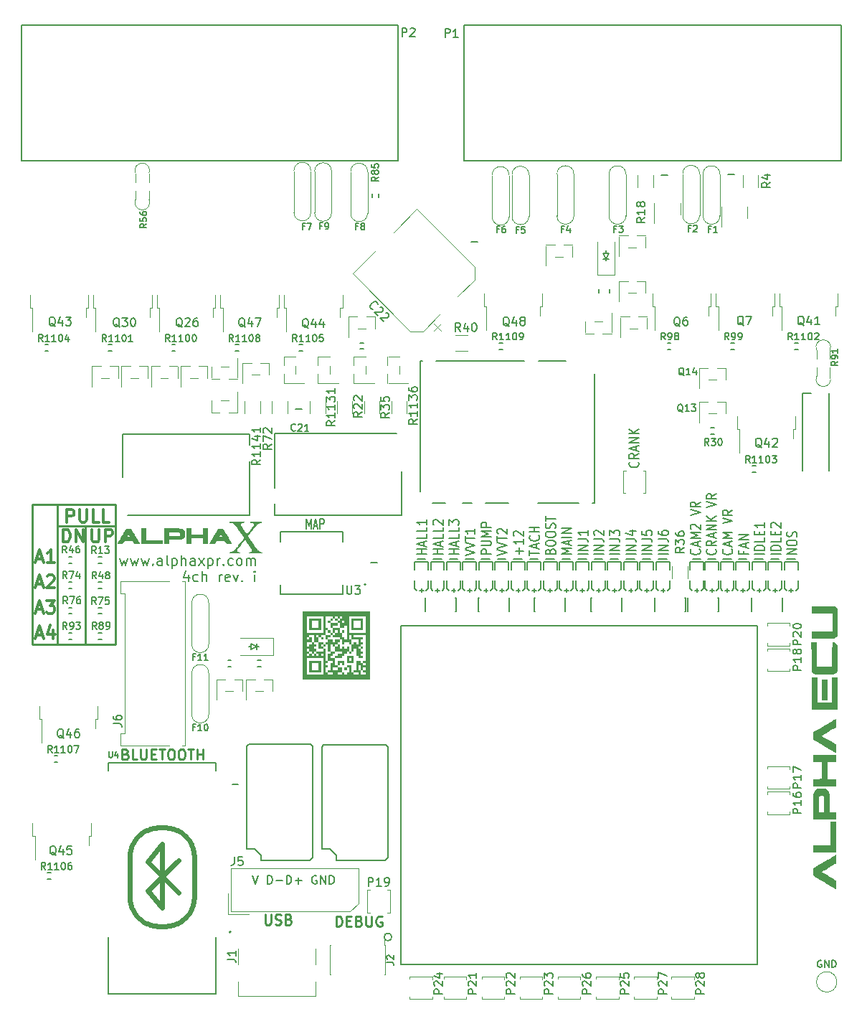
<source format=gto>
G04 #@! TF.GenerationSoftware,KiCad,Pcbnew,7.0.9-7.0.9~ubuntu22.04.1*
G04 #@! TF.CreationDate,2023-12-11T02:30:07+00:00*
G04 #@! TF.ProjectId,alphax_4ch,616c7068-6178-45f3-9463-682e6b696361,i*
G04 #@! TF.SameCoordinates,PX141f5e0PYa2cace0*
G04 #@! TF.FileFunction,Legend,Top*
G04 #@! TF.FilePolarity,Positive*
%FSLAX46Y46*%
G04 Gerber Fmt 4.6, Leading zero omitted, Abs format (unit mm)*
G04 Created by KiCad (PCBNEW 7.0.9-7.0.9~ubuntu22.04.1) date 2023-12-11 02:30:07*
%MOMM*%
%LPD*%
G01*
G04 APERTURE LIST*
%ADD10C,0.250000*%
%ADD11C,0.200000*%
%ADD12C,0.150000*%
%ADD13C,0.300000*%
%ADD14C,0.170000*%
%ADD15C,0.127000*%
%ADD16C,0.120000*%
%ADD17C,0.203200*%
%ADD18C,0.099060*%
%ADD19C,0.631031*%
G04 APERTURE END LIST*
D10*
X4000000Y58000000D02*
X4000000Y41500000D01*
X10800000Y41500000D02*
X10800000Y58000000D01*
X10800000Y55500000D02*
X4000000Y55500000D01*
X10800000Y58000000D02*
X1000000Y58000000D01*
X7300000Y41500000D02*
X7300000Y55500000D01*
X1000000Y58000000D02*
X1000000Y41500000D01*
X1000000Y41500000D02*
X10800000Y41500000D01*
D11*
X47587790Y52169674D02*
X46407790Y52169674D01*
X46969695Y52169674D02*
X46969695Y52741102D01*
X47587790Y52741102D02*
X46407790Y52741102D01*
X47250647Y53169674D02*
X47250647Y53645864D01*
X47587790Y53074436D02*
X46407790Y53407769D01*
X46407790Y53407769D02*
X47587790Y53741102D01*
X47587790Y54550626D02*
X47587790Y54074436D01*
X47587790Y54074436D02*
X46407790Y54074436D01*
X47587790Y55360150D02*
X47587790Y54883960D01*
X47587790Y54883960D02*
X46407790Y54883960D01*
X47587790Y56217293D02*
X47587790Y55645865D01*
X47587790Y55931579D02*
X46407790Y55931579D01*
X46407790Y55931579D02*
X46576361Y55836341D01*
X46576361Y55836341D02*
X46688742Y55741103D01*
X46688742Y55741103D02*
X46744933Y55645865D01*
X49487590Y52169674D02*
X48307590Y52169674D01*
X48869495Y52169674D02*
X48869495Y52741102D01*
X49487590Y52741102D02*
X48307590Y52741102D01*
X49150447Y53169674D02*
X49150447Y53645864D01*
X49487590Y53074436D02*
X48307590Y53407769D01*
X48307590Y53407769D02*
X49487590Y53741102D01*
X49487590Y54550626D02*
X49487590Y54074436D01*
X49487590Y54074436D02*
X48307590Y54074436D01*
X49487590Y55360150D02*
X49487590Y54883960D01*
X49487590Y54883960D02*
X48307590Y54883960D01*
X48419971Y55645865D02*
X48363780Y55693484D01*
X48363780Y55693484D02*
X48307590Y55788722D01*
X48307590Y55788722D02*
X48307590Y56026817D01*
X48307590Y56026817D02*
X48363780Y56122055D01*
X48363780Y56122055D02*
X48419971Y56169674D01*
X48419971Y56169674D02*
X48532352Y56217293D01*
X48532352Y56217293D02*
X48644733Y56217293D01*
X48644733Y56217293D02*
X48813304Y56169674D01*
X48813304Y56169674D02*
X49487590Y55598246D01*
X49487590Y55598246D02*
X49487590Y56217293D01*
X51387390Y52169674D02*
X50207390Y52169674D01*
X50769295Y52169674D02*
X50769295Y52741102D01*
X51387390Y52741102D02*
X50207390Y52741102D01*
X51050247Y53169674D02*
X51050247Y53645864D01*
X51387390Y53074436D02*
X50207390Y53407769D01*
X50207390Y53407769D02*
X51387390Y53741102D01*
X51387390Y54550626D02*
X51387390Y54074436D01*
X51387390Y54074436D02*
X50207390Y54074436D01*
X51387390Y55360150D02*
X51387390Y54883960D01*
X51387390Y54883960D02*
X50207390Y54883960D01*
X50207390Y55598246D02*
X50207390Y56217293D01*
X50207390Y56217293D02*
X50656914Y55883960D01*
X50656914Y55883960D02*
X50656914Y56026817D01*
X50656914Y56026817D02*
X50713104Y56122055D01*
X50713104Y56122055D02*
X50769295Y56169674D01*
X50769295Y56169674D02*
X50881676Y56217293D01*
X50881676Y56217293D02*
X51162628Y56217293D01*
X51162628Y56217293D02*
X51275009Y56169674D01*
X51275009Y56169674D02*
X51331200Y56122055D01*
X51331200Y56122055D02*
X51387390Y56026817D01*
X51387390Y56026817D02*
X51387390Y55741103D01*
X51387390Y55741103D02*
X51331200Y55645865D01*
X51331200Y55645865D02*
X51275009Y55598246D01*
X52107190Y52026817D02*
X53287190Y52360150D01*
X53287190Y52360150D02*
X52107190Y52693483D01*
X52107190Y52883960D02*
X53287190Y53217293D01*
X53287190Y53217293D02*
X52107190Y53550626D01*
X52107190Y53741103D02*
X52107190Y54312531D01*
X53287190Y54026817D02*
X52107190Y54026817D01*
X53287190Y55169674D02*
X53287190Y54598246D01*
X53287190Y54883960D02*
X52107190Y54883960D01*
X52107190Y54883960D02*
X52275761Y54788722D01*
X52275761Y54788722D02*
X52388142Y54693484D01*
X52388142Y54693484D02*
X52444333Y54598246D01*
X55186990Y52169674D02*
X54006990Y52169674D01*
X54006990Y52169674D02*
X54006990Y52550626D01*
X54006990Y52550626D02*
X54063180Y52645864D01*
X54063180Y52645864D02*
X54119371Y52693483D01*
X54119371Y52693483D02*
X54231752Y52741102D01*
X54231752Y52741102D02*
X54400323Y52741102D01*
X54400323Y52741102D02*
X54512704Y52693483D01*
X54512704Y52693483D02*
X54568895Y52645864D01*
X54568895Y52645864D02*
X54625085Y52550626D01*
X54625085Y52550626D02*
X54625085Y52169674D01*
X54006990Y53169674D02*
X54962228Y53169674D01*
X54962228Y53169674D02*
X55074609Y53217293D01*
X55074609Y53217293D02*
X55130800Y53264912D01*
X55130800Y53264912D02*
X55186990Y53360150D01*
X55186990Y53360150D02*
X55186990Y53550626D01*
X55186990Y53550626D02*
X55130800Y53645864D01*
X55130800Y53645864D02*
X55074609Y53693483D01*
X55074609Y53693483D02*
X54962228Y53741102D01*
X54962228Y53741102D02*
X54006990Y53741102D01*
X55186990Y54217293D02*
X54006990Y54217293D01*
X54006990Y54217293D02*
X54849847Y54550626D01*
X54849847Y54550626D02*
X54006990Y54883959D01*
X54006990Y54883959D02*
X55186990Y54883959D01*
X55186990Y55360150D02*
X54006990Y55360150D01*
X54006990Y55360150D02*
X54006990Y55741102D01*
X54006990Y55741102D02*
X54063180Y55836340D01*
X54063180Y55836340D02*
X54119371Y55883959D01*
X54119371Y55883959D02*
X54231752Y55931578D01*
X54231752Y55931578D02*
X54400323Y55931578D01*
X54400323Y55931578D02*
X54512704Y55883959D01*
X54512704Y55883959D02*
X54568895Y55836340D01*
X54568895Y55836340D02*
X54625085Y55741102D01*
X54625085Y55741102D02*
X54625085Y55360150D01*
X55906790Y52026817D02*
X57086790Y52360150D01*
X57086790Y52360150D02*
X55906790Y52693483D01*
X55906790Y52883960D02*
X57086790Y53217293D01*
X57086790Y53217293D02*
X55906790Y53550626D01*
X55906790Y53741103D02*
X55906790Y54312531D01*
X57086790Y54026817D02*
X55906790Y54026817D01*
X56019171Y54598246D02*
X55962980Y54645865D01*
X55962980Y54645865D02*
X55906790Y54741103D01*
X55906790Y54741103D02*
X55906790Y54979198D01*
X55906790Y54979198D02*
X55962980Y55074436D01*
X55962980Y55074436D02*
X56019171Y55122055D01*
X56019171Y55122055D02*
X56131552Y55169674D01*
X56131552Y55169674D02*
X56243933Y55169674D01*
X56243933Y55169674D02*
X56412504Y55122055D01*
X56412504Y55122055D02*
X57086790Y54550627D01*
X57086790Y54550627D02*
X57086790Y55169674D01*
X58537066Y52169674D02*
X58537066Y52931578D01*
X58986590Y52550626D02*
X58087542Y52550626D01*
X58986590Y53931578D02*
X58986590Y53360150D01*
X58986590Y53645864D02*
X57806590Y53645864D01*
X57806590Y53645864D02*
X57975161Y53550626D01*
X57975161Y53550626D02*
X58087542Y53455388D01*
X58087542Y53455388D02*
X58143733Y53360150D01*
X57918971Y54312531D02*
X57862780Y54360150D01*
X57862780Y54360150D02*
X57806590Y54455388D01*
X57806590Y54455388D02*
X57806590Y54693483D01*
X57806590Y54693483D02*
X57862780Y54788721D01*
X57862780Y54788721D02*
X57918971Y54836340D01*
X57918971Y54836340D02*
X58031352Y54883959D01*
X58031352Y54883959D02*
X58143733Y54883959D01*
X58143733Y54883959D02*
X58312304Y54836340D01*
X58312304Y54836340D02*
X58986590Y54264912D01*
X58986590Y54264912D02*
X58986590Y54883959D01*
X59706390Y52026817D02*
X59706390Y52598245D01*
X60886390Y52312531D02*
X59706390Y52312531D01*
X60549247Y52883960D02*
X60549247Y53360150D01*
X60886390Y52788722D02*
X59706390Y53122055D01*
X59706390Y53122055D02*
X60886390Y53455388D01*
X60774009Y54360150D02*
X60830200Y54312531D01*
X60830200Y54312531D02*
X60886390Y54169674D01*
X60886390Y54169674D02*
X60886390Y54074436D01*
X60886390Y54074436D02*
X60830200Y53931579D01*
X60830200Y53931579D02*
X60717819Y53836341D01*
X60717819Y53836341D02*
X60605438Y53788722D01*
X60605438Y53788722D02*
X60380676Y53741103D01*
X60380676Y53741103D02*
X60212104Y53741103D01*
X60212104Y53741103D02*
X59987342Y53788722D01*
X59987342Y53788722D02*
X59874961Y53836341D01*
X59874961Y53836341D02*
X59762580Y53931579D01*
X59762580Y53931579D02*
X59706390Y54074436D01*
X59706390Y54074436D02*
X59706390Y54169674D01*
X59706390Y54169674D02*
X59762580Y54312531D01*
X59762580Y54312531D02*
X59818771Y54360150D01*
X60886390Y54788722D02*
X59706390Y54788722D01*
X60268295Y54788722D02*
X60268295Y55360150D01*
X60886390Y55360150D02*
X59706390Y55360150D01*
X62168095Y52503007D02*
X62224285Y52645864D01*
X62224285Y52645864D02*
X62280476Y52693483D01*
X62280476Y52693483D02*
X62392857Y52741102D01*
X62392857Y52741102D02*
X62561428Y52741102D01*
X62561428Y52741102D02*
X62673809Y52693483D01*
X62673809Y52693483D02*
X62730000Y52645864D01*
X62730000Y52645864D02*
X62786190Y52550626D01*
X62786190Y52550626D02*
X62786190Y52169674D01*
X62786190Y52169674D02*
X61606190Y52169674D01*
X61606190Y52169674D02*
X61606190Y52503007D01*
X61606190Y52503007D02*
X61662380Y52598245D01*
X61662380Y52598245D02*
X61718571Y52645864D01*
X61718571Y52645864D02*
X61830952Y52693483D01*
X61830952Y52693483D02*
X61943333Y52693483D01*
X61943333Y52693483D02*
X62055714Y52645864D01*
X62055714Y52645864D02*
X62111904Y52598245D01*
X62111904Y52598245D02*
X62168095Y52503007D01*
X62168095Y52503007D02*
X62168095Y52169674D01*
X61606190Y53360150D02*
X61606190Y53550626D01*
X61606190Y53550626D02*
X61662380Y53645864D01*
X61662380Y53645864D02*
X61774761Y53741102D01*
X61774761Y53741102D02*
X61999523Y53788721D01*
X61999523Y53788721D02*
X62392857Y53788721D01*
X62392857Y53788721D02*
X62617619Y53741102D01*
X62617619Y53741102D02*
X62730000Y53645864D01*
X62730000Y53645864D02*
X62786190Y53550626D01*
X62786190Y53550626D02*
X62786190Y53360150D01*
X62786190Y53360150D02*
X62730000Y53264912D01*
X62730000Y53264912D02*
X62617619Y53169674D01*
X62617619Y53169674D02*
X62392857Y53122055D01*
X62392857Y53122055D02*
X61999523Y53122055D01*
X61999523Y53122055D02*
X61774761Y53169674D01*
X61774761Y53169674D02*
X61662380Y53264912D01*
X61662380Y53264912D02*
X61606190Y53360150D01*
X61606190Y54407769D02*
X61606190Y54598245D01*
X61606190Y54598245D02*
X61662380Y54693483D01*
X61662380Y54693483D02*
X61774761Y54788721D01*
X61774761Y54788721D02*
X61999523Y54836340D01*
X61999523Y54836340D02*
X62392857Y54836340D01*
X62392857Y54836340D02*
X62617619Y54788721D01*
X62617619Y54788721D02*
X62730000Y54693483D01*
X62730000Y54693483D02*
X62786190Y54598245D01*
X62786190Y54598245D02*
X62786190Y54407769D01*
X62786190Y54407769D02*
X62730000Y54312531D01*
X62730000Y54312531D02*
X62617619Y54217293D01*
X62617619Y54217293D02*
X62392857Y54169674D01*
X62392857Y54169674D02*
X61999523Y54169674D01*
X61999523Y54169674D02*
X61774761Y54217293D01*
X61774761Y54217293D02*
X61662380Y54312531D01*
X61662380Y54312531D02*
X61606190Y54407769D01*
X62730000Y55217293D02*
X62786190Y55360150D01*
X62786190Y55360150D02*
X62786190Y55598245D01*
X62786190Y55598245D02*
X62730000Y55693483D01*
X62730000Y55693483D02*
X62673809Y55741102D01*
X62673809Y55741102D02*
X62561428Y55788721D01*
X62561428Y55788721D02*
X62449047Y55788721D01*
X62449047Y55788721D02*
X62336666Y55741102D01*
X62336666Y55741102D02*
X62280476Y55693483D01*
X62280476Y55693483D02*
X62224285Y55598245D01*
X62224285Y55598245D02*
X62168095Y55407769D01*
X62168095Y55407769D02*
X62111904Y55312531D01*
X62111904Y55312531D02*
X62055714Y55264912D01*
X62055714Y55264912D02*
X61943333Y55217293D01*
X61943333Y55217293D02*
X61830952Y55217293D01*
X61830952Y55217293D02*
X61718571Y55264912D01*
X61718571Y55264912D02*
X61662380Y55312531D01*
X61662380Y55312531D02*
X61606190Y55407769D01*
X61606190Y55407769D02*
X61606190Y55645864D01*
X61606190Y55645864D02*
X61662380Y55788721D01*
X61606190Y56074436D02*
X61606190Y56645864D01*
X62786190Y56360150D02*
X61606190Y56360150D01*
X64685990Y52169674D02*
X63505990Y52169674D01*
X63505990Y52169674D02*
X64348847Y52503007D01*
X64348847Y52503007D02*
X63505990Y52836340D01*
X63505990Y52836340D02*
X64685990Y52836340D01*
X64348847Y53264912D02*
X64348847Y53741102D01*
X64685990Y53169674D02*
X63505990Y53503007D01*
X63505990Y53503007D02*
X64685990Y53836340D01*
X64685990Y54169674D02*
X63505990Y54169674D01*
X64685990Y54645864D02*
X63505990Y54645864D01*
X63505990Y54645864D02*
X64685990Y55217292D01*
X64685990Y55217292D02*
X63505990Y55217292D01*
X66585790Y52169674D02*
X65405790Y52169674D01*
X66585790Y52645864D02*
X65405790Y52645864D01*
X65405790Y52645864D02*
X66585790Y53217292D01*
X66585790Y53217292D02*
X65405790Y53217292D01*
X65405790Y53979197D02*
X66248647Y53979197D01*
X66248647Y53979197D02*
X66417219Y53931578D01*
X66417219Y53931578D02*
X66529600Y53836340D01*
X66529600Y53836340D02*
X66585790Y53693483D01*
X66585790Y53693483D02*
X66585790Y53598245D01*
X66585790Y54979197D02*
X66585790Y54407769D01*
X66585790Y54693483D02*
X65405790Y54693483D01*
X65405790Y54693483D02*
X65574361Y54598245D01*
X65574361Y54598245D02*
X65686742Y54503007D01*
X65686742Y54503007D02*
X65742933Y54407769D01*
X68485590Y52169674D02*
X67305590Y52169674D01*
X68485590Y52645864D02*
X67305590Y52645864D01*
X67305590Y52645864D02*
X68485590Y53217292D01*
X68485590Y53217292D02*
X67305590Y53217292D01*
X67305590Y53979197D02*
X68148447Y53979197D01*
X68148447Y53979197D02*
X68317019Y53931578D01*
X68317019Y53931578D02*
X68429400Y53836340D01*
X68429400Y53836340D02*
X68485590Y53693483D01*
X68485590Y53693483D02*
X68485590Y53598245D01*
X67417971Y54407769D02*
X67361780Y54455388D01*
X67361780Y54455388D02*
X67305590Y54550626D01*
X67305590Y54550626D02*
X67305590Y54788721D01*
X67305590Y54788721D02*
X67361780Y54883959D01*
X67361780Y54883959D02*
X67417971Y54931578D01*
X67417971Y54931578D02*
X67530352Y54979197D01*
X67530352Y54979197D02*
X67642733Y54979197D01*
X67642733Y54979197D02*
X67811304Y54931578D01*
X67811304Y54931578D02*
X68485590Y54360150D01*
X68485590Y54360150D02*
X68485590Y54979197D01*
X70385390Y52169674D02*
X69205390Y52169674D01*
X70385390Y52645864D02*
X69205390Y52645864D01*
X69205390Y52645864D02*
X70385390Y53217292D01*
X70385390Y53217292D02*
X69205390Y53217292D01*
X69205390Y53979197D02*
X70048247Y53979197D01*
X70048247Y53979197D02*
X70216819Y53931578D01*
X70216819Y53931578D02*
X70329200Y53836340D01*
X70329200Y53836340D02*
X70385390Y53693483D01*
X70385390Y53693483D02*
X70385390Y53598245D01*
X69205390Y54360150D02*
X69205390Y54979197D01*
X69205390Y54979197D02*
X69654914Y54645864D01*
X69654914Y54645864D02*
X69654914Y54788721D01*
X69654914Y54788721D02*
X69711104Y54883959D01*
X69711104Y54883959D02*
X69767295Y54931578D01*
X69767295Y54931578D02*
X69879676Y54979197D01*
X69879676Y54979197D02*
X70160628Y54979197D01*
X70160628Y54979197D02*
X70273009Y54931578D01*
X70273009Y54931578D02*
X70329200Y54883959D01*
X70329200Y54883959D02*
X70385390Y54788721D01*
X70385390Y54788721D02*
X70385390Y54503007D01*
X70385390Y54503007D02*
X70329200Y54407769D01*
X70329200Y54407769D02*
X70273009Y54360150D01*
X72285190Y52169674D02*
X71105190Y52169674D01*
X72285190Y52645864D02*
X71105190Y52645864D01*
X71105190Y52645864D02*
X72285190Y53217292D01*
X72285190Y53217292D02*
X71105190Y53217292D01*
X71105190Y53979197D02*
X71948047Y53979197D01*
X71948047Y53979197D02*
X72116619Y53931578D01*
X72116619Y53931578D02*
X72229000Y53836340D01*
X72229000Y53836340D02*
X72285190Y53693483D01*
X72285190Y53693483D02*
X72285190Y53598245D01*
X71498523Y54883959D02*
X72285190Y54883959D01*
X71049000Y54645864D02*
X71891857Y54407769D01*
X71891857Y54407769D02*
X71891857Y55026816D01*
X74184990Y52169674D02*
X73004990Y52169674D01*
X74184990Y52645864D02*
X73004990Y52645864D01*
X73004990Y52645864D02*
X74184990Y53217292D01*
X74184990Y53217292D02*
X73004990Y53217292D01*
X73004990Y53979197D02*
X73847847Y53979197D01*
X73847847Y53979197D02*
X74016419Y53931578D01*
X74016419Y53931578D02*
X74128800Y53836340D01*
X74128800Y53836340D02*
X74184990Y53693483D01*
X74184990Y53693483D02*
X74184990Y53598245D01*
X73004990Y54931578D02*
X73004990Y54455388D01*
X73004990Y54455388D02*
X73566895Y54407769D01*
X73566895Y54407769D02*
X73510704Y54455388D01*
X73510704Y54455388D02*
X73454514Y54550626D01*
X73454514Y54550626D02*
X73454514Y54788721D01*
X73454514Y54788721D02*
X73510704Y54883959D01*
X73510704Y54883959D02*
X73566895Y54931578D01*
X73566895Y54931578D02*
X73679276Y54979197D01*
X73679276Y54979197D02*
X73960228Y54979197D01*
X73960228Y54979197D02*
X74072609Y54931578D01*
X74072609Y54931578D02*
X74128800Y54883959D01*
X74128800Y54883959D02*
X74184990Y54788721D01*
X74184990Y54788721D02*
X74184990Y54550626D01*
X74184990Y54550626D02*
X74128800Y54455388D01*
X74128800Y54455388D02*
X74072609Y54407769D01*
X76084790Y52169674D02*
X74904790Y52169674D01*
X76084790Y52645864D02*
X74904790Y52645864D01*
X74904790Y52645864D02*
X76084790Y53217292D01*
X76084790Y53217292D02*
X74904790Y53217292D01*
X74904790Y53979197D02*
X75747647Y53979197D01*
X75747647Y53979197D02*
X75916219Y53931578D01*
X75916219Y53931578D02*
X76028600Y53836340D01*
X76028600Y53836340D02*
X76084790Y53693483D01*
X76084790Y53693483D02*
X76084790Y53598245D01*
X74904790Y54883959D02*
X74904790Y54693483D01*
X74904790Y54693483D02*
X74960980Y54598245D01*
X74960980Y54598245D02*
X75017171Y54550626D01*
X75017171Y54550626D02*
X75185742Y54455388D01*
X75185742Y54455388D02*
X75410504Y54407769D01*
X75410504Y54407769D02*
X75860028Y54407769D01*
X75860028Y54407769D02*
X75972409Y54455388D01*
X75972409Y54455388D02*
X76028600Y54503007D01*
X76028600Y54503007D02*
X76084790Y54598245D01*
X76084790Y54598245D02*
X76084790Y54788721D01*
X76084790Y54788721D02*
X76028600Y54883959D01*
X76028600Y54883959D02*
X75972409Y54931578D01*
X75972409Y54931578D02*
X75860028Y54979197D01*
X75860028Y54979197D02*
X75579076Y54979197D01*
X75579076Y54979197D02*
X75466695Y54931578D01*
X75466695Y54931578D02*
X75410504Y54883959D01*
X75410504Y54883959D02*
X75354314Y54788721D01*
X75354314Y54788721D02*
X75354314Y54598245D01*
X75354314Y54598245D02*
X75410504Y54503007D01*
X75410504Y54503007D02*
X75466695Y54455388D01*
X75466695Y54455388D02*
X75579076Y54407769D01*
X79772009Y52741102D02*
X79828200Y52693483D01*
X79828200Y52693483D02*
X79884390Y52550626D01*
X79884390Y52550626D02*
X79884390Y52455388D01*
X79884390Y52455388D02*
X79828200Y52312531D01*
X79828200Y52312531D02*
X79715819Y52217293D01*
X79715819Y52217293D02*
X79603438Y52169674D01*
X79603438Y52169674D02*
X79378676Y52122055D01*
X79378676Y52122055D02*
X79210104Y52122055D01*
X79210104Y52122055D02*
X78985342Y52169674D01*
X78985342Y52169674D02*
X78872961Y52217293D01*
X78872961Y52217293D02*
X78760580Y52312531D01*
X78760580Y52312531D02*
X78704390Y52455388D01*
X78704390Y52455388D02*
X78704390Y52550626D01*
X78704390Y52550626D02*
X78760580Y52693483D01*
X78760580Y52693483D02*
X78816771Y52741102D01*
X79547247Y53122055D02*
X79547247Y53598245D01*
X79884390Y53026817D02*
X78704390Y53360150D01*
X78704390Y53360150D02*
X79884390Y53693483D01*
X79884390Y54026817D02*
X78704390Y54026817D01*
X78704390Y54026817D02*
X79547247Y54360150D01*
X79547247Y54360150D02*
X78704390Y54693483D01*
X78704390Y54693483D02*
X79884390Y54693483D01*
X78816771Y55122055D02*
X78760580Y55169674D01*
X78760580Y55169674D02*
X78704390Y55264912D01*
X78704390Y55264912D02*
X78704390Y55503007D01*
X78704390Y55503007D02*
X78760580Y55598245D01*
X78760580Y55598245D02*
X78816771Y55645864D01*
X78816771Y55645864D02*
X78929152Y55693483D01*
X78929152Y55693483D02*
X79041533Y55693483D01*
X79041533Y55693483D02*
X79210104Y55645864D01*
X79210104Y55645864D02*
X79884390Y55074436D01*
X79884390Y55074436D02*
X79884390Y55693483D01*
X78704390Y56741103D02*
X79884390Y57074436D01*
X79884390Y57074436D02*
X78704390Y57407769D01*
X79884390Y58312531D02*
X79322485Y57979198D01*
X79884390Y57741103D02*
X78704390Y57741103D01*
X78704390Y57741103D02*
X78704390Y58122055D01*
X78704390Y58122055D02*
X78760580Y58217293D01*
X78760580Y58217293D02*
X78816771Y58264912D01*
X78816771Y58264912D02*
X78929152Y58312531D01*
X78929152Y58312531D02*
X79097723Y58312531D01*
X79097723Y58312531D02*
X79210104Y58264912D01*
X79210104Y58264912D02*
X79266295Y58217293D01*
X79266295Y58217293D02*
X79322485Y58122055D01*
X79322485Y58122055D02*
X79322485Y57741103D01*
X81671809Y52741102D02*
X81728000Y52693483D01*
X81728000Y52693483D02*
X81784190Y52550626D01*
X81784190Y52550626D02*
X81784190Y52455388D01*
X81784190Y52455388D02*
X81728000Y52312531D01*
X81728000Y52312531D02*
X81615619Y52217293D01*
X81615619Y52217293D02*
X81503238Y52169674D01*
X81503238Y52169674D02*
X81278476Y52122055D01*
X81278476Y52122055D02*
X81109904Y52122055D01*
X81109904Y52122055D02*
X80885142Y52169674D01*
X80885142Y52169674D02*
X80772761Y52217293D01*
X80772761Y52217293D02*
X80660380Y52312531D01*
X80660380Y52312531D02*
X80604190Y52455388D01*
X80604190Y52455388D02*
X80604190Y52550626D01*
X80604190Y52550626D02*
X80660380Y52693483D01*
X80660380Y52693483D02*
X80716571Y52741102D01*
X81784190Y53741102D02*
X81222285Y53407769D01*
X81784190Y53169674D02*
X80604190Y53169674D01*
X80604190Y53169674D02*
X80604190Y53550626D01*
X80604190Y53550626D02*
X80660380Y53645864D01*
X80660380Y53645864D02*
X80716571Y53693483D01*
X80716571Y53693483D02*
X80828952Y53741102D01*
X80828952Y53741102D02*
X80997523Y53741102D01*
X80997523Y53741102D02*
X81109904Y53693483D01*
X81109904Y53693483D02*
X81166095Y53645864D01*
X81166095Y53645864D02*
X81222285Y53550626D01*
X81222285Y53550626D02*
X81222285Y53169674D01*
X81447047Y54122055D02*
X81447047Y54598245D01*
X81784190Y54026817D02*
X80604190Y54360150D01*
X80604190Y54360150D02*
X81784190Y54693483D01*
X81784190Y55026817D02*
X80604190Y55026817D01*
X80604190Y55026817D02*
X81784190Y55598245D01*
X81784190Y55598245D02*
X80604190Y55598245D01*
X81784190Y56074436D02*
X80604190Y56074436D01*
X81784190Y56645864D02*
X81109904Y56217293D01*
X80604190Y56645864D02*
X81278476Y56074436D01*
X80604190Y57693484D02*
X81784190Y58026817D01*
X81784190Y58026817D02*
X80604190Y58360150D01*
X81784190Y59264912D02*
X81222285Y58931579D01*
X81784190Y58693484D02*
X80604190Y58693484D01*
X80604190Y58693484D02*
X80604190Y59074436D01*
X80604190Y59074436D02*
X80660380Y59169674D01*
X80660380Y59169674D02*
X80716571Y59217293D01*
X80716571Y59217293D02*
X80828952Y59264912D01*
X80828952Y59264912D02*
X80997523Y59264912D01*
X80997523Y59264912D02*
X81109904Y59217293D01*
X81109904Y59217293D02*
X81166095Y59169674D01*
X81166095Y59169674D02*
X81222285Y59074436D01*
X81222285Y59074436D02*
X81222285Y58693484D01*
X83571609Y52741102D02*
X83627800Y52693483D01*
X83627800Y52693483D02*
X83683990Y52550626D01*
X83683990Y52550626D02*
X83683990Y52455388D01*
X83683990Y52455388D02*
X83627800Y52312531D01*
X83627800Y52312531D02*
X83515419Y52217293D01*
X83515419Y52217293D02*
X83403038Y52169674D01*
X83403038Y52169674D02*
X83178276Y52122055D01*
X83178276Y52122055D02*
X83009704Y52122055D01*
X83009704Y52122055D02*
X82784942Y52169674D01*
X82784942Y52169674D02*
X82672561Y52217293D01*
X82672561Y52217293D02*
X82560180Y52312531D01*
X82560180Y52312531D02*
X82503990Y52455388D01*
X82503990Y52455388D02*
X82503990Y52550626D01*
X82503990Y52550626D02*
X82560180Y52693483D01*
X82560180Y52693483D02*
X82616371Y52741102D01*
X83346847Y53122055D02*
X83346847Y53598245D01*
X83683990Y53026817D02*
X82503990Y53360150D01*
X82503990Y53360150D02*
X83683990Y53693483D01*
X83683990Y54026817D02*
X82503990Y54026817D01*
X82503990Y54026817D02*
X83346847Y54360150D01*
X83346847Y54360150D02*
X82503990Y54693483D01*
X82503990Y54693483D02*
X83683990Y54693483D01*
X82503990Y55788722D02*
X83683990Y56122055D01*
X83683990Y56122055D02*
X82503990Y56455388D01*
X83683990Y57360150D02*
X83122085Y57026817D01*
X83683990Y56788722D02*
X82503990Y56788722D01*
X82503990Y56788722D02*
X82503990Y57169674D01*
X82503990Y57169674D02*
X82560180Y57264912D01*
X82560180Y57264912D02*
X82616371Y57312531D01*
X82616371Y57312531D02*
X82728752Y57360150D01*
X82728752Y57360150D02*
X82897323Y57360150D01*
X82897323Y57360150D02*
X83009704Y57312531D01*
X83009704Y57312531D02*
X83065895Y57264912D01*
X83065895Y57264912D02*
X83122085Y57169674D01*
X83122085Y57169674D02*
X83122085Y56788722D01*
X84965695Y52503007D02*
X84965695Y52169674D01*
X85583790Y52169674D02*
X84403790Y52169674D01*
X84403790Y52169674D02*
X84403790Y52645864D01*
X85246647Y52979198D02*
X85246647Y53455388D01*
X85583790Y52883960D02*
X84403790Y53217293D01*
X84403790Y53217293D02*
X85583790Y53550626D01*
X85583790Y53883960D02*
X84403790Y53883960D01*
X84403790Y53883960D02*
X85583790Y54455388D01*
X85583790Y54455388D02*
X84403790Y54455388D01*
X87483590Y52169674D02*
X86303590Y52169674D01*
X87483590Y52645864D02*
X86303590Y52645864D01*
X86303590Y52645864D02*
X86303590Y52883959D01*
X86303590Y52883959D02*
X86359780Y53026816D01*
X86359780Y53026816D02*
X86472161Y53122054D01*
X86472161Y53122054D02*
X86584542Y53169673D01*
X86584542Y53169673D02*
X86809304Y53217292D01*
X86809304Y53217292D02*
X86977876Y53217292D01*
X86977876Y53217292D02*
X87202638Y53169673D01*
X87202638Y53169673D02*
X87315019Y53122054D01*
X87315019Y53122054D02*
X87427400Y53026816D01*
X87427400Y53026816D02*
X87483590Y52883959D01*
X87483590Y52883959D02*
X87483590Y52645864D01*
X87483590Y54122054D02*
X87483590Y53645864D01*
X87483590Y53645864D02*
X86303590Y53645864D01*
X86865495Y54455388D02*
X86865495Y54788721D01*
X87483590Y54931578D02*
X87483590Y54455388D01*
X87483590Y54455388D02*
X86303590Y54455388D01*
X86303590Y54455388D02*
X86303590Y54931578D01*
X87483590Y55883959D02*
X87483590Y55312531D01*
X87483590Y55598245D02*
X86303590Y55598245D01*
X86303590Y55598245D02*
X86472161Y55503007D01*
X86472161Y55503007D02*
X86584542Y55407769D01*
X86584542Y55407769D02*
X86640733Y55312531D01*
X89383390Y52169674D02*
X88203390Y52169674D01*
X89383390Y52645864D02*
X88203390Y52645864D01*
X88203390Y52645864D02*
X88203390Y52883959D01*
X88203390Y52883959D02*
X88259580Y53026816D01*
X88259580Y53026816D02*
X88371961Y53122054D01*
X88371961Y53122054D02*
X88484342Y53169673D01*
X88484342Y53169673D02*
X88709104Y53217292D01*
X88709104Y53217292D02*
X88877676Y53217292D01*
X88877676Y53217292D02*
X89102438Y53169673D01*
X89102438Y53169673D02*
X89214819Y53122054D01*
X89214819Y53122054D02*
X89327200Y53026816D01*
X89327200Y53026816D02*
X89383390Y52883959D01*
X89383390Y52883959D02*
X89383390Y52645864D01*
X89383390Y54122054D02*
X89383390Y53645864D01*
X89383390Y53645864D02*
X88203390Y53645864D01*
X88765295Y54455388D02*
X88765295Y54788721D01*
X89383390Y54931578D02*
X89383390Y54455388D01*
X89383390Y54455388D02*
X88203390Y54455388D01*
X88203390Y54455388D02*
X88203390Y54931578D01*
X88315771Y55312531D02*
X88259580Y55360150D01*
X88259580Y55360150D02*
X88203390Y55455388D01*
X88203390Y55455388D02*
X88203390Y55693483D01*
X88203390Y55693483D02*
X88259580Y55788721D01*
X88259580Y55788721D02*
X88315771Y55836340D01*
X88315771Y55836340D02*
X88428152Y55883959D01*
X88428152Y55883959D02*
X88540533Y55883959D01*
X88540533Y55883959D02*
X88709104Y55836340D01*
X88709104Y55836340D02*
X89383390Y55264912D01*
X89383390Y55264912D02*
X89383390Y55883959D01*
X91283190Y52169674D02*
X90103190Y52169674D01*
X90103190Y52169674D02*
X91283190Y52741102D01*
X91283190Y52741102D02*
X90103190Y52741102D01*
X90103190Y53407769D02*
X90103190Y53598245D01*
X90103190Y53598245D02*
X90159380Y53693483D01*
X90159380Y53693483D02*
X90271761Y53788721D01*
X90271761Y53788721D02*
X90496523Y53836340D01*
X90496523Y53836340D02*
X90889857Y53836340D01*
X90889857Y53836340D02*
X91114619Y53788721D01*
X91114619Y53788721D02*
X91227000Y53693483D01*
X91227000Y53693483D02*
X91283190Y53598245D01*
X91283190Y53598245D02*
X91283190Y53407769D01*
X91283190Y53407769D02*
X91227000Y53312531D01*
X91227000Y53312531D02*
X91114619Y53217293D01*
X91114619Y53217293D02*
X90889857Y53169674D01*
X90889857Y53169674D02*
X90496523Y53169674D01*
X90496523Y53169674D02*
X90271761Y53217293D01*
X90271761Y53217293D02*
X90159380Y53312531D01*
X90159380Y53312531D02*
X90103190Y53407769D01*
X91227000Y54217293D02*
X91283190Y54360150D01*
X91283190Y54360150D02*
X91283190Y54598245D01*
X91283190Y54598245D02*
X91227000Y54693483D01*
X91227000Y54693483D02*
X91170809Y54741102D01*
X91170809Y54741102D02*
X91058428Y54788721D01*
X91058428Y54788721D02*
X90946047Y54788721D01*
X90946047Y54788721D02*
X90833666Y54741102D01*
X90833666Y54741102D02*
X90777476Y54693483D01*
X90777476Y54693483D02*
X90721285Y54598245D01*
X90721285Y54598245D02*
X90665095Y54407769D01*
X90665095Y54407769D02*
X90608904Y54312531D01*
X90608904Y54312531D02*
X90552714Y54264912D01*
X90552714Y54264912D02*
X90440333Y54217293D01*
X90440333Y54217293D02*
X90327952Y54217293D01*
X90327952Y54217293D02*
X90215571Y54264912D01*
X90215571Y54264912D02*
X90159380Y54312531D01*
X90159380Y54312531D02*
X90103190Y54407769D01*
X90103190Y54407769D02*
X90103190Y54645864D01*
X90103190Y54645864D02*
X90159380Y54788721D01*
X19442857Y49755258D02*
X19442857Y48955258D01*
X19157142Y50212400D02*
X18871428Y49355258D01*
X18871428Y49355258D02*
X19614285Y49355258D01*
X20585714Y49012400D02*
X20471428Y48955258D01*
X20471428Y48955258D02*
X20242856Y48955258D01*
X20242856Y48955258D02*
X20128571Y49012400D01*
X20128571Y49012400D02*
X20071428Y49069543D01*
X20071428Y49069543D02*
X20014285Y49183829D01*
X20014285Y49183829D02*
X20014285Y49526686D01*
X20014285Y49526686D02*
X20071428Y49640972D01*
X20071428Y49640972D02*
X20128571Y49698115D01*
X20128571Y49698115D02*
X20242856Y49755258D01*
X20242856Y49755258D02*
X20471428Y49755258D01*
X20471428Y49755258D02*
X20585714Y49698115D01*
X21099999Y48955258D02*
X21099999Y50155258D01*
X21614285Y48955258D02*
X21614285Y49583829D01*
X21614285Y49583829D02*
X21557142Y49698115D01*
X21557142Y49698115D02*
X21442856Y49755258D01*
X21442856Y49755258D02*
X21271427Y49755258D01*
X21271427Y49755258D02*
X21157142Y49698115D01*
X21157142Y49698115D02*
X21099999Y49640972D01*
X23099999Y48955258D02*
X23099999Y49755258D01*
X23099999Y49526686D02*
X23157142Y49640972D01*
X23157142Y49640972D02*
X23214285Y49698115D01*
X23214285Y49698115D02*
X23328570Y49755258D01*
X23328570Y49755258D02*
X23442856Y49755258D01*
X24299999Y49012400D02*
X24185713Y48955258D01*
X24185713Y48955258D02*
X23957142Y48955258D01*
X23957142Y48955258D02*
X23842856Y49012400D01*
X23842856Y49012400D02*
X23785713Y49126686D01*
X23785713Y49126686D02*
X23785713Y49583829D01*
X23785713Y49583829D02*
X23842856Y49698115D01*
X23842856Y49698115D02*
X23957142Y49755258D01*
X23957142Y49755258D02*
X24185713Y49755258D01*
X24185713Y49755258D02*
X24299999Y49698115D01*
X24299999Y49698115D02*
X24357142Y49583829D01*
X24357142Y49583829D02*
X24357142Y49469543D01*
X24357142Y49469543D02*
X23785713Y49355258D01*
X24757141Y49755258D02*
X25042855Y48955258D01*
X25042855Y48955258D02*
X25328570Y49755258D01*
X25785713Y49069543D02*
X25842856Y49012400D01*
X25842856Y49012400D02*
X25785713Y48955258D01*
X25785713Y48955258D02*
X25728570Y49012400D01*
X25728570Y49012400D02*
X25785713Y49069543D01*
X25785713Y49069543D02*
X25785713Y48955258D01*
X27271428Y48955258D02*
X27271428Y49755258D01*
X27271428Y50155258D02*
X27214285Y50098115D01*
X27214285Y50098115D02*
X27271428Y50040972D01*
X27271428Y50040972D02*
X27328571Y50098115D01*
X27328571Y50098115D02*
X27271428Y50155258D01*
X27271428Y50155258D02*
X27271428Y50040972D01*
D12*
X27042857Y14245181D02*
X27376190Y13245181D01*
X27376190Y13245181D02*
X27709523Y14245181D01*
X28804762Y13245181D02*
X28804762Y14245181D01*
X28804762Y14245181D02*
X29042857Y14245181D01*
X29042857Y14245181D02*
X29185714Y14197562D01*
X29185714Y14197562D02*
X29280952Y14102324D01*
X29280952Y14102324D02*
X29328571Y14007086D01*
X29328571Y14007086D02*
X29376190Y13816610D01*
X29376190Y13816610D02*
X29376190Y13673753D01*
X29376190Y13673753D02*
X29328571Y13483277D01*
X29328571Y13483277D02*
X29280952Y13388039D01*
X29280952Y13388039D02*
X29185714Y13292800D01*
X29185714Y13292800D02*
X29042857Y13245181D01*
X29042857Y13245181D02*
X28804762Y13245181D01*
X29804762Y13626134D02*
X30566667Y13626134D01*
X31042857Y13245181D02*
X31042857Y14245181D01*
X31042857Y14245181D02*
X31280952Y14245181D01*
X31280952Y14245181D02*
X31423809Y14197562D01*
X31423809Y14197562D02*
X31519047Y14102324D01*
X31519047Y14102324D02*
X31566666Y14007086D01*
X31566666Y14007086D02*
X31614285Y13816610D01*
X31614285Y13816610D02*
X31614285Y13673753D01*
X31614285Y13673753D02*
X31566666Y13483277D01*
X31566666Y13483277D02*
X31519047Y13388039D01*
X31519047Y13388039D02*
X31423809Y13292800D01*
X31423809Y13292800D02*
X31280952Y13245181D01*
X31280952Y13245181D02*
X31042857Y13245181D01*
X32042857Y13626134D02*
X32804762Y13626134D01*
X32423809Y13245181D02*
X32423809Y14007086D01*
X34566666Y14197562D02*
X34471428Y14245181D01*
X34471428Y14245181D02*
X34328571Y14245181D01*
X34328571Y14245181D02*
X34185714Y14197562D01*
X34185714Y14197562D02*
X34090476Y14102324D01*
X34090476Y14102324D02*
X34042857Y14007086D01*
X34042857Y14007086D02*
X33995238Y13816610D01*
X33995238Y13816610D02*
X33995238Y13673753D01*
X33995238Y13673753D02*
X34042857Y13483277D01*
X34042857Y13483277D02*
X34090476Y13388039D01*
X34090476Y13388039D02*
X34185714Y13292800D01*
X34185714Y13292800D02*
X34328571Y13245181D01*
X34328571Y13245181D02*
X34423809Y13245181D01*
X34423809Y13245181D02*
X34566666Y13292800D01*
X34566666Y13292800D02*
X34614285Y13340420D01*
X34614285Y13340420D02*
X34614285Y13673753D01*
X34614285Y13673753D02*
X34423809Y13673753D01*
X35042857Y13245181D02*
X35042857Y14245181D01*
X35042857Y14245181D02*
X35614285Y13245181D01*
X35614285Y13245181D02*
X35614285Y14245181D01*
X36090476Y13245181D02*
X36090476Y14245181D01*
X36090476Y14245181D02*
X36328571Y14245181D01*
X36328571Y14245181D02*
X36471428Y14197562D01*
X36471428Y14197562D02*
X36566666Y14102324D01*
X36566666Y14102324D02*
X36614285Y14007086D01*
X36614285Y14007086D02*
X36661904Y13816610D01*
X36661904Y13816610D02*
X36661904Y13673753D01*
X36661904Y13673753D02*
X36614285Y13483277D01*
X36614285Y13483277D02*
X36566666Y13388039D01*
X36566666Y13388039D02*
X36471428Y13292800D01*
X36471428Y13292800D02*
X36328571Y13245181D01*
X36328571Y13245181D02*
X36090476Y13245181D01*
D13*
X5102453Y55934729D02*
X5102453Y57434729D01*
X5102453Y57434729D02*
X5673882Y57434729D01*
X5673882Y57434729D02*
X5816739Y57363300D01*
X5816739Y57363300D02*
X5888168Y57291872D01*
X5888168Y57291872D02*
X5959596Y57149015D01*
X5959596Y57149015D02*
X5959596Y56934729D01*
X5959596Y56934729D02*
X5888168Y56791872D01*
X5888168Y56791872D02*
X5816739Y56720443D01*
X5816739Y56720443D02*
X5673882Y56649015D01*
X5673882Y56649015D02*
X5102453Y56649015D01*
X6602453Y57434729D02*
X6602453Y56220443D01*
X6602453Y56220443D02*
X6673882Y56077586D01*
X6673882Y56077586D02*
X6745311Y56006157D01*
X6745311Y56006157D02*
X6888168Y55934729D01*
X6888168Y55934729D02*
X7173882Y55934729D01*
X7173882Y55934729D02*
X7316739Y56006157D01*
X7316739Y56006157D02*
X7388168Y56077586D01*
X7388168Y56077586D02*
X7459596Y56220443D01*
X7459596Y56220443D02*
X7459596Y57434729D01*
X8888168Y55934729D02*
X8173882Y55934729D01*
X8173882Y55934729D02*
X8173882Y57434729D01*
X10102454Y55934729D02*
X9388168Y55934729D01*
X9388168Y55934729D02*
X9388168Y57434729D01*
X1483082Y51627743D02*
X2197368Y51627743D01*
X1340225Y51199172D02*
X1840225Y52699172D01*
X1840225Y52699172D02*
X2340225Y51199172D01*
X3625939Y51199172D02*
X2768796Y51199172D01*
X3197367Y51199172D02*
X3197367Y52699172D01*
X3197367Y52699172D02*
X3054510Y52484886D01*
X3054510Y52484886D02*
X2911653Y52342029D01*
X2911653Y52342029D02*
X2768796Y52270600D01*
D14*
X94175237Y4210444D02*
X94097142Y4249492D01*
X94097142Y4249492D02*
X93979999Y4249492D01*
X93979999Y4249492D02*
X93862856Y4210444D01*
X93862856Y4210444D02*
X93784761Y4132349D01*
X93784761Y4132349D02*
X93745714Y4054254D01*
X93745714Y4054254D02*
X93706666Y3898063D01*
X93706666Y3898063D02*
X93706666Y3780920D01*
X93706666Y3780920D02*
X93745714Y3624730D01*
X93745714Y3624730D02*
X93784761Y3546635D01*
X93784761Y3546635D02*
X93862856Y3468539D01*
X93862856Y3468539D02*
X93979999Y3429492D01*
X93979999Y3429492D02*
X94058095Y3429492D01*
X94058095Y3429492D02*
X94175237Y3468539D01*
X94175237Y3468539D02*
X94214285Y3507587D01*
X94214285Y3507587D02*
X94214285Y3780920D01*
X94214285Y3780920D02*
X94058095Y3780920D01*
X94565714Y3429492D02*
X94565714Y4249492D01*
X94565714Y4249492D02*
X95034285Y3429492D01*
X95034285Y3429492D02*
X95034285Y4249492D01*
X95424762Y3429492D02*
X95424762Y4249492D01*
X95424762Y4249492D02*
X95620000Y4249492D01*
X95620000Y4249492D02*
X95737143Y4210444D01*
X95737143Y4210444D02*
X95815238Y4132349D01*
X95815238Y4132349D02*
X95854285Y4054254D01*
X95854285Y4054254D02*
X95893333Y3898063D01*
X95893333Y3898063D02*
X95893333Y3780920D01*
X95893333Y3780920D02*
X95854285Y3624730D01*
X95854285Y3624730D02*
X95815238Y3546635D01*
X95815238Y3546635D02*
X95737143Y3468539D01*
X95737143Y3468539D02*
X95620000Y3429492D01*
X95620000Y3429492D02*
X95424762Y3429492D01*
D13*
X1483082Y42627743D02*
X2197368Y42627743D01*
X1340225Y42199172D02*
X1840225Y43699172D01*
X1840225Y43699172D02*
X2340225Y42199172D01*
X3483082Y43199172D02*
X3483082Y42199172D01*
X3125939Y43770600D02*
X2768796Y42699172D01*
X2768796Y42699172D02*
X3697367Y42699172D01*
D10*
X28485714Y9657858D02*
X28485714Y8686429D01*
X28485714Y8686429D02*
X28542857Y8572143D01*
X28542857Y8572143D02*
X28600000Y8515000D01*
X28600000Y8515000D02*
X28714285Y8457858D01*
X28714285Y8457858D02*
X28942857Y8457858D01*
X28942857Y8457858D02*
X29057142Y8515000D01*
X29057142Y8515000D02*
X29114285Y8572143D01*
X29114285Y8572143D02*
X29171428Y8686429D01*
X29171428Y8686429D02*
X29171428Y9657858D01*
X29685714Y8515000D02*
X29857143Y8457858D01*
X29857143Y8457858D02*
X30142857Y8457858D01*
X30142857Y8457858D02*
X30257143Y8515000D01*
X30257143Y8515000D02*
X30314285Y8572143D01*
X30314285Y8572143D02*
X30371428Y8686429D01*
X30371428Y8686429D02*
X30371428Y8800715D01*
X30371428Y8800715D02*
X30314285Y8915000D01*
X30314285Y8915000D02*
X30257143Y8972143D01*
X30257143Y8972143D02*
X30142857Y9029286D01*
X30142857Y9029286D02*
X29914285Y9086429D01*
X29914285Y9086429D02*
X29800000Y9143572D01*
X29800000Y9143572D02*
X29742857Y9200715D01*
X29742857Y9200715D02*
X29685714Y9315000D01*
X29685714Y9315000D02*
X29685714Y9429286D01*
X29685714Y9429286D02*
X29742857Y9543572D01*
X29742857Y9543572D02*
X29800000Y9600715D01*
X29800000Y9600715D02*
X29914285Y9657858D01*
X29914285Y9657858D02*
X30200000Y9657858D01*
X30200000Y9657858D02*
X30371428Y9600715D01*
X31285714Y9086429D02*
X31457142Y9029286D01*
X31457142Y9029286D02*
X31514285Y8972143D01*
X31514285Y8972143D02*
X31571428Y8857858D01*
X31571428Y8857858D02*
X31571428Y8686429D01*
X31571428Y8686429D02*
X31514285Y8572143D01*
X31514285Y8572143D02*
X31457142Y8515000D01*
X31457142Y8515000D02*
X31342857Y8457858D01*
X31342857Y8457858D02*
X30885714Y8457858D01*
X30885714Y8457858D02*
X30885714Y9657858D01*
X30885714Y9657858D02*
X31285714Y9657858D01*
X31285714Y9657858D02*
X31400000Y9600715D01*
X31400000Y9600715D02*
X31457142Y9543572D01*
X31457142Y9543572D02*
X31514285Y9429286D01*
X31514285Y9429286D02*
X31514285Y9315000D01*
X31514285Y9315000D02*
X31457142Y9200715D01*
X31457142Y9200715D02*
X31400000Y9143572D01*
X31400000Y9143572D02*
X31285714Y9086429D01*
X31285714Y9086429D02*
X30885714Y9086429D01*
X36914286Y8257858D02*
X36914286Y9457858D01*
X36914286Y9457858D02*
X37200000Y9457858D01*
X37200000Y9457858D02*
X37371429Y9400715D01*
X37371429Y9400715D02*
X37485714Y9286429D01*
X37485714Y9286429D02*
X37542857Y9172143D01*
X37542857Y9172143D02*
X37600000Y8943572D01*
X37600000Y8943572D02*
X37600000Y8772143D01*
X37600000Y8772143D02*
X37542857Y8543572D01*
X37542857Y8543572D02*
X37485714Y8429286D01*
X37485714Y8429286D02*
X37371429Y8315000D01*
X37371429Y8315000D02*
X37200000Y8257858D01*
X37200000Y8257858D02*
X36914286Y8257858D01*
X38114286Y8886429D02*
X38514286Y8886429D01*
X38685714Y8257858D02*
X38114286Y8257858D01*
X38114286Y8257858D02*
X38114286Y9457858D01*
X38114286Y9457858D02*
X38685714Y9457858D01*
X39600000Y8886429D02*
X39771428Y8829286D01*
X39771428Y8829286D02*
X39828571Y8772143D01*
X39828571Y8772143D02*
X39885714Y8657858D01*
X39885714Y8657858D02*
X39885714Y8486429D01*
X39885714Y8486429D02*
X39828571Y8372143D01*
X39828571Y8372143D02*
X39771428Y8315000D01*
X39771428Y8315000D02*
X39657143Y8257858D01*
X39657143Y8257858D02*
X39200000Y8257858D01*
X39200000Y8257858D02*
X39200000Y9457858D01*
X39200000Y9457858D02*
X39600000Y9457858D01*
X39600000Y9457858D02*
X39714286Y9400715D01*
X39714286Y9400715D02*
X39771428Y9343572D01*
X39771428Y9343572D02*
X39828571Y9229286D01*
X39828571Y9229286D02*
X39828571Y9115000D01*
X39828571Y9115000D02*
X39771428Y9000715D01*
X39771428Y9000715D02*
X39714286Y8943572D01*
X39714286Y8943572D02*
X39600000Y8886429D01*
X39600000Y8886429D02*
X39200000Y8886429D01*
X40400000Y9457858D02*
X40400000Y8486429D01*
X40400000Y8486429D02*
X40457143Y8372143D01*
X40457143Y8372143D02*
X40514286Y8315000D01*
X40514286Y8315000D02*
X40628571Y8257858D01*
X40628571Y8257858D02*
X40857143Y8257858D01*
X40857143Y8257858D02*
X40971428Y8315000D01*
X40971428Y8315000D02*
X41028571Y8372143D01*
X41028571Y8372143D02*
X41085714Y8486429D01*
X41085714Y8486429D02*
X41085714Y9457858D01*
X42285714Y9400715D02*
X42171429Y9457858D01*
X42171429Y9457858D02*
X42000000Y9457858D01*
X42000000Y9457858D02*
X41828571Y9400715D01*
X41828571Y9400715D02*
X41714286Y9286429D01*
X41714286Y9286429D02*
X41657143Y9172143D01*
X41657143Y9172143D02*
X41600000Y8943572D01*
X41600000Y8943572D02*
X41600000Y8772143D01*
X41600000Y8772143D02*
X41657143Y8543572D01*
X41657143Y8543572D02*
X41714286Y8429286D01*
X41714286Y8429286D02*
X41828571Y8315000D01*
X41828571Y8315000D02*
X42000000Y8257858D01*
X42000000Y8257858D02*
X42114286Y8257858D01*
X42114286Y8257858D02*
X42285714Y8315000D01*
X42285714Y8315000D02*
X42342857Y8372143D01*
X42342857Y8372143D02*
X42342857Y8772143D01*
X42342857Y8772143D02*
X42114286Y8772143D01*
D13*
X8054510Y55099172D02*
X8054510Y53884886D01*
X8054510Y53884886D02*
X8125939Y53742029D01*
X8125939Y53742029D02*
X8197368Y53670600D01*
X8197368Y53670600D02*
X8340225Y53599172D01*
X8340225Y53599172D02*
X8625939Y53599172D01*
X8625939Y53599172D02*
X8768796Y53670600D01*
X8768796Y53670600D02*
X8840225Y53742029D01*
X8840225Y53742029D02*
X8911653Y53884886D01*
X8911653Y53884886D02*
X8911653Y55099172D01*
X9625939Y53599172D02*
X9625939Y55099172D01*
X9625939Y55099172D02*
X10197368Y55099172D01*
X10197368Y55099172D02*
X10340225Y55027743D01*
X10340225Y55027743D02*
X10411654Y54956315D01*
X10411654Y54956315D02*
X10483082Y54813458D01*
X10483082Y54813458D02*
X10483082Y54599172D01*
X10483082Y54599172D02*
X10411654Y54456315D01*
X10411654Y54456315D02*
X10340225Y54384886D01*
X10340225Y54384886D02*
X10197368Y54313458D01*
X10197368Y54313458D02*
X9625939Y54313458D01*
X1483082Y45627743D02*
X2197368Y45627743D01*
X1340225Y45199172D02*
X1840225Y46699172D01*
X1840225Y46699172D02*
X2340225Y45199172D01*
X2697367Y46699172D02*
X3625939Y46699172D01*
X3625939Y46699172D02*
X3125939Y46127743D01*
X3125939Y46127743D02*
X3340224Y46127743D01*
X3340224Y46127743D02*
X3483082Y46056315D01*
X3483082Y46056315D02*
X3554510Y45984886D01*
X3554510Y45984886D02*
X3625939Y45842029D01*
X3625939Y45842029D02*
X3625939Y45484886D01*
X3625939Y45484886D02*
X3554510Y45342029D01*
X3554510Y45342029D02*
X3483082Y45270600D01*
X3483082Y45270600D02*
X3340224Y45199172D01*
X3340224Y45199172D02*
X2911653Y45199172D01*
X2911653Y45199172D02*
X2768796Y45270600D01*
X2768796Y45270600D02*
X2697367Y45342029D01*
D11*
X11371429Y51655258D02*
X11600001Y50855258D01*
X11600001Y50855258D02*
X11828572Y51426686D01*
X11828572Y51426686D02*
X12057143Y50855258D01*
X12057143Y50855258D02*
X12285715Y51655258D01*
X12628572Y51655258D02*
X12857144Y50855258D01*
X12857144Y50855258D02*
X13085715Y51426686D01*
X13085715Y51426686D02*
X13314286Y50855258D01*
X13314286Y50855258D02*
X13542858Y51655258D01*
X13885715Y51655258D02*
X14114287Y50855258D01*
X14114287Y50855258D02*
X14342858Y51426686D01*
X14342858Y51426686D02*
X14571429Y50855258D01*
X14571429Y50855258D02*
X14800001Y51655258D01*
X15257144Y50969543D02*
X15314287Y50912400D01*
X15314287Y50912400D02*
X15257144Y50855258D01*
X15257144Y50855258D02*
X15200001Y50912400D01*
X15200001Y50912400D02*
X15257144Y50969543D01*
X15257144Y50969543D02*
X15257144Y50855258D01*
X16342859Y50855258D02*
X16342859Y51483829D01*
X16342859Y51483829D02*
X16285716Y51598115D01*
X16285716Y51598115D02*
X16171430Y51655258D01*
X16171430Y51655258D02*
X15942859Y51655258D01*
X15942859Y51655258D02*
X15828573Y51598115D01*
X16342859Y50912400D02*
X16228573Y50855258D01*
X16228573Y50855258D02*
X15942859Y50855258D01*
X15942859Y50855258D02*
X15828573Y50912400D01*
X15828573Y50912400D02*
X15771430Y51026686D01*
X15771430Y51026686D02*
X15771430Y51140972D01*
X15771430Y51140972D02*
X15828573Y51255258D01*
X15828573Y51255258D02*
X15942859Y51312400D01*
X15942859Y51312400D02*
X16228573Y51312400D01*
X16228573Y51312400D02*
X16342859Y51369543D01*
X17085715Y50855258D02*
X16971430Y50912400D01*
X16971430Y50912400D02*
X16914287Y51026686D01*
X16914287Y51026686D02*
X16914287Y52055258D01*
X17542858Y51655258D02*
X17542858Y50455258D01*
X17542858Y51598115D02*
X17657144Y51655258D01*
X17657144Y51655258D02*
X17885715Y51655258D01*
X17885715Y51655258D02*
X18000001Y51598115D01*
X18000001Y51598115D02*
X18057144Y51540972D01*
X18057144Y51540972D02*
X18114286Y51426686D01*
X18114286Y51426686D02*
X18114286Y51083829D01*
X18114286Y51083829D02*
X18057144Y50969543D01*
X18057144Y50969543D02*
X18000001Y50912400D01*
X18000001Y50912400D02*
X17885715Y50855258D01*
X17885715Y50855258D02*
X17657144Y50855258D01*
X17657144Y50855258D02*
X17542858Y50912400D01*
X18628572Y50855258D02*
X18628572Y52055258D01*
X19142858Y50855258D02*
X19142858Y51483829D01*
X19142858Y51483829D02*
X19085715Y51598115D01*
X19085715Y51598115D02*
X18971429Y51655258D01*
X18971429Y51655258D02*
X18800000Y51655258D01*
X18800000Y51655258D02*
X18685715Y51598115D01*
X18685715Y51598115D02*
X18628572Y51540972D01*
X20228572Y50855258D02*
X20228572Y51483829D01*
X20228572Y51483829D02*
X20171429Y51598115D01*
X20171429Y51598115D02*
X20057143Y51655258D01*
X20057143Y51655258D02*
X19828572Y51655258D01*
X19828572Y51655258D02*
X19714286Y51598115D01*
X20228572Y50912400D02*
X20114286Y50855258D01*
X20114286Y50855258D02*
X19828572Y50855258D01*
X19828572Y50855258D02*
X19714286Y50912400D01*
X19714286Y50912400D02*
X19657143Y51026686D01*
X19657143Y51026686D02*
X19657143Y51140972D01*
X19657143Y51140972D02*
X19714286Y51255258D01*
X19714286Y51255258D02*
X19828572Y51312400D01*
X19828572Y51312400D02*
X20114286Y51312400D01*
X20114286Y51312400D02*
X20228572Y51369543D01*
X20685714Y50855258D02*
X21314286Y51655258D01*
X20685714Y51655258D02*
X21314286Y50855258D01*
X21771429Y51655258D02*
X21771429Y50455258D01*
X21771429Y51598115D02*
X21885715Y51655258D01*
X21885715Y51655258D02*
X22114286Y51655258D01*
X22114286Y51655258D02*
X22228572Y51598115D01*
X22228572Y51598115D02*
X22285715Y51540972D01*
X22285715Y51540972D02*
X22342857Y51426686D01*
X22342857Y51426686D02*
X22342857Y51083829D01*
X22342857Y51083829D02*
X22285715Y50969543D01*
X22285715Y50969543D02*
X22228572Y50912400D01*
X22228572Y50912400D02*
X22114286Y50855258D01*
X22114286Y50855258D02*
X21885715Y50855258D01*
X21885715Y50855258D02*
X21771429Y50912400D01*
X22857143Y50855258D02*
X22857143Y51655258D01*
X22857143Y51426686D02*
X22914286Y51540972D01*
X22914286Y51540972D02*
X22971429Y51598115D01*
X22971429Y51598115D02*
X23085714Y51655258D01*
X23085714Y51655258D02*
X23200000Y51655258D01*
X23600000Y50969543D02*
X23657143Y50912400D01*
X23657143Y50912400D02*
X23600000Y50855258D01*
X23600000Y50855258D02*
X23542857Y50912400D01*
X23542857Y50912400D02*
X23600000Y50969543D01*
X23600000Y50969543D02*
X23600000Y50855258D01*
X24685715Y50912400D02*
X24571429Y50855258D01*
X24571429Y50855258D02*
X24342857Y50855258D01*
X24342857Y50855258D02*
X24228572Y50912400D01*
X24228572Y50912400D02*
X24171429Y50969543D01*
X24171429Y50969543D02*
X24114286Y51083829D01*
X24114286Y51083829D02*
X24114286Y51426686D01*
X24114286Y51426686D02*
X24171429Y51540972D01*
X24171429Y51540972D02*
X24228572Y51598115D01*
X24228572Y51598115D02*
X24342857Y51655258D01*
X24342857Y51655258D02*
X24571429Y51655258D01*
X24571429Y51655258D02*
X24685715Y51598115D01*
X25371428Y50855258D02*
X25257143Y50912400D01*
X25257143Y50912400D02*
X25200000Y50969543D01*
X25200000Y50969543D02*
X25142857Y51083829D01*
X25142857Y51083829D02*
X25142857Y51426686D01*
X25142857Y51426686D02*
X25200000Y51540972D01*
X25200000Y51540972D02*
X25257143Y51598115D01*
X25257143Y51598115D02*
X25371428Y51655258D01*
X25371428Y51655258D02*
X25542857Y51655258D01*
X25542857Y51655258D02*
X25657143Y51598115D01*
X25657143Y51598115D02*
X25714286Y51540972D01*
X25714286Y51540972D02*
X25771428Y51426686D01*
X25771428Y51426686D02*
X25771428Y51083829D01*
X25771428Y51083829D02*
X25714286Y50969543D01*
X25714286Y50969543D02*
X25657143Y50912400D01*
X25657143Y50912400D02*
X25542857Y50855258D01*
X25542857Y50855258D02*
X25371428Y50855258D01*
X26285714Y50855258D02*
X26285714Y51655258D01*
X26285714Y51540972D02*
X26342857Y51598115D01*
X26342857Y51598115D02*
X26457142Y51655258D01*
X26457142Y51655258D02*
X26628571Y51655258D01*
X26628571Y51655258D02*
X26742857Y51598115D01*
X26742857Y51598115D02*
X26800000Y51483829D01*
X26800000Y51483829D02*
X26800000Y50855258D01*
X26800000Y51483829D02*
X26857142Y51598115D01*
X26857142Y51598115D02*
X26971428Y51655258D01*
X26971428Y51655258D02*
X27142857Y51655258D01*
X27142857Y51655258D02*
X27257142Y51598115D01*
X27257142Y51598115D02*
X27314285Y51483829D01*
X27314285Y51483829D02*
X27314285Y50855258D01*
X72523109Y63041102D02*
X72579300Y62993483D01*
X72579300Y62993483D02*
X72635490Y62850626D01*
X72635490Y62850626D02*
X72635490Y62755388D01*
X72635490Y62755388D02*
X72579300Y62612531D01*
X72579300Y62612531D02*
X72466919Y62517293D01*
X72466919Y62517293D02*
X72354538Y62469674D01*
X72354538Y62469674D02*
X72129776Y62422055D01*
X72129776Y62422055D02*
X71961204Y62422055D01*
X71961204Y62422055D02*
X71736442Y62469674D01*
X71736442Y62469674D02*
X71624061Y62517293D01*
X71624061Y62517293D02*
X71511680Y62612531D01*
X71511680Y62612531D02*
X71455490Y62755388D01*
X71455490Y62755388D02*
X71455490Y62850626D01*
X71455490Y62850626D02*
X71511680Y62993483D01*
X71511680Y62993483D02*
X71567871Y63041102D01*
X72635490Y64041102D02*
X72073585Y63707769D01*
X72635490Y63469674D02*
X71455490Y63469674D01*
X71455490Y63469674D02*
X71455490Y63850626D01*
X71455490Y63850626D02*
X71511680Y63945864D01*
X71511680Y63945864D02*
X71567871Y63993483D01*
X71567871Y63993483D02*
X71680252Y64041102D01*
X71680252Y64041102D02*
X71848823Y64041102D01*
X71848823Y64041102D02*
X71961204Y63993483D01*
X71961204Y63993483D02*
X72017395Y63945864D01*
X72017395Y63945864D02*
X72073585Y63850626D01*
X72073585Y63850626D02*
X72073585Y63469674D01*
X72298347Y64422055D02*
X72298347Y64898245D01*
X72635490Y64326817D02*
X71455490Y64660150D01*
X71455490Y64660150D02*
X72635490Y64993483D01*
X72635490Y65326817D02*
X71455490Y65326817D01*
X71455490Y65326817D02*
X72635490Y65898245D01*
X72635490Y65898245D02*
X71455490Y65898245D01*
X72635490Y66374436D02*
X71455490Y66374436D01*
X72635490Y66945864D02*
X71961204Y66517293D01*
X71455490Y66945864D02*
X72129776Y66374436D01*
X33390476Y55155258D02*
X33390476Y56355258D01*
X33390476Y56355258D02*
X33657142Y55498115D01*
X33657142Y55498115D02*
X33923809Y56355258D01*
X33923809Y56355258D02*
X33923809Y55155258D01*
X34266666Y55498115D02*
X34647619Y55498115D01*
X34190476Y55155258D02*
X34457143Y56355258D01*
X34457143Y56355258D02*
X34723809Y55155258D01*
X34990476Y55155258D02*
X34990476Y56355258D01*
X34990476Y56355258D02*
X35295238Y56355258D01*
X35295238Y56355258D02*
X35371428Y56298115D01*
X35371428Y56298115D02*
X35409523Y56240972D01*
X35409523Y56240972D02*
X35447619Y56126686D01*
X35447619Y56126686D02*
X35447619Y55955258D01*
X35447619Y55955258D02*
X35409523Y55840972D01*
X35409523Y55840972D02*
X35371428Y55783829D01*
X35371428Y55783829D02*
X35295238Y55726686D01*
X35295238Y55726686D02*
X34990476Y55726686D01*
D13*
X1483082Y48627743D02*
X2197368Y48627743D01*
X1340225Y48199172D02*
X1840225Y49699172D01*
X1840225Y49699172D02*
X2340225Y48199172D01*
X2768796Y49556315D02*
X2840224Y49627743D01*
X2840224Y49627743D02*
X2983082Y49699172D01*
X2983082Y49699172D02*
X3340224Y49699172D01*
X3340224Y49699172D02*
X3483082Y49627743D01*
X3483082Y49627743D02*
X3554510Y49556315D01*
X3554510Y49556315D02*
X3625939Y49413458D01*
X3625939Y49413458D02*
X3625939Y49270600D01*
X3625939Y49270600D02*
X3554510Y49056315D01*
X3554510Y49056315D02*
X2697367Y48199172D01*
X2697367Y48199172D02*
X3625939Y48199172D01*
D10*
X12028571Y28586429D02*
X12199999Y28529286D01*
X12199999Y28529286D02*
X12257142Y28472143D01*
X12257142Y28472143D02*
X12314285Y28357858D01*
X12314285Y28357858D02*
X12314285Y28186429D01*
X12314285Y28186429D02*
X12257142Y28072143D01*
X12257142Y28072143D02*
X12199999Y28015000D01*
X12199999Y28015000D02*
X12085714Y27957858D01*
X12085714Y27957858D02*
X11628571Y27957858D01*
X11628571Y27957858D02*
X11628571Y29157858D01*
X11628571Y29157858D02*
X12028571Y29157858D01*
X12028571Y29157858D02*
X12142857Y29100715D01*
X12142857Y29100715D02*
X12199999Y29043572D01*
X12199999Y29043572D02*
X12257142Y28929286D01*
X12257142Y28929286D02*
X12257142Y28815000D01*
X12257142Y28815000D02*
X12199999Y28700715D01*
X12199999Y28700715D02*
X12142857Y28643572D01*
X12142857Y28643572D02*
X12028571Y28586429D01*
X12028571Y28586429D02*
X11628571Y28586429D01*
X13399999Y27957858D02*
X12828571Y27957858D01*
X12828571Y27957858D02*
X12828571Y29157858D01*
X13800000Y29157858D02*
X13800000Y28186429D01*
X13800000Y28186429D02*
X13857143Y28072143D01*
X13857143Y28072143D02*
X13914286Y28015000D01*
X13914286Y28015000D02*
X14028571Y27957858D01*
X14028571Y27957858D02*
X14257143Y27957858D01*
X14257143Y27957858D02*
X14371428Y28015000D01*
X14371428Y28015000D02*
X14428571Y28072143D01*
X14428571Y28072143D02*
X14485714Y28186429D01*
X14485714Y28186429D02*
X14485714Y29157858D01*
X15057143Y28586429D02*
X15457143Y28586429D01*
X15628571Y27957858D02*
X15057143Y27957858D01*
X15057143Y27957858D02*
X15057143Y29157858D01*
X15057143Y29157858D02*
X15628571Y29157858D01*
X15971428Y29157858D02*
X16657143Y29157858D01*
X16314285Y27957858D02*
X16314285Y29157858D01*
X17285714Y29157858D02*
X17514286Y29157858D01*
X17514286Y29157858D02*
X17628571Y29100715D01*
X17628571Y29100715D02*
X17742857Y28986429D01*
X17742857Y28986429D02*
X17800000Y28757858D01*
X17800000Y28757858D02*
X17800000Y28357858D01*
X17800000Y28357858D02*
X17742857Y28129286D01*
X17742857Y28129286D02*
X17628571Y28015000D01*
X17628571Y28015000D02*
X17514286Y27957858D01*
X17514286Y27957858D02*
X17285714Y27957858D01*
X17285714Y27957858D02*
X17171429Y28015000D01*
X17171429Y28015000D02*
X17057143Y28129286D01*
X17057143Y28129286D02*
X17000000Y28357858D01*
X17000000Y28357858D02*
X17000000Y28757858D01*
X17000000Y28757858D02*
X17057143Y28986429D01*
X17057143Y28986429D02*
X17171429Y29100715D01*
X17171429Y29100715D02*
X17285714Y29157858D01*
X18542857Y29157858D02*
X18771429Y29157858D01*
X18771429Y29157858D02*
X18885714Y29100715D01*
X18885714Y29100715D02*
X19000000Y28986429D01*
X19000000Y28986429D02*
X19057143Y28757858D01*
X19057143Y28757858D02*
X19057143Y28357858D01*
X19057143Y28357858D02*
X19000000Y28129286D01*
X19000000Y28129286D02*
X18885714Y28015000D01*
X18885714Y28015000D02*
X18771429Y27957858D01*
X18771429Y27957858D02*
X18542857Y27957858D01*
X18542857Y27957858D02*
X18428572Y28015000D01*
X18428572Y28015000D02*
X18314286Y28129286D01*
X18314286Y28129286D02*
X18257143Y28357858D01*
X18257143Y28357858D02*
X18257143Y28757858D01*
X18257143Y28757858D02*
X18314286Y28986429D01*
X18314286Y28986429D02*
X18428572Y29100715D01*
X18428572Y29100715D02*
X18542857Y29157858D01*
X19400000Y29157858D02*
X20085715Y29157858D01*
X19742857Y27957858D02*
X19742857Y29157858D01*
X20485715Y27957858D02*
X20485715Y29157858D01*
X20485715Y28586429D02*
X21171429Y28586429D01*
X21171429Y27957858D02*
X21171429Y29157858D01*
D13*
X4654510Y53599172D02*
X4654510Y55099172D01*
X4654510Y55099172D02*
X5011653Y55099172D01*
X5011653Y55099172D02*
X5225939Y55027743D01*
X5225939Y55027743D02*
X5368796Y54884886D01*
X5368796Y54884886D02*
X5440225Y54742029D01*
X5440225Y54742029D02*
X5511653Y54456315D01*
X5511653Y54456315D02*
X5511653Y54242029D01*
X5511653Y54242029D02*
X5440225Y53956315D01*
X5440225Y53956315D02*
X5368796Y53813458D01*
X5368796Y53813458D02*
X5225939Y53670600D01*
X5225939Y53670600D02*
X5011653Y53599172D01*
X5011653Y53599172D02*
X4654510Y53599172D01*
X6154510Y53599172D02*
X6154510Y55099172D01*
X6154510Y55099172D02*
X7011653Y53599172D01*
X7011653Y53599172D02*
X7011653Y55099172D01*
D12*
X91804819Y38485715D02*
X90804819Y38485715D01*
X90804819Y38485715D02*
X90804819Y38866667D01*
X90804819Y38866667D02*
X90852438Y38961905D01*
X90852438Y38961905D02*
X90900057Y39009524D01*
X90900057Y39009524D02*
X90995295Y39057143D01*
X90995295Y39057143D02*
X91138152Y39057143D01*
X91138152Y39057143D02*
X91233390Y39009524D01*
X91233390Y39009524D02*
X91281009Y38961905D01*
X91281009Y38961905D02*
X91328628Y38866667D01*
X91328628Y38866667D02*
X91328628Y38485715D01*
X91804819Y40009524D02*
X91804819Y39438096D01*
X91804819Y39723810D02*
X90804819Y39723810D01*
X90804819Y39723810D02*
X90947676Y39628572D01*
X90947676Y39628572D02*
X91042914Y39533334D01*
X91042914Y39533334D02*
X91090533Y39438096D01*
X91233390Y40580953D02*
X91185771Y40485715D01*
X91185771Y40485715D02*
X91138152Y40438096D01*
X91138152Y40438096D02*
X91042914Y40390477D01*
X91042914Y40390477D02*
X90995295Y40390477D01*
X90995295Y40390477D02*
X90900057Y40438096D01*
X90900057Y40438096D02*
X90852438Y40485715D01*
X90852438Y40485715D02*
X90804819Y40580953D01*
X90804819Y40580953D02*
X90804819Y40771429D01*
X90804819Y40771429D02*
X90852438Y40866667D01*
X90852438Y40866667D02*
X90900057Y40914286D01*
X90900057Y40914286D02*
X90995295Y40961905D01*
X90995295Y40961905D02*
X91042914Y40961905D01*
X91042914Y40961905D02*
X91138152Y40914286D01*
X91138152Y40914286D02*
X91185771Y40866667D01*
X91185771Y40866667D02*
X91233390Y40771429D01*
X91233390Y40771429D02*
X91233390Y40580953D01*
X91233390Y40580953D02*
X91281009Y40485715D01*
X91281009Y40485715D02*
X91328628Y40438096D01*
X91328628Y40438096D02*
X91423866Y40390477D01*
X91423866Y40390477D02*
X91614342Y40390477D01*
X91614342Y40390477D02*
X91709580Y40438096D01*
X91709580Y40438096D02*
X91757200Y40485715D01*
X91757200Y40485715D02*
X91804819Y40580953D01*
X91804819Y40580953D02*
X91804819Y40771429D01*
X91804819Y40771429D02*
X91757200Y40866667D01*
X91757200Y40866667D02*
X91709580Y40914286D01*
X91709580Y40914286D02*
X91614342Y40961905D01*
X91614342Y40961905D02*
X91423866Y40961905D01*
X91423866Y40961905D02*
X91328628Y40914286D01*
X91328628Y40914286D02*
X91281009Y40866667D01*
X91281009Y40866667D02*
X91233390Y40771429D01*
D15*
X20223143Y31753232D02*
X19969143Y31753232D01*
X19969143Y31354089D02*
X19969143Y32116089D01*
X19969143Y32116089D02*
X20332000Y32116089D01*
X21021429Y31354089D02*
X20586000Y31354089D01*
X20803715Y31354089D02*
X20803715Y32116089D01*
X20803715Y32116089D02*
X20731143Y32007232D01*
X20731143Y32007232D02*
X20658572Y31934660D01*
X20658572Y31934660D02*
X20586000Y31898374D01*
X21493143Y32116089D02*
X21565714Y32116089D01*
X21565714Y32116089D02*
X21638286Y32079803D01*
X21638286Y32079803D02*
X21674572Y32043517D01*
X21674572Y32043517D02*
X21710857Y31970946D01*
X21710857Y31970946D02*
X21747143Y31825803D01*
X21747143Y31825803D02*
X21747143Y31644374D01*
X21747143Y31644374D02*
X21710857Y31499232D01*
X21710857Y31499232D02*
X21674572Y31426660D01*
X21674572Y31426660D02*
X21638286Y31390374D01*
X21638286Y31390374D02*
X21565714Y31354089D01*
X21565714Y31354089D02*
X21493143Y31354089D01*
X21493143Y31354089D02*
X21420572Y31390374D01*
X21420572Y31390374D02*
X21384286Y31426660D01*
X21384286Y31426660D02*
X21348000Y31499232D01*
X21348000Y31499232D02*
X21311714Y31644374D01*
X21311714Y31644374D02*
X21311714Y31825803D01*
X21311714Y31825803D02*
X21348000Y31970946D01*
X21348000Y31970946D02*
X21384286Y32043517D01*
X21384286Y32043517D02*
X21420572Y32079803D01*
X21420572Y32079803D02*
X21493143Y32116089D01*
D12*
X62454819Y285715D02*
X61454819Y285715D01*
X61454819Y285715D02*
X61454819Y666667D01*
X61454819Y666667D02*
X61502438Y761905D01*
X61502438Y761905D02*
X61550057Y809524D01*
X61550057Y809524D02*
X61645295Y857143D01*
X61645295Y857143D02*
X61788152Y857143D01*
X61788152Y857143D02*
X61883390Y809524D01*
X61883390Y809524D02*
X61931009Y761905D01*
X61931009Y761905D02*
X61978628Y666667D01*
X61978628Y666667D02*
X61978628Y285715D01*
X61550057Y1238096D02*
X61502438Y1285715D01*
X61502438Y1285715D02*
X61454819Y1380953D01*
X61454819Y1380953D02*
X61454819Y1619048D01*
X61454819Y1619048D02*
X61502438Y1714286D01*
X61502438Y1714286D02*
X61550057Y1761905D01*
X61550057Y1761905D02*
X61645295Y1809524D01*
X61645295Y1809524D02*
X61740533Y1809524D01*
X61740533Y1809524D02*
X61883390Y1761905D01*
X61883390Y1761905D02*
X62454819Y1190477D01*
X62454819Y1190477D02*
X62454819Y1809524D01*
X61454819Y2142858D02*
X61454819Y2761905D01*
X61454819Y2761905D02*
X61835771Y2428572D01*
X61835771Y2428572D02*
X61835771Y2571429D01*
X61835771Y2571429D02*
X61883390Y2666667D01*
X61883390Y2666667D02*
X61931009Y2714286D01*
X61931009Y2714286D02*
X62026247Y2761905D01*
X62026247Y2761905D02*
X62264342Y2761905D01*
X62264342Y2761905D02*
X62359580Y2714286D01*
X62359580Y2714286D02*
X62407200Y2666667D01*
X62407200Y2666667D02*
X62454819Y2571429D01*
X62454819Y2571429D02*
X62454819Y2285715D01*
X62454819Y2285715D02*
X62407200Y2190477D01*
X62407200Y2190477D02*
X62359580Y2142858D01*
X41236396Y81045534D02*
X41169052Y81045534D01*
X41169052Y81045534D02*
X41034365Y81112878D01*
X41034365Y81112878D02*
X40967022Y81180221D01*
X40967022Y81180221D02*
X40899678Y81314908D01*
X40899678Y81314908D02*
X40899678Y81449595D01*
X40899678Y81449595D02*
X40933350Y81550610D01*
X40933350Y81550610D02*
X41034365Y81718969D01*
X41034365Y81718969D02*
X41135380Y81819984D01*
X41135380Y81819984D02*
X41303739Y81921000D01*
X41303739Y81921000D02*
X41404754Y81954671D01*
X41404754Y81954671D02*
X41539441Y81954671D01*
X41539441Y81954671D02*
X41674128Y81887328D01*
X41674128Y81887328D02*
X41741472Y81819984D01*
X41741472Y81819984D02*
X41808815Y81685297D01*
X41808815Y81685297D02*
X41808815Y81617954D01*
X42078189Y81348580D02*
X42145533Y81348580D01*
X42145533Y81348580D02*
X42246548Y81314908D01*
X42246548Y81314908D02*
X42414907Y81146549D01*
X42414907Y81146549D02*
X42448579Y81045534D01*
X42448579Y81045534D02*
X42448579Y80978191D01*
X42448579Y80978191D02*
X42414907Y80877175D01*
X42414907Y80877175D02*
X42347563Y80809832D01*
X42347563Y80809832D02*
X42212876Y80742488D01*
X42212876Y80742488D02*
X41404754Y80742488D01*
X41404754Y80742488D02*
X41842487Y80304756D01*
X42751625Y80675145D02*
X42818968Y80675145D01*
X42818968Y80675145D02*
X42919983Y80641473D01*
X42919983Y80641473D02*
X43088342Y80473114D01*
X43088342Y80473114D02*
X43122014Y80372099D01*
X43122014Y80372099D02*
X43122014Y80304755D01*
X43122014Y80304755D02*
X43088342Y80203740D01*
X43088342Y80203740D02*
X43020999Y80136397D01*
X43020999Y80136397D02*
X42886312Y80069053D01*
X42886312Y80069053D02*
X42078190Y80069053D01*
X42078190Y80069053D02*
X42515922Y79631320D01*
X46454819Y68104762D02*
X45978628Y67771429D01*
X46454819Y67533334D02*
X45454819Y67533334D01*
X45454819Y67533334D02*
X45454819Y67914286D01*
X45454819Y67914286D02*
X45502438Y68009524D01*
X45502438Y68009524D02*
X45550057Y68057143D01*
X45550057Y68057143D02*
X45645295Y68104762D01*
X45645295Y68104762D02*
X45788152Y68104762D01*
X45788152Y68104762D02*
X45883390Y68057143D01*
X45883390Y68057143D02*
X45931009Y68009524D01*
X45931009Y68009524D02*
X45978628Y67914286D01*
X45978628Y67914286D02*
X45978628Y67533334D01*
X46454819Y69057143D02*
X46454819Y68485715D01*
X46454819Y68771429D02*
X45454819Y68771429D01*
X45454819Y68771429D02*
X45597676Y68676191D01*
X45597676Y68676191D02*
X45692914Y68580953D01*
X45692914Y68580953D02*
X45740533Y68485715D01*
X46454819Y70009524D02*
X46454819Y69438096D01*
X46454819Y69723810D02*
X45454819Y69723810D01*
X45454819Y69723810D02*
X45597676Y69628572D01*
X45597676Y69628572D02*
X45692914Y69533334D01*
X45692914Y69533334D02*
X45740533Y69438096D01*
X45454819Y70342858D02*
X45454819Y70961905D01*
X45454819Y70961905D02*
X45835771Y70628572D01*
X45835771Y70628572D02*
X45835771Y70771429D01*
X45835771Y70771429D02*
X45883390Y70866667D01*
X45883390Y70866667D02*
X45931009Y70914286D01*
X45931009Y70914286D02*
X46026247Y70961905D01*
X46026247Y70961905D02*
X46264342Y70961905D01*
X46264342Y70961905D02*
X46359580Y70914286D01*
X46359580Y70914286D02*
X46407200Y70866667D01*
X46407200Y70866667D02*
X46454819Y70771429D01*
X46454819Y70771429D02*
X46454819Y70485715D01*
X46454819Y70485715D02*
X46407200Y70390477D01*
X46407200Y70390477D02*
X46359580Y70342858D01*
X45454819Y71819048D02*
X45454819Y71628572D01*
X45454819Y71628572D02*
X45502438Y71533334D01*
X45502438Y71533334D02*
X45550057Y71485715D01*
X45550057Y71485715D02*
X45692914Y71390477D01*
X45692914Y71390477D02*
X45883390Y71342858D01*
X45883390Y71342858D02*
X46264342Y71342858D01*
X46264342Y71342858D02*
X46359580Y71390477D01*
X46359580Y71390477D02*
X46407200Y71438096D01*
X46407200Y71438096D02*
X46454819Y71533334D01*
X46454819Y71533334D02*
X46454819Y71723810D01*
X46454819Y71723810D02*
X46407200Y71819048D01*
X46407200Y71819048D02*
X46359580Y71866667D01*
X46359580Y71866667D02*
X46264342Y71914286D01*
X46264342Y71914286D02*
X46026247Y71914286D01*
X46026247Y71914286D02*
X45931009Y71866667D01*
X45931009Y71866667D02*
X45883390Y71819048D01*
X45883390Y71819048D02*
X45835771Y71723810D01*
X45835771Y71723810D02*
X45835771Y71533334D01*
X45835771Y71533334D02*
X45883390Y71438096D01*
X45883390Y71438096D02*
X45931009Y71390477D01*
X45931009Y71390477D02*
X46026247Y71342858D01*
D14*
X32240092Y77263015D02*
X31966759Y77653491D01*
X31771521Y77263015D02*
X31771521Y78083015D01*
X31771521Y78083015D02*
X32083902Y78083015D01*
X32083902Y78083015D02*
X32161997Y78043967D01*
X32161997Y78043967D02*
X32201044Y78004920D01*
X32201044Y78004920D02*
X32240092Y77926824D01*
X32240092Y77926824D02*
X32240092Y77809682D01*
X32240092Y77809682D02*
X32201044Y77731586D01*
X32201044Y77731586D02*
X32161997Y77692539D01*
X32161997Y77692539D02*
X32083902Y77653491D01*
X32083902Y77653491D02*
X31771521Y77653491D01*
X33021044Y77263015D02*
X32552473Y77263015D01*
X32786759Y77263015D02*
X32786759Y78083015D01*
X32786759Y78083015D02*
X32708663Y77965872D01*
X32708663Y77965872D02*
X32630568Y77887777D01*
X32630568Y77887777D02*
X32552473Y77848729D01*
X33801996Y77263015D02*
X33333425Y77263015D01*
X33567711Y77263015D02*
X33567711Y78083015D01*
X33567711Y78083015D02*
X33489615Y77965872D01*
X33489615Y77965872D02*
X33411520Y77887777D01*
X33411520Y77887777D02*
X33333425Y77848729D01*
X34309615Y78083015D02*
X34387710Y78083015D01*
X34387710Y78083015D02*
X34465806Y78043967D01*
X34465806Y78043967D02*
X34504853Y78004920D01*
X34504853Y78004920D02*
X34543901Y77926824D01*
X34543901Y77926824D02*
X34582948Y77770634D01*
X34582948Y77770634D02*
X34582948Y77575396D01*
X34582948Y77575396D02*
X34543901Y77419205D01*
X34543901Y77419205D02*
X34504853Y77341110D01*
X34504853Y77341110D02*
X34465806Y77302062D01*
X34465806Y77302062D02*
X34387710Y77263015D01*
X34387710Y77263015D02*
X34309615Y77263015D01*
X34309615Y77263015D02*
X34231520Y77302062D01*
X34231520Y77302062D02*
X34192472Y77341110D01*
X34192472Y77341110D02*
X34153425Y77419205D01*
X34153425Y77419205D02*
X34114377Y77575396D01*
X34114377Y77575396D02*
X34114377Y77770634D01*
X34114377Y77770634D02*
X34153425Y77926824D01*
X34153425Y77926824D02*
X34192472Y78004920D01*
X34192472Y78004920D02*
X34231520Y78043967D01*
X34231520Y78043967D02*
X34309615Y78083015D01*
X35324853Y78083015D02*
X34934377Y78083015D01*
X34934377Y78083015D02*
X34895329Y77692539D01*
X34895329Y77692539D02*
X34934377Y77731586D01*
X34934377Y77731586D02*
X35012472Y77770634D01*
X35012472Y77770634D02*
X35207710Y77770634D01*
X35207710Y77770634D02*
X35285805Y77731586D01*
X35285805Y77731586D02*
X35324853Y77692539D01*
X35324853Y77692539D02*
X35363900Y77614443D01*
X35363900Y77614443D02*
X35363900Y77419205D01*
X35363900Y77419205D02*
X35324853Y77341110D01*
X35324853Y77341110D02*
X35285805Y77302062D01*
X35285805Y77302062D02*
X35207710Y77263015D01*
X35207710Y77263015D02*
X35012472Y77263015D01*
X35012472Y77263015D02*
X34934377Y77302062D01*
X34934377Y77302062D02*
X34895329Y77341110D01*
D12*
X73354819Y91857143D02*
X72878628Y91523810D01*
X73354819Y91285715D02*
X72354819Y91285715D01*
X72354819Y91285715D02*
X72354819Y91666667D01*
X72354819Y91666667D02*
X72402438Y91761905D01*
X72402438Y91761905D02*
X72450057Y91809524D01*
X72450057Y91809524D02*
X72545295Y91857143D01*
X72545295Y91857143D02*
X72688152Y91857143D01*
X72688152Y91857143D02*
X72783390Y91809524D01*
X72783390Y91809524D02*
X72831009Y91761905D01*
X72831009Y91761905D02*
X72878628Y91666667D01*
X72878628Y91666667D02*
X72878628Y91285715D01*
X73354819Y92809524D02*
X73354819Y92238096D01*
X73354819Y92523810D02*
X72354819Y92523810D01*
X72354819Y92523810D02*
X72497676Y92428572D01*
X72497676Y92428572D02*
X72592914Y92333334D01*
X72592914Y92333334D02*
X72640533Y92238096D01*
X72783390Y93380953D02*
X72735771Y93285715D01*
X72735771Y93285715D02*
X72688152Y93238096D01*
X72688152Y93238096D02*
X72592914Y93190477D01*
X72592914Y93190477D02*
X72545295Y93190477D01*
X72545295Y93190477D02*
X72450057Y93238096D01*
X72450057Y93238096D02*
X72402438Y93285715D01*
X72402438Y93285715D02*
X72354819Y93380953D01*
X72354819Y93380953D02*
X72354819Y93571429D01*
X72354819Y93571429D02*
X72402438Y93666667D01*
X72402438Y93666667D02*
X72450057Y93714286D01*
X72450057Y93714286D02*
X72545295Y93761905D01*
X72545295Y93761905D02*
X72592914Y93761905D01*
X72592914Y93761905D02*
X72688152Y93714286D01*
X72688152Y93714286D02*
X72735771Y93666667D01*
X72735771Y93666667D02*
X72783390Y93571429D01*
X72783390Y93571429D02*
X72783390Y93380953D01*
X72783390Y93380953D02*
X72831009Y93285715D01*
X72831009Y93285715D02*
X72878628Y93238096D01*
X72878628Y93238096D02*
X72973866Y93190477D01*
X72973866Y93190477D02*
X73164342Y93190477D01*
X73164342Y93190477D02*
X73259580Y93238096D01*
X73259580Y93238096D02*
X73307200Y93285715D01*
X73307200Y93285715D02*
X73354819Y93380953D01*
X73354819Y93380953D02*
X73354819Y93571429D01*
X73354819Y93571429D02*
X73307200Y93666667D01*
X73307200Y93666667D02*
X73259580Y93714286D01*
X73259580Y93714286D02*
X73164342Y93761905D01*
X73164342Y93761905D02*
X72973866Y93761905D01*
X72973866Y93761905D02*
X72878628Y93714286D01*
X72878628Y93714286D02*
X72831009Y93666667D01*
X72831009Y93666667D02*
X72783390Y93571429D01*
D14*
X5108005Y43312821D02*
X4834672Y43703297D01*
X4639434Y43312821D02*
X4639434Y44132821D01*
X4639434Y44132821D02*
X4951815Y44132821D01*
X4951815Y44132821D02*
X5029910Y44093773D01*
X5029910Y44093773D02*
X5068957Y44054726D01*
X5068957Y44054726D02*
X5108005Y43976630D01*
X5108005Y43976630D02*
X5108005Y43859488D01*
X5108005Y43859488D02*
X5068957Y43781392D01*
X5068957Y43781392D02*
X5029910Y43742345D01*
X5029910Y43742345D02*
X4951815Y43703297D01*
X4951815Y43703297D02*
X4639434Y43703297D01*
X5498481Y43312821D02*
X5654672Y43312821D01*
X5654672Y43312821D02*
X5732767Y43351868D01*
X5732767Y43351868D02*
X5771815Y43390916D01*
X5771815Y43390916D02*
X5849910Y43508059D01*
X5849910Y43508059D02*
X5888957Y43664249D01*
X5888957Y43664249D02*
X5888957Y43976630D01*
X5888957Y43976630D02*
X5849910Y44054726D01*
X5849910Y44054726D02*
X5810862Y44093773D01*
X5810862Y44093773D02*
X5732767Y44132821D01*
X5732767Y44132821D02*
X5576576Y44132821D01*
X5576576Y44132821D02*
X5498481Y44093773D01*
X5498481Y44093773D02*
X5459434Y44054726D01*
X5459434Y44054726D02*
X5420386Y43976630D01*
X5420386Y43976630D02*
X5420386Y43781392D01*
X5420386Y43781392D02*
X5459434Y43703297D01*
X5459434Y43703297D02*
X5498481Y43664249D01*
X5498481Y43664249D02*
X5576576Y43625202D01*
X5576576Y43625202D02*
X5732767Y43625202D01*
X5732767Y43625202D02*
X5810862Y43664249D01*
X5810862Y43664249D02*
X5849910Y43703297D01*
X5849910Y43703297D02*
X5888957Y43781392D01*
X6162290Y44132821D02*
X6669909Y44132821D01*
X6669909Y44132821D02*
X6396576Y43820440D01*
X6396576Y43820440D02*
X6513719Y43820440D01*
X6513719Y43820440D02*
X6591814Y43781392D01*
X6591814Y43781392D02*
X6630862Y43742345D01*
X6630862Y43742345D02*
X6669909Y43664249D01*
X6669909Y43664249D02*
X6669909Y43469011D01*
X6669909Y43469011D02*
X6630862Y43390916D01*
X6630862Y43390916D02*
X6591814Y43351868D01*
X6591814Y43351868D02*
X6513719Y43312821D01*
X6513719Y43312821D02*
X6279433Y43312821D01*
X6279433Y43312821D02*
X6201338Y43351868D01*
X6201338Y43351868D02*
X6162290Y43390916D01*
D12*
X26128571Y78949943D02*
X26033333Y78997562D01*
X26033333Y78997562D02*
X25938095Y79092800D01*
X25938095Y79092800D02*
X25795238Y79235658D01*
X25795238Y79235658D02*
X25700000Y79283277D01*
X25700000Y79283277D02*
X25604762Y79283277D01*
X25652381Y79045181D02*
X25557143Y79092800D01*
X25557143Y79092800D02*
X25461905Y79188039D01*
X25461905Y79188039D02*
X25414286Y79378515D01*
X25414286Y79378515D02*
X25414286Y79711848D01*
X25414286Y79711848D02*
X25461905Y79902324D01*
X25461905Y79902324D02*
X25557143Y79997562D01*
X25557143Y79997562D02*
X25652381Y80045181D01*
X25652381Y80045181D02*
X25842857Y80045181D01*
X25842857Y80045181D02*
X25938095Y79997562D01*
X25938095Y79997562D02*
X26033333Y79902324D01*
X26033333Y79902324D02*
X26080952Y79711848D01*
X26080952Y79711848D02*
X26080952Y79378515D01*
X26080952Y79378515D02*
X26033333Y79188039D01*
X26033333Y79188039D02*
X25938095Y79092800D01*
X25938095Y79092800D02*
X25842857Y79045181D01*
X25842857Y79045181D02*
X25652381Y79045181D01*
X26938095Y79711848D02*
X26938095Y79045181D01*
X26700000Y80092800D02*
X26461905Y79378515D01*
X26461905Y79378515D02*
X27080952Y79378515D01*
X27366667Y80045181D02*
X28033333Y80045181D01*
X28033333Y80045181D02*
X27604762Y79045181D01*
X24866666Y16445181D02*
X24866666Y15730896D01*
X24866666Y15730896D02*
X24819047Y15588039D01*
X24819047Y15588039D02*
X24723809Y15492800D01*
X24723809Y15492800D02*
X24580952Y15445181D01*
X24580952Y15445181D02*
X24485714Y15445181D01*
X25819047Y16445181D02*
X25342857Y16445181D01*
X25342857Y16445181D02*
X25295238Y15968991D01*
X25295238Y15968991D02*
X25342857Y16016610D01*
X25342857Y16016610D02*
X25438095Y16064229D01*
X25438095Y16064229D02*
X25676190Y16064229D01*
X25676190Y16064229D02*
X25771428Y16016610D01*
X25771428Y16016610D02*
X25819047Y15968991D01*
X25819047Y15968991D02*
X25866666Y15873753D01*
X25866666Y15873753D02*
X25866666Y15635658D01*
X25866666Y15635658D02*
X25819047Y15540420D01*
X25819047Y15540420D02*
X25771428Y15492800D01*
X25771428Y15492800D02*
X25676190Y15445181D01*
X25676190Y15445181D02*
X25438095Y15445181D01*
X25438095Y15445181D02*
X25342857Y15492800D01*
X25342857Y15492800D02*
X25295238Y15540420D01*
D15*
X63746000Y90553232D02*
X63492000Y90553232D01*
X63492000Y90154089D02*
X63492000Y90916089D01*
X63492000Y90916089D02*
X63854857Y90916089D01*
X64471715Y90662089D02*
X64471715Y90154089D01*
X64290286Y90952374D02*
X64108857Y90408089D01*
X64108857Y90408089D02*
X64580572Y90408089D01*
D14*
X77831428Y68951397D02*
X77753333Y68990444D01*
X77753333Y68990444D02*
X77675238Y69068539D01*
X77675238Y69068539D02*
X77558095Y69185682D01*
X77558095Y69185682D02*
X77480000Y69224730D01*
X77480000Y69224730D02*
X77401904Y69224730D01*
X77440952Y69029492D02*
X77362857Y69068539D01*
X77362857Y69068539D02*
X77284762Y69146635D01*
X77284762Y69146635D02*
X77245714Y69302825D01*
X77245714Y69302825D02*
X77245714Y69576159D01*
X77245714Y69576159D02*
X77284762Y69732349D01*
X77284762Y69732349D02*
X77362857Y69810444D01*
X77362857Y69810444D02*
X77440952Y69849492D01*
X77440952Y69849492D02*
X77597143Y69849492D01*
X77597143Y69849492D02*
X77675238Y69810444D01*
X77675238Y69810444D02*
X77753333Y69732349D01*
X77753333Y69732349D02*
X77792381Y69576159D01*
X77792381Y69576159D02*
X77792381Y69302825D01*
X77792381Y69302825D02*
X77753333Y69146635D01*
X77753333Y69146635D02*
X77675238Y69068539D01*
X77675238Y69068539D02*
X77597143Y69029492D01*
X77597143Y69029492D02*
X77440952Y69029492D01*
X78573333Y69029492D02*
X78104762Y69029492D01*
X78339048Y69029492D02*
X78339048Y69849492D01*
X78339048Y69849492D02*
X78260952Y69732349D01*
X78260952Y69732349D02*
X78182857Y69654254D01*
X78182857Y69654254D02*
X78104762Y69615206D01*
X78846666Y69849492D02*
X79354285Y69849492D01*
X79354285Y69849492D02*
X79080952Y69537111D01*
X79080952Y69537111D02*
X79198095Y69537111D01*
X79198095Y69537111D02*
X79276190Y69498063D01*
X79276190Y69498063D02*
X79315238Y69459016D01*
X79315238Y69459016D02*
X79354285Y69380920D01*
X79354285Y69380920D02*
X79354285Y69185682D01*
X79354285Y69185682D02*
X79315238Y69107587D01*
X79315238Y69107587D02*
X79276190Y69068539D01*
X79276190Y69068539D02*
X79198095Y69029492D01*
X79198095Y69029492D02*
X78963809Y69029492D01*
X78963809Y69029492D02*
X78885714Y69068539D01*
X78885714Y69068539D02*
X78846666Y69107587D01*
D15*
X96115911Y74920144D02*
X95753054Y74666144D01*
X96115911Y74484715D02*
X95353911Y74484715D01*
X95353911Y74484715D02*
X95353911Y74775001D01*
X95353911Y74775001D02*
X95390197Y74847572D01*
X95390197Y74847572D02*
X95426483Y74883858D01*
X95426483Y74883858D02*
X95499054Y74920144D01*
X95499054Y74920144D02*
X95607911Y74920144D01*
X95607911Y74920144D02*
X95680483Y74883858D01*
X95680483Y74883858D02*
X95716768Y74847572D01*
X95716768Y74847572D02*
X95753054Y74775001D01*
X95753054Y74775001D02*
X95753054Y74484715D01*
X96115911Y75283001D02*
X96115911Y75428144D01*
X96115911Y75428144D02*
X96079626Y75500715D01*
X96079626Y75500715D02*
X96043340Y75537001D01*
X96043340Y75537001D02*
X95934483Y75609572D01*
X95934483Y75609572D02*
X95789340Y75645858D01*
X95789340Y75645858D02*
X95499054Y75645858D01*
X95499054Y75645858D02*
X95426483Y75609572D01*
X95426483Y75609572D02*
X95390197Y75573286D01*
X95390197Y75573286D02*
X95353911Y75500715D01*
X95353911Y75500715D02*
X95353911Y75355572D01*
X95353911Y75355572D02*
X95390197Y75283001D01*
X95390197Y75283001D02*
X95426483Y75246715D01*
X95426483Y75246715D02*
X95499054Y75210429D01*
X95499054Y75210429D02*
X95680483Y75210429D01*
X95680483Y75210429D02*
X95753054Y75246715D01*
X95753054Y75246715D02*
X95789340Y75283001D01*
X95789340Y75283001D02*
X95825626Y75355572D01*
X95825626Y75355572D02*
X95825626Y75500715D01*
X95825626Y75500715D02*
X95789340Y75573286D01*
X95789340Y75573286D02*
X95753054Y75609572D01*
X95753054Y75609572D02*
X95680483Y75645858D01*
X96115911Y76371572D02*
X96115911Y75936143D01*
X96115911Y76153858D02*
X95353911Y76153858D01*
X95353911Y76153858D02*
X95462768Y76081286D01*
X95462768Y76081286D02*
X95535340Y76008715D01*
X95535340Y76008715D02*
X95571626Y75936143D01*
D14*
X75740092Y77463015D02*
X75466759Y77853491D01*
X75271521Y77463015D02*
X75271521Y78283015D01*
X75271521Y78283015D02*
X75583902Y78283015D01*
X75583902Y78283015D02*
X75661997Y78243967D01*
X75661997Y78243967D02*
X75701044Y78204920D01*
X75701044Y78204920D02*
X75740092Y78126824D01*
X75740092Y78126824D02*
X75740092Y78009682D01*
X75740092Y78009682D02*
X75701044Y77931586D01*
X75701044Y77931586D02*
X75661997Y77892539D01*
X75661997Y77892539D02*
X75583902Y77853491D01*
X75583902Y77853491D02*
X75271521Y77853491D01*
X76130568Y77463015D02*
X76286759Y77463015D01*
X76286759Y77463015D02*
X76364854Y77502062D01*
X76364854Y77502062D02*
X76403902Y77541110D01*
X76403902Y77541110D02*
X76481997Y77658253D01*
X76481997Y77658253D02*
X76521044Y77814443D01*
X76521044Y77814443D02*
X76521044Y78126824D01*
X76521044Y78126824D02*
X76481997Y78204920D01*
X76481997Y78204920D02*
X76442949Y78243967D01*
X76442949Y78243967D02*
X76364854Y78283015D01*
X76364854Y78283015D02*
X76208663Y78283015D01*
X76208663Y78283015D02*
X76130568Y78243967D01*
X76130568Y78243967D02*
X76091521Y78204920D01*
X76091521Y78204920D02*
X76052473Y78126824D01*
X76052473Y78126824D02*
X76052473Y77931586D01*
X76052473Y77931586D02*
X76091521Y77853491D01*
X76091521Y77853491D02*
X76130568Y77814443D01*
X76130568Y77814443D02*
X76208663Y77775396D01*
X76208663Y77775396D02*
X76364854Y77775396D01*
X76364854Y77775396D02*
X76442949Y77814443D01*
X76442949Y77814443D02*
X76481997Y77853491D01*
X76481997Y77853491D02*
X76521044Y77931586D01*
X76989615Y77931586D02*
X76911520Y77970634D01*
X76911520Y77970634D02*
X76872473Y78009682D01*
X76872473Y78009682D02*
X76833425Y78087777D01*
X76833425Y78087777D02*
X76833425Y78126824D01*
X76833425Y78126824D02*
X76872473Y78204920D01*
X76872473Y78204920D02*
X76911520Y78243967D01*
X76911520Y78243967D02*
X76989615Y78283015D01*
X76989615Y78283015D02*
X77145806Y78283015D01*
X77145806Y78283015D02*
X77223901Y78243967D01*
X77223901Y78243967D02*
X77262949Y78204920D01*
X77262949Y78204920D02*
X77301996Y78126824D01*
X77301996Y78126824D02*
X77301996Y78087777D01*
X77301996Y78087777D02*
X77262949Y78009682D01*
X77262949Y78009682D02*
X77223901Y77970634D01*
X77223901Y77970634D02*
X77145806Y77931586D01*
X77145806Y77931586D02*
X76989615Y77931586D01*
X76989615Y77931586D02*
X76911520Y77892539D01*
X76911520Y77892539D02*
X76872473Y77853491D01*
X76872473Y77853491D02*
X76833425Y77775396D01*
X76833425Y77775396D02*
X76833425Y77619205D01*
X76833425Y77619205D02*
X76872473Y77541110D01*
X76872473Y77541110D02*
X76911520Y77502062D01*
X76911520Y77502062D02*
X76989615Y77463015D01*
X76989615Y77463015D02*
X77145806Y77463015D01*
X77145806Y77463015D02*
X77223901Y77502062D01*
X77223901Y77502062D02*
X77262949Y77541110D01*
X77262949Y77541110D02*
X77301996Y77619205D01*
X77301996Y77619205D02*
X77301996Y77775396D01*
X77301996Y77775396D02*
X77262949Y77853491D01*
X77262949Y77853491D02*
X77223901Y77892539D01*
X77223901Y77892539D02*
X77145806Y77931586D01*
X90740092Y77463015D02*
X90466759Y77853491D01*
X90271521Y77463015D02*
X90271521Y78283015D01*
X90271521Y78283015D02*
X90583902Y78283015D01*
X90583902Y78283015D02*
X90661997Y78243967D01*
X90661997Y78243967D02*
X90701044Y78204920D01*
X90701044Y78204920D02*
X90740092Y78126824D01*
X90740092Y78126824D02*
X90740092Y78009682D01*
X90740092Y78009682D02*
X90701044Y77931586D01*
X90701044Y77931586D02*
X90661997Y77892539D01*
X90661997Y77892539D02*
X90583902Y77853491D01*
X90583902Y77853491D02*
X90271521Y77853491D01*
X91521044Y77463015D02*
X91052473Y77463015D01*
X91286759Y77463015D02*
X91286759Y78283015D01*
X91286759Y78283015D02*
X91208663Y78165872D01*
X91208663Y78165872D02*
X91130568Y78087777D01*
X91130568Y78087777D02*
X91052473Y78048729D01*
X92301996Y77463015D02*
X91833425Y77463015D01*
X92067711Y77463015D02*
X92067711Y78283015D01*
X92067711Y78283015D02*
X91989615Y78165872D01*
X91989615Y78165872D02*
X91911520Y78087777D01*
X91911520Y78087777D02*
X91833425Y78048729D01*
X92809615Y78283015D02*
X92887710Y78283015D01*
X92887710Y78283015D02*
X92965806Y78243967D01*
X92965806Y78243967D02*
X93004853Y78204920D01*
X93004853Y78204920D02*
X93043901Y78126824D01*
X93043901Y78126824D02*
X93082948Y77970634D01*
X93082948Y77970634D02*
X93082948Y77775396D01*
X93082948Y77775396D02*
X93043901Y77619205D01*
X93043901Y77619205D02*
X93004853Y77541110D01*
X93004853Y77541110D02*
X92965806Y77502062D01*
X92965806Y77502062D02*
X92887710Y77463015D01*
X92887710Y77463015D02*
X92809615Y77463015D01*
X92809615Y77463015D02*
X92731520Y77502062D01*
X92731520Y77502062D02*
X92692472Y77541110D01*
X92692472Y77541110D02*
X92653425Y77619205D01*
X92653425Y77619205D02*
X92614377Y77775396D01*
X92614377Y77775396D02*
X92614377Y77970634D01*
X92614377Y77970634D02*
X92653425Y78126824D01*
X92653425Y78126824D02*
X92692472Y78204920D01*
X92692472Y78204920D02*
X92731520Y78243967D01*
X92731520Y78243967D02*
X92809615Y78283015D01*
X93395329Y78204920D02*
X93434377Y78243967D01*
X93434377Y78243967D02*
X93512472Y78283015D01*
X93512472Y78283015D02*
X93707710Y78283015D01*
X93707710Y78283015D02*
X93785805Y78243967D01*
X93785805Y78243967D02*
X93824853Y78204920D01*
X93824853Y78204920D02*
X93863900Y78126824D01*
X93863900Y78126824D02*
X93863900Y78048729D01*
X93863900Y78048729D02*
X93824853Y77931586D01*
X93824853Y77931586D02*
X93356281Y77463015D01*
X93356281Y77463015D02*
X93863900Y77463015D01*
D12*
X57328571Y79049943D02*
X57233333Y79097562D01*
X57233333Y79097562D02*
X57138095Y79192800D01*
X57138095Y79192800D02*
X56995238Y79335658D01*
X56995238Y79335658D02*
X56900000Y79383277D01*
X56900000Y79383277D02*
X56804762Y79383277D01*
X56852381Y79145181D02*
X56757143Y79192800D01*
X56757143Y79192800D02*
X56661905Y79288039D01*
X56661905Y79288039D02*
X56614286Y79478515D01*
X56614286Y79478515D02*
X56614286Y79811848D01*
X56614286Y79811848D02*
X56661905Y80002324D01*
X56661905Y80002324D02*
X56757143Y80097562D01*
X56757143Y80097562D02*
X56852381Y80145181D01*
X56852381Y80145181D02*
X57042857Y80145181D01*
X57042857Y80145181D02*
X57138095Y80097562D01*
X57138095Y80097562D02*
X57233333Y80002324D01*
X57233333Y80002324D02*
X57280952Y79811848D01*
X57280952Y79811848D02*
X57280952Y79478515D01*
X57280952Y79478515D02*
X57233333Y79288039D01*
X57233333Y79288039D02*
X57138095Y79192800D01*
X57138095Y79192800D02*
X57042857Y79145181D01*
X57042857Y79145181D02*
X56852381Y79145181D01*
X58138095Y79811848D02*
X58138095Y79145181D01*
X57900000Y80192800D02*
X57661905Y79478515D01*
X57661905Y79478515D02*
X58280952Y79478515D01*
X58804762Y79716610D02*
X58709524Y79764229D01*
X58709524Y79764229D02*
X58661905Y79811848D01*
X58661905Y79811848D02*
X58614286Y79907086D01*
X58614286Y79907086D02*
X58614286Y79954705D01*
X58614286Y79954705D02*
X58661905Y80049943D01*
X58661905Y80049943D02*
X58709524Y80097562D01*
X58709524Y80097562D02*
X58804762Y80145181D01*
X58804762Y80145181D02*
X58995238Y80145181D01*
X58995238Y80145181D02*
X59090476Y80097562D01*
X59090476Y80097562D02*
X59138095Y80049943D01*
X59138095Y80049943D02*
X59185714Y79954705D01*
X59185714Y79954705D02*
X59185714Y79907086D01*
X59185714Y79907086D02*
X59138095Y79811848D01*
X59138095Y79811848D02*
X59090476Y79764229D01*
X59090476Y79764229D02*
X58995238Y79716610D01*
X58995238Y79716610D02*
X58804762Y79716610D01*
X58804762Y79716610D02*
X58709524Y79668991D01*
X58709524Y79668991D02*
X58661905Y79621372D01*
X58661905Y79621372D02*
X58614286Y79526134D01*
X58614286Y79526134D02*
X58614286Y79335658D01*
X58614286Y79335658D02*
X58661905Y79240420D01*
X58661905Y79240420D02*
X58709524Y79192800D01*
X58709524Y79192800D02*
X58804762Y79145181D01*
X58804762Y79145181D02*
X58995238Y79145181D01*
X58995238Y79145181D02*
X59090476Y79192800D01*
X59090476Y79192800D02*
X59138095Y79240420D01*
X59138095Y79240420D02*
X59185714Y79335658D01*
X59185714Y79335658D02*
X59185714Y79526134D01*
X59185714Y79526134D02*
X59138095Y79621372D01*
X59138095Y79621372D02*
X59090476Y79668991D01*
X59090476Y79668991D02*
X58995238Y79716610D01*
X44661905Y113245181D02*
X44661905Y114245181D01*
X44661905Y114245181D02*
X45042857Y114245181D01*
X45042857Y114245181D02*
X45138095Y114197562D01*
X45138095Y114197562D02*
X45185714Y114149943D01*
X45185714Y114149943D02*
X45233333Y114054705D01*
X45233333Y114054705D02*
X45233333Y113911848D01*
X45233333Y113911848D02*
X45185714Y113816610D01*
X45185714Y113816610D02*
X45138095Y113768991D01*
X45138095Y113768991D02*
X45042857Y113721372D01*
X45042857Y113721372D02*
X44661905Y113721372D01*
X45614286Y114149943D02*
X45661905Y114197562D01*
X45661905Y114197562D02*
X45757143Y114245181D01*
X45757143Y114245181D02*
X45995238Y114245181D01*
X45995238Y114245181D02*
X46090476Y114197562D01*
X46090476Y114197562D02*
X46138095Y114149943D01*
X46138095Y114149943D02*
X46185714Y114054705D01*
X46185714Y114054705D02*
X46185714Y113959467D01*
X46185714Y113959467D02*
X46138095Y113816610D01*
X46138095Y113816610D02*
X45566667Y113245181D01*
X45566667Y113245181D02*
X46185714Y113245181D01*
X40685714Y12995181D02*
X40685714Y13995181D01*
X40685714Y13995181D02*
X41066666Y13995181D01*
X41066666Y13995181D02*
X41161904Y13947562D01*
X41161904Y13947562D02*
X41209523Y13899943D01*
X41209523Y13899943D02*
X41257142Y13804705D01*
X41257142Y13804705D02*
X41257142Y13661848D01*
X41257142Y13661848D02*
X41209523Y13566610D01*
X41209523Y13566610D02*
X41161904Y13518991D01*
X41161904Y13518991D02*
X41066666Y13471372D01*
X41066666Y13471372D02*
X40685714Y13471372D01*
X42209523Y12995181D02*
X41638095Y12995181D01*
X41923809Y12995181D02*
X41923809Y13995181D01*
X41923809Y13995181D02*
X41828571Y13852324D01*
X41828571Y13852324D02*
X41733333Y13757086D01*
X41733333Y13757086D02*
X41638095Y13709467D01*
X42685714Y12995181D02*
X42876190Y12995181D01*
X42876190Y12995181D02*
X42971428Y13042800D01*
X42971428Y13042800D02*
X43019047Y13090420D01*
X43019047Y13090420D02*
X43114285Y13233277D01*
X43114285Y13233277D02*
X43161904Y13423753D01*
X43161904Y13423753D02*
X43161904Y13804705D01*
X43161904Y13804705D02*
X43114285Y13899943D01*
X43114285Y13899943D02*
X43066666Y13947562D01*
X43066666Y13947562D02*
X42971428Y13995181D01*
X42971428Y13995181D02*
X42780952Y13995181D01*
X42780952Y13995181D02*
X42685714Y13947562D01*
X42685714Y13947562D02*
X42638095Y13899943D01*
X42638095Y13899943D02*
X42590476Y13804705D01*
X42590476Y13804705D02*
X42590476Y13566610D01*
X42590476Y13566610D02*
X42638095Y13471372D01*
X42638095Y13471372D02*
X42685714Y13423753D01*
X42685714Y13423753D02*
X42780952Y13376134D01*
X42780952Y13376134D02*
X42971428Y13376134D01*
X42971428Y13376134D02*
X43066666Y13423753D01*
X43066666Y13423753D02*
X43114285Y13471372D01*
X43114285Y13471372D02*
X43161904Y13566610D01*
D14*
X24740092Y77263015D02*
X24466759Y77653491D01*
X24271521Y77263015D02*
X24271521Y78083015D01*
X24271521Y78083015D02*
X24583902Y78083015D01*
X24583902Y78083015D02*
X24661997Y78043967D01*
X24661997Y78043967D02*
X24701044Y78004920D01*
X24701044Y78004920D02*
X24740092Y77926824D01*
X24740092Y77926824D02*
X24740092Y77809682D01*
X24740092Y77809682D02*
X24701044Y77731586D01*
X24701044Y77731586D02*
X24661997Y77692539D01*
X24661997Y77692539D02*
X24583902Y77653491D01*
X24583902Y77653491D02*
X24271521Y77653491D01*
X25521044Y77263015D02*
X25052473Y77263015D01*
X25286759Y77263015D02*
X25286759Y78083015D01*
X25286759Y78083015D02*
X25208663Y77965872D01*
X25208663Y77965872D02*
X25130568Y77887777D01*
X25130568Y77887777D02*
X25052473Y77848729D01*
X26301996Y77263015D02*
X25833425Y77263015D01*
X26067711Y77263015D02*
X26067711Y78083015D01*
X26067711Y78083015D02*
X25989615Y77965872D01*
X25989615Y77965872D02*
X25911520Y77887777D01*
X25911520Y77887777D02*
X25833425Y77848729D01*
X26809615Y78083015D02*
X26887710Y78083015D01*
X26887710Y78083015D02*
X26965806Y78043967D01*
X26965806Y78043967D02*
X27004853Y78004920D01*
X27004853Y78004920D02*
X27043901Y77926824D01*
X27043901Y77926824D02*
X27082948Y77770634D01*
X27082948Y77770634D02*
X27082948Y77575396D01*
X27082948Y77575396D02*
X27043901Y77419205D01*
X27043901Y77419205D02*
X27004853Y77341110D01*
X27004853Y77341110D02*
X26965806Y77302062D01*
X26965806Y77302062D02*
X26887710Y77263015D01*
X26887710Y77263015D02*
X26809615Y77263015D01*
X26809615Y77263015D02*
X26731520Y77302062D01*
X26731520Y77302062D02*
X26692472Y77341110D01*
X26692472Y77341110D02*
X26653425Y77419205D01*
X26653425Y77419205D02*
X26614377Y77575396D01*
X26614377Y77575396D02*
X26614377Y77770634D01*
X26614377Y77770634D02*
X26653425Y77926824D01*
X26653425Y77926824D02*
X26692472Y78004920D01*
X26692472Y78004920D02*
X26731520Y78043967D01*
X26731520Y78043967D02*
X26809615Y78083015D01*
X27551519Y77731586D02*
X27473424Y77770634D01*
X27473424Y77770634D02*
X27434377Y77809682D01*
X27434377Y77809682D02*
X27395329Y77887777D01*
X27395329Y77887777D02*
X27395329Y77926824D01*
X27395329Y77926824D02*
X27434377Y78004920D01*
X27434377Y78004920D02*
X27473424Y78043967D01*
X27473424Y78043967D02*
X27551519Y78083015D01*
X27551519Y78083015D02*
X27707710Y78083015D01*
X27707710Y78083015D02*
X27785805Y78043967D01*
X27785805Y78043967D02*
X27824853Y78004920D01*
X27824853Y78004920D02*
X27863900Y77926824D01*
X27863900Y77926824D02*
X27863900Y77887777D01*
X27863900Y77887777D02*
X27824853Y77809682D01*
X27824853Y77809682D02*
X27785805Y77770634D01*
X27785805Y77770634D02*
X27707710Y77731586D01*
X27707710Y77731586D02*
X27551519Y77731586D01*
X27551519Y77731586D02*
X27473424Y77692539D01*
X27473424Y77692539D02*
X27434377Y77653491D01*
X27434377Y77653491D02*
X27395329Y77575396D01*
X27395329Y77575396D02*
X27395329Y77419205D01*
X27395329Y77419205D02*
X27434377Y77341110D01*
X27434377Y77341110D02*
X27473424Y77302062D01*
X27473424Y77302062D02*
X27551519Y77263015D01*
X27551519Y77263015D02*
X27707710Y77263015D01*
X27707710Y77263015D02*
X27785805Y77302062D01*
X27785805Y77302062D02*
X27824853Y77341110D01*
X27824853Y77341110D02*
X27863900Y77419205D01*
X27863900Y77419205D02*
X27863900Y77575396D01*
X27863900Y77575396D02*
X27824853Y77653491D01*
X27824853Y77653491D02*
X27785805Y77692539D01*
X27785805Y77692539D02*
X27707710Y77731586D01*
D12*
X66954819Y285715D02*
X65954819Y285715D01*
X65954819Y285715D02*
X65954819Y666667D01*
X65954819Y666667D02*
X66002438Y761905D01*
X66002438Y761905D02*
X66050057Y809524D01*
X66050057Y809524D02*
X66145295Y857143D01*
X66145295Y857143D02*
X66288152Y857143D01*
X66288152Y857143D02*
X66383390Y809524D01*
X66383390Y809524D02*
X66431009Y761905D01*
X66431009Y761905D02*
X66478628Y666667D01*
X66478628Y666667D02*
X66478628Y285715D01*
X66050057Y1238096D02*
X66002438Y1285715D01*
X66002438Y1285715D02*
X65954819Y1380953D01*
X65954819Y1380953D02*
X65954819Y1619048D01*
X65954819Y1619048D02*
X66002438Y1714286D01*
X66002438Y1714286D02*
X66050057Y1761905D01*
X66050057Y1761905D02*
X66145295Y1809524D01*
X66145295Y1809524D02*
X66240533Y1809524D01*
X66240533Y1809524D02*
X66383390Y1761905D01*
X66383390Y1761905D02*
X66954819Y1190477D01*
X66954819Y1190477D02*
X66954819Y1809524D01*
X65954819Y2666667D02*
X65954819Y2476191D01*
X65954819Y2476191D02*
X66002438Y2380953D01*
X66002438Y2380953D02*
X66050057Y2333334D01*
X66050057Y2333334D02*
X66192914Y2238096D01*
X66192914Y2238096D02*
X66383390Y2190477D01*
X66383390Y2190477D02*
X66764342Y2190477D01*
X66764342Y2190477D02*
X66859580Y2238096D01*
X66859580Y2238096D02*
X66907200Y2285715D01*
X66907200Y2285715D02*
X66954819Y2380953D01*
X66954819Y2380953D02*
X66954819Y2571429D01*
X66954819Y2571429D02*
X66907200Y2666667D01*
X66907200Y2666667D02*
X66859580Y2714286D01*
X66859580Y2714286D02*
X66764342Y2761905D01*
X66764342Y2761905D02*
X66526247Y2761905D01*
X66526247Y2761905D02*
X66431009Y2714286D01*
X66431009Y2714286D02*
X66383390Y2666667D01*
X66383390Y2666667D02*
X66335771Y2571429D01*
X66335771Y2571429D02*
X66335771Y2380953D01*
X66335771Y2380953D02*
X66383390Y2285715D01*
X66383390Y2285715D02*
X66431009Y2238096D01*
X66431009Y2238096D02*
X66526247Y2190477D01*
X24054819Y4366667D02*
X24769104Y4366667D01*
X24769104Y4366667D02*
X24911961Y4319048D01*
X24911961Y4319048D02*
X25007200Y4223810D01*
X25007200Y4223810D02*
X25054819Y4080953D01*
X25054819Y4080953D02*
X25054819Y3985715D01*
X25054819Y5366667D02*
X25054819Y4795239D01*
X25054819Y5080953D02*
X24054819Y5080953D01*
X24054819Y5080953D02*
X24197676Y4985715D01*
X24197676Y4985715D02*
X24292914Y4890477D01*
X24292914Y4890477D02*
X24340533Y4795239D01*
X91804819Y21585715D02*
X90804819Y21585715D01*
X90804819Y21585715D02*
X90804819Y21966667D01*
X90804819Y21966667D02*
X90852438Y22061905D01*
X90852438Y22061905D02*
X90900057Y22109524D01*
X90900057Y22109524D02*
X90995295Y22157143D01*
X90995295Y22157143D02*
X91138152Y22157143D01*
X91138152Y22157143D02*
X91233390Y22109524D01*
X91233390Y22109524D02*
X91281009Y22061905D01*
X91281009Y22061905D02*
X91328628Y21966667D01*
X91328628Y21966667D02*
X91328628Y21585715D01*
X91804819Y23109524D02*
X91804819Y22538096D01*
X91804819Y22823810D02*
X90804819Y22823810D01*
X90804819Y22823810D02*
X90947676Y22728572D01*
X90947676Y22728572D02*
X91042914Y22633334D01*
X91042914Y22633334D02*
X91090533Y22538096D01*
X90804819Y23966667D02*
X90804819Y23776191D01*
X90804819Y23776191D02*
X90852438Y23680953D01*
X90852438Y23680953D02*
X90900057Y23633334D01*
X90900057Y23633334D02*
X91042914Y23538096D01*
X91042914Y23538096D02*
X91233390Y23490477D01*
X91233390Y23490477D02*
X91614342Y23490477D01*
X91614342Y23490477D02*
X91709580Y23538096D01*
X91709580Y23538096D02*
X91757200Y23585715D01*
X91757200Y23585715D02*
X91804819Y23680953D01*
X91804819Y23680953D02*
X91804819Y23871429D01*
X91804819Y23871429D02*
X91757200Y23966667D01*
X91757200Y23966667D02*
X91709580Y24014286D01*
X91709580Y24014286D02*
X91614342Y24061905D01*
X91614342Y24061905D02*
X91376247Y24061905D01*
X91376247Y24061905D02*
X91281009Y24014286D01*
X91281009Y24014286D02*
X91233390Y23966667D01*
X91233390Y23966667D02*
X91185771Y23871429D01*
X91185771Y23871429D02*
X91185771Y23680953D01*
X91185771Y23680953D02*
X91233390Y23585715D01*
X91233390Y23585715D02*
X91281009Y23538096D01*
X91281009Y23538096D02*
X91376247Y23490477D01*
X3828571Y16649943D02*
X3733333Y16697562D01*
X3733333Y16697562D02*
X3638095Y16792800D01*
X3638095Y16792800D02*
X3495238Y16935658D01*
X3495238Y16935658D02*
X3400000Y16983277D01*
X3400000Y16983277D02*
X3304762Y16983277D01*
X3352381Y16745181D02*
X3257143Y16792800D01*
X3257143Y16792800D02*
X3161905Y16888039D01*
X3161905Y16888039D02*
X3114286Y17078515D01*
X3114286Y17078515D02*
X3114286Y17411848D01*
X3114286Y17411848D02*
X3161905Y17602324D01*
X3161905Y17602324D02*
X3257143Y17697562D01*
X3257143Y17697562D02*
X3352381Y17745181D01*
X3352381Y17745181D02*
X3542857Y17745181D01*
X3542857Y17745181D02*
X3638095Y17697562D01*
X3638095Y17697562D02*
X3733333Y17602324D01*
X3733333Y17602324D02*
X3780952Y17411848D01*
X3780952Y17411848D02*
X3780952Y17078515D01*
X3780952Y17078515D02*
X3733333Y16888039D01*
X3733333Y16888039D02*
X3638095Y16792800D01*
X3638095Y16792800D02*
X3542857Y16745181D01*
X3542857Y16745181D02*
X3352381Y16745181D01*
X4638095Y17411848D02*
X4638095Y16745181D01*
X4400000Y17792800D02*
X4161905Y17078515D01*
X4161905Y17078515D02*
X4780952Y17078515D01*
X5638095Y17745181D02*
X5161905Y17745181D01*
X5161905Y17745181D02*
X5114286Y17268991D01*
X5114286Y17268991D02*
X5161905Y17316610D01*
X5161905Y17316610D02*
X5257143Y17364229D01*
X5257143Y17364229D02*
X5495238Y17364229D01*
X5495238Y17364229D02*
X5590476Y17316610D01*
X5590476Y17316610D02*
X5638095Y17268991D01*
X5638095Y17268991D02*
X5685714Y17173753D01*
X5685714Y17173753D02*
X5685714Y16935658D01*
X5685714Y16935658D02*
X5638095Y16840420D01*
X5638095Y16840420D02*
X5590476Y16792800D01*
X5590476Y16792800D02*
X5495238Y16745181D01*
X5495238Y16745181D02*
X5257143Y16745181D01*
X5257143Y16745181D02*
X5161905Y16792800D01*
X5161905Y16792800D02*
X5114286Y16840420D01*
X53454819Y285715D02*
X52454819Y285715D01*
X52454819Y285715D02*
X52454819Y666667D01*
X52454819Y666667D02*
X52502438Y761905D01*
X52502438Y761905D02*
X52550057Y809524D01*
X52550057Y809524D02*
X52645295Y857143D01*
X52645295Y857143D02*
X52788152Y857143D01*
X52788152Y857143D02*
X52883390Y809524D01*
X52883390Y809524D02*
X52931009Y761905D01*
X52931009Y761905D02*
X52978628Y666667D01*
X52978628Y666667D02*
X52978628Y285715D01*
X52550057Y1238096D02*
X52502438Y1285715D01*
X52502438Y1285715D02*
X52454819Y1380953D01*
X52454819Y1380953D02*
X52454819Y1619048D01*
X52454819Y1619048D02*
X52502438Y1714286D01*
X52502438Y1714286D02*
X52550057Y1761905D01*
X52550057Y1761905D02*
X52645295Y1809524D01*
X52645295Y1809524D02*
X52740533Y1809524D01*
X52740533Y1809524D02*
X52883390Y1761905D01*
X52883390Y1761905D02*
X53454819Y1190477D01*
X53454819Y1190477D02*
X53454819Y1809524D01*
X53454819Y2761905D02*
X53454819Y2190477D01*
X53454819Y2476191D02*
X52454819Y2476191D01*
X52454819Y2476191D02*
X52597676Y2380953D01*
X52597676Y2380953D02*
X52692914Y2285715D01*
X52692914Y2285715D02*
X52740533Y2190477D01*
D14*
X80875651Y65009192D02*
X80602318Y65399668D01*
X80407080Y65009192D02*
X80407080Y65829192D01*
X80407080Y65829192D02*
X80719461Y65829192D01*
X80719461Y65829192D02*
X80797556Y65790144D01*
X80797556Y65790144D02*
X80836603Y65751097D01*
X80836603Y65751097D02*
X80875651Y65673001D01*
X80875651Y65673001D02*
X80875651Y65555859D01*
X80875651Y65555859D02*
X80836603Y65477763D01*
X80836603Y65477763D02*
X80797556Y65438716D01*
X80797556Y65438716D02*
X80719461Y65399668D01*
X80719461Y65399668D02*
X80407080Y65399668D01*
X81148984Y65829192D02*
X81656603Y65829192D01*
X81656603Y65829192D02*
X81383270Y65516811D01*
X81383270Y65516811D02*
X81500413Y65516811D01*
X81500413Y65516811D02*
X81578508Y65477763D01*
X81578508Y65477763D02*
X81617556Y65438716D01*
X81617556Y65438716D02*
X81656603Y65360620D01*
X81656603Y65360620D02*
X81656603Y65165382D01*
X81656603Y65165382D02*
X81617556Y65087287D01*
X81617556Y65087287D02*
X81578508Y65048239D01*
X81578508Y65048239D02*
X81500413Y65009192D01*
X81500413Y65009192D02*
X81266127Y65009192D01*
X81266127Y65009192D02*
X81188032Y65048239D01*
X81188032Y65048239D02*
X81148984Y65087287D01*
X82164222Y65829192D02*
X82242317Y65829192D01*
X82242317Y65829192D02*
X82320413Y65790144D01*
X82320413Y65790144D02*
X82359460Y65751097D01*
X82359460Y65751097D02*
X82398508Y65673001D01*
X82398508Y65673001D02*
X82437555Y65516811D01*
X82437555Y65516811D02*
X82437555Y65321573D01*
X82437555Y65321573D02*
X82398508Y65165382D01*
X82398508Y65165382D02*
X82359460Y65087287D01*
X82359460Y65087287D02*
X82320413Y65048239D01*
X82320413Y65048239D02*
X82242317Y65009192D01*
X82242317Y65009192D02*
X82164222Y65009192D01*
X82164222Y65009192D02*
X82086127Y65048239D01*
X82086127Y65048239D02*
X82047079Y65087287D01*
X82047079Y65087287D02*
X82008032Y65165382D01*
X82008032Y65165382D02*
X81968984Y65321573D01*
X81968984Y65321573D02*
X81968984Y65516811D01*
X81968984Y65516811D02*
X82008032Y65673001D01*
X82008032Y65673001D02*
X82047079Y65751097D01*
X82047079Y65751097D02*
X82086127Y65790144D01*
X82086127Y65790144D02*
X82164222Y65829192D01*
X9740092Y77263015D02*
X9466759Y77653491D01*
X9271521Y77263015D02*
X9271521Y78083015D01*
X9271521Y78083015D02*
X9583902Y78083015D01*
X9583902Y78083015D02*
X9661997Y78043967D01*
X9661997Y78043967D02*
X9701044Y78004920D01*
X9701044Y78004920D02*
X9740092Y77926824D01*
X9740092Y77926824D02*
X9740092Y77809682D01*
X9740092Y77809682D02*
X9701044Y77731586D01*
X9701044Y77731586D02*
X9661997Y77692539D01*
X9661997Y77692539D02*
X9583902Y77653491D01*
X9583902Y77653491D02*
X9271521Y77653491D01*
X10521044Y77263015D02*
X10052473Y77263015D01*
X10286759Y77263015D02*
X10286759Y78083015D01*
X10286759Y78083015D02*
X10208663Y77965872D01*
X10208663Y77965872D02*
X10130568Y77887777D01*
X10130568Y77887777D02*
X10052473Y77848729D01*
X11301996Y77263015D02*
X10833425Y77263015D01*
X11067711Y77263015D02*
X11067711Y78083015D01*
X11067711Y78083015D02*
X10989615Y77965872D01*
X10989615Y77965872D02*
X10911520Y77887777D01*
X10911520Y77887777D02*
X10833425Y77848729D01*
X11809615Y78083015D02*
X11887710Y78083015D01*
X11887710Y78083015D02*
X11965806Y78043967D01*
X11965806Y78043967D02*
X12004853Y78004920D01*
X12004853Y78004920D02*
X12043901Y77926824D01*
X12043901Y77926824D02*
X12082948Y77770634D01*
X12082948Y77770634D02*
X12082948Y77575396D01*
X12082948Y77575396D02*
X12043901Y77419205D01*
X12043901Y77419205D02*
X12004853Y77341110D01*
X12004853Y77341110D02*
X11965806Y77302062D01*
X11965806Y77302062D02*
X11887710Y77263015D01*
X11887710Y77263015D02*
X11809615Y77263015D01*
X11809615Y77263015D02*
X11731520Y77302062D01*
X11731520Y77302062D02*
X11692472Y77341110D01*
X11692472Y77341110D02*
X11653425Y77419205D01*
X11653425Y77419205D02*
X11614377Y77575396D01*
X11614377Y77575396D02*
X11614377Y77770634D01*
X11614377Y77770634D02*
X11653425Y77926824D01*
X11653425Y77926824D02*
X11692472Y78004920D01*
X11692472Y78004920D02*
X11731520Y78043967D01*
X11731520Y78043967D02*
X11809615Y78083015D01*
X12863900Y77263015D02*
X12395329Y77263015D01*
X12629615Y77263015D02*
X12629615Y78083015D01*
X12629615Y78083015D02*
X12551519Y77965872D01*
X12551519Y77965872D02*
X12473424Y77887777D01*
X12473424Y77887777D02*
X12395329Y77848729D01*
X5095031Y49319714D02*
X4821698Y49710190D01*
X4626460Y49319714D02*
X4626460Y50139714D01*
X4626460Y50139714D02*
X4938841Y50139714D01*
X4938841Y50139714D02*
X5016936Y50100666D01*
X5016936Y50100666D02*
X5055983Y50061619D01*
X5055983Y50061619D02*
X5095031Y49983523D01*
X5095031Y49983523D02*
X5095031Y49866381D01*
X5095031Y49866381D02*
X5055983Y49788285D01*
X5055983Y49788285D02*
X5016936Y49749238D01*
X5016936Y49749238D02*
X4938841Y49710190D01*
X4938841Y49710190D02*
X4626460Y49710190D01*
X5368364Y50139714D02*
X5915031Y50139714D01*
X5915031Y50139714D02*
X5563602Y49319714D01*
X6578840Y49866381D02*
X6578840Y49319714D01*
X6383602Y50178761D02*
X6188364Y49593047D01*
X6188364Y49593047D02*
X6695983Y49593047D01*
D12*
X49454819Y285715D02*
X48454819Y285715D01*
X48454819Y285715D02*
X48454819Y666667D01*
X48454819Y666667D02*
X48502438Y761905D01*
X48502438Y761905D02*
X48550057Y809524D01*
X48550057Y809524D02*
X48645295Y857143D01*
X48645295Y857143D02*
X48788152Y857143D01*
X48788152Y857143D02*
X48883390Y809524D01*
X48883390Y809524D02*
X48931009Y761905D01*
X48931009Y761905D02*
X48978628Y666667D01*
X48978628Y666667D02*
X48978628Y285715D01*
X48550057Y1238096D02*
X48502438Y1285715D01*
X48502438Y1285715D02*
X48454819Y1380953D01*
X48454819Y1380953D02*
X48454819Y1619048D01*
X48454819Y1619048D02*
X48502438Y1714286D01*
X48502438Y1714286D02*
X48550057Y1761905D01*
X48550057Y1761905D02*
X48645295Y1809524D01*
X48645295Y1809524D02*
X48740533Y1809524D01*
X48740533Y1809524D02*
X48883390Y1761905D01*
X48883390Y1761905D02*
X49454819Y1190477D01*
X49454819Y1190477D02*
X49454819Y1809524D01*
X48788152Y2666667D02*
X49454819Y2666667D01*
X48407200Y2428572D02*
X49121485Y2190477D01*
X49121485Y2190477D02*
X49121485Y2809524D01*
X80354819Y285715D02*
X79354819Y285715D01*
X79354819Y285715D02*
X79354819Y666667D01*
X79354819Y666667D02*
X79402438Y761905D01*
X79402438Y761905D02*
X79450057Y809524D01*
X79450057Y809524D02*
X79545295Y857143D01*
X79545295Y857143D02*
X79688152Y857143D01*
X79688152Y857143D02*
X79783390Y809524D01*
X79783390Y809524D02*
X79831009Y761905D01*
X79831009Y761905D02*
X79878628Y666667D01*
X79878628Y666667D02*
X79878628Y285715D01*
X79450057Y1238096D02*
X79402438Y1285715D01*
X79402438Y1285715D02*
X79354819Y1380953D01*
X79354819Y1380953D02*
X79354819Y1619048D01*
X79354819Y1619048D02*
X79402438Y1714286D01*
X79402438Y1714286D02*
X79450057Y1761905D01*
X79450057Y1761905D02*
X79545295Y1809524D01*
X79545295Y1809524D02*
X79640533Y1809524D01*
X79640533Y1809524D02*
X79783390Y1761905D01*
X79783390Y1761905D02*
X80354819Y1190477D01*
X80354819Y1190477D02*
X80354819Y1809524D01*
X79783390Y2380953D02*
X79735771Y2285715D01*
X79735771Y2285715D02*
X79688152Y2238096D01*
X79688152Y2238096D02*
X79592914Y2190477D01*
X79592914Y2190477D02*
X79545295Y2190477D01*
X79545295Y2190477D02*
X79450057Y2238096D01*
X79450057Y2238096D02*
X79402438Y2285715D01*
X79402438Y2285715D02*
X79354819Y2380953D01*
X79354819Y2380953D02*
X79354819Y2571429D01*
X79354819Y2571429D02*
X79402438Y2666667D01*
X79402438Y2666667D02*
X79450057Y2714286D01*
X79450057Y2714286D02*
X79545295Y2761905D01*
X79545295Y2761905D02*
X79592914Y2761905D01*
X79592914Y2761905D02*
X79688152Y2714286D01*
X79688152Y2714286D02*
X79735771Y2666667D01*
X79735771Y2666667D02*
X79783390Y2571429D01*
X79783390Y2571429D02*
X79783390Y2380953D01*
X79783390Y2380953D02*
X79831009Y2285715D01*
X79831009Y2285715D02*
X79878628Y2238096D01*
X79878628Y2238096D02*
X79973866Y2190477D01*
X79973866Y2190477D02*
X80164342Y2190477D01*
X80164342Y2190477D02*
X80259580Y2238096D01*
X80259580Y2238096D02*
X80307200Y2285715D01*
X80307200Y2285715D02*
X80354819Y2380953D01*
X80354819Y2380953D02*
X80354819Y2571429D01*
X80354819Y2571429D02*
X80307200Y2666667D01*
X80307200Y2666667D02*
X80259580Y2714286D01*
X80259580Y2714286D02*
X80164342Y2761905D01*
X80164342Y2761905D02*
X79973866Y2761905D01*
X79973866Y2761905D02*
X79878628Y2714286D01*
X79878628Y2714286D02*
X79831009Y2666667D01*
X79831009Y2666667D02*
X79783390Y2571429D01*
D14*
X32075652Y66787288D02*
X32036604Y66748240D01*
X32036604Y66748240D02*
X31919461Y66709193D01*
X31919461Y66709193D02*
X31841366Y66709193D01*
X31841366Y66709193D02*
X31724223Y66748240D01*
X31724223Y66748240D02*
X31646128Y66826336D01*
X31646128Y66826336D02*
X31607080Y66904431D01*
X31607080Y66904431D02*
X31568032Y67060622D01*
X31568032Y67060622D02*
X31568032Y67177765D01*
X31568032Y67177765D02*
X31607080Y67333955D01*
X31607080Y67333955D02*
X31646128Y67412051D01*
X31646128Y67412051D02*
X31724223Y67490146D01*
X31724223Y67490146D02*
X31841366Y67529194D01*
X31841366Y67529194D02*
X31919461Y67529194D01*
X31919461Y67529194D02*
X32036604Y67490146D01*
X32036604Y67490146D02*
X32075652Y67451098D01*
X32388033Y67451098D02*
X32427081Y67490146D01*
X32427081Y67490146D02*
X32505176Y67529194D01*
X32505176Y67529194D02*
X32700415Y67529194D01*
X32700415Y67529194D02*
X32778510Y67490146D01*
X32778510Y67490146D02*
X32817558Y67451098D01*
X32817558Y67451098D02*
X32856605Y67373003D01*
X32856605Y67373003D02*
X32856605Y67294908D01*
X32856605Y67294908D02*
X32817558Y67177765D01*
X32817558Y67177765D02*
X32348986Y66709193D01*
X32348986Y66709193D02*
X32856605Y66709193D01*
X33637558Y66709193D02*
X33168986Y66709193D01*
X33403272Y66709193D02*
X33403272Y67529194D01*
X33403272Y67529194D02*
X33325177Y67412051D01*
X33325177Y67412051D02*
X33247082Y67333955D01*
X33247082Y67333955D02*
X33168986Y67294908D01*
X2240092Y77263015D02*
X1966759Y77653491D01*
X1771521Y77263015D02*
X1771521Y78083015D01*
X1771521Y78083015D02*
X2083902Y78083015D01*
X2083902Y78083015D02*
X2161997Y78043967D01*
X2161997Y78043967D02*
X2201044Y78004920D01*
X2201044Y78004920D02*
X2240092Y77926824D01*
X2240092Y77926824D02*
X2240092Y77809682D01*
X2240092Y77809682D02*
X2201044Y77731586D01*
X2201044Y77731586D02*
X2161997Y77692539D01*
X2161997Y77692539D02*
X2083902Y77653491D01*
X2083902Y77653491D02*
X1771521Y77653491D01*
X3021044Y77263015D02*
X2552473Y77263015D01*
X2786759Y77263015D02*
X2786759Y78083015D01*
X2786759Y78083015D02*
X2708663Y77965872D01*
X2708663Y77965872D02*
X2630568Y77887777D01*
X2630568Y77887777D02*
X2552473Y77848729D01*
X3801996Y77263015D02*
X3333425Y77263015D01*
X3567711Y77263015D02*
X3567711Y78083015D01*
X3567711Y78083015D02*
X3489615Y77965872D01*
X3489615Y77965872D02*
X3411520Y77887777D01*
X3411520Y77887777D02*
X3333425Y77848729D01*
X4309615Y78083015D02*
X4387710Y78083015D01*
X4387710Y78083015D02*
X4465806Y78043967D01*
X4465806Y78043967D02*
X4504853Y78004920D01*
X4504853Y78004920D02*
X4543901Y77926824D01*
X4543901Y77926824D02*
X4582948Y77770634D01*
X4582948Y77770634D02*
X4582948Y77575396D01*
X4582948Y77575396D02*
X4543901Y77419205D01*
X4543901Y77419205D02*
X4504853Y77341110D01*
X4504853Y77341110D02*
X4465806Y77302062D01*
X4465806Y77302062D02*
X4387710Y77263015D01*
X4387710Y77263015D02*
X4309615Y77263015D01*
X4309615Y77263015D02*
X4231520Y77302062D01*
X4231520Y77302062D02*
X4192472Y77341110D01*
X4192472Y77341110D02*
X4153425Y77419205D01*
X4153425Y77419205D02*
X4114377Y77575396D01*
X4114377Y77575396D02*
X4114377Y77770634D01*
X4114377Y77770634D02*
X4153425Y77926824D01*
X4153425Y77926824D02*
X4192472Y78004920D01*
X4192472Y78004920D02*
X4231520Y78043967D01*
X4231520Y78043967D02*
X4309615Y78083015D01*
X5285805Y77809682D02*
X5285805Y77263015D01*
X5090567Y78122062D02*
X4895329Y77536348D01*
X4895329Y77536348D02*
X5402948Y77536348D01*
X85740092Y62963015D02*
X85466759Y63353491D01*
X85271521Y62963015D02*
X85271521Y63783015D01*
X85271521Y63783015D02*
X85583902Y63783015D01*
X85583902Y63783015D02*
X85661997Y63743967D01*
X85661997Y63743967D02*
X85701044Y63704920D01*
X85701044Y63704920D02*
X85740092Y63626824D01*
X85740092Y63626824D02*
X85740092Y63509682D01*
X85740092Y63509682D02*
X85701044Y63431586D01*
X85701044Y63431586D02*
X85661997Y63392539D01*
X85661997Y63392539D02*
X85583902Y63353491D01*
X85583902Y63353491D02*
X85271521Y63353491D01*
X86521044Y62963015D02*
X86052473Y62963015D01*
X86286759Y62963015D02*
X86286759Y63783015D01*
X86286759Y63783015D02*
X86208663Y63665872D01*
X86208663Y63665872D02*
X86130568Y63587777D01*
X86130568Y63587777D02*
X86052473Y63548729D01*
X87301996Y62963015D02*
X86833425Y62963015D01*
X87067711Y62963015D02*
X87067711Y63783015D01*
X87067711Y63783015D02*
X86989615Y63665872D01*
X86989615Y63665872D02*
X86911520Y63587777D01*
X86911520Y63587777D02*
X86833425Y63548729D01*
X87809615Y63783015D02*
X87887710Y63783015D01*
X87887710Y63783015D02*
X87965806Y63743967D01*
X87965806Y63743967D02*
X88004853Y63704920D01*
X88004853Y63704920D02*
X88043901Y63626824D01*
X88043901Y63626824D02*
X88082948Y63470634D01*
X88082948Y63470634D02*
X88082948Y63275396D01*
X88082948Y63275396D02*
X88043901Y63119205D01*
X88043901Y63119205D02*
X88004853Y63041110D01*
X88004853Y63041110D02*
X87965806Y63002062D01*
X87965806Y63002062D02*
X87887710Y62963015D01*
X87887710Y62963015D02*
X87809615Y62963015D01*
X87809615Y62963015D02*
X87731520Y63002062D01*
X87731520Y63002062D02*
X87692472Y63041110D01*
X87692472Y63041110D02*
X87653425Y63119205D01*
X87653425Y63119205D02*
X87614377Y63275396D01*
X87614377Y63275396D02*
X87614377Y63470634D01*
X87614377Y63470634D02*
X87653425Y63626824D01*
X87653425Y63626824D02*
X87692472Y63704920D01*
X87692472Y63704920D02*
X87731520Y63743967D01*
X87731520Y63743967D02*
X87809615Y63783015D01*
X88356281Y63783015D02*
X88863900Y63783015D01*
X88863900Y63783015D02*
X88590567Y63470634D01*
X88590567Y63470634D02*
X88707710Y63470634D01*
X88707710Y63470634D02*
X88785805Y63431586D01*
X88785805Y63431586D02*
X88824853Y63392539D01*
X88824853Y63392539D02*
X88863900Y63314443D01*
X88863900Y63314443D02*
X88863900Y63119205D01*
X88863900Y63119205D02*
X88824853Y63041110D01*
X88824853Y63041110D02*
X88785805Y63002062D01*
X88785805Y63002062D02*
X88707710Y62963015D01*
X88707710Y62963015D02*
X88473424Y62963015D01*
X88473424Y62963015D02*
X88395329Y63002062D01*
X88395329Y63002062D02*
X88356281Y63041110D01*
D12*
X11328571Y78949943D02*
X11233333Y78997562D01*
X11233333Y78997562D02*
X11138095Y79092800D01*
X11138095Y79092800D02*
X10995238Y79235658D01*
X10995238Y79235658D02*
X10900000Y79283277D01*
X10900000Y79283277D02*
X10804762Y79283277D01*
X10852381Y79045181D02*
X10757143Y79092800D01*
X10757143Y79092800D02*
X10661905Y79188039D01*
X10661905Y79188039D02*
X10614286Y79378515D01*
X10614286Y79378515D02*
X10614286Y79711848D01*
X10614286Y79711848D02*
X10661905Y79902324D01*
X10661905Y79902324D02*
X10757143Y79997562D01*
X10757143Y79997562D02*
X10852381Y80045181D01*
X10852381Y80045181D02*
X11042857Y80045181D01*
X11042857Y80045181D02*
X11138095Y79997562D01*
X11138095Y79997562D02*
X11233333Y79902324D01*
X11233333Y79902324D02*
X11280952Y79711848D01*
X11280952Y79711848D02*
X11280952Y79378515D01*
X11280952Y79378515D02*
X11233333Y79188039D01*
X11233333Y79188039D02*
X11138095Y79092800D01*
X11138095Y79092800D02*
X11042857Y79045181D01*
X11042857Y79045181D02*
X10852381Y79045181D01*
X11614286Y80045181D02*
X12233333Y80045181D01*
X12233333Y80045181D02*
X11900000Y79664229D01*
X11900000Y79664229D02*
X12042857Y79664229D01*
X12042857Y79664229D02*
X12138095Y79616610D01*
X12138095Y79616610D02*
X12185714Y79568991D01*
X12185714Y79568991D02*
X12233333Y79473753D01*
X12233333Y79473753D02*
X12233333Y79235658D01*
X12233333Y79235658D02*
X12185714Y79140420D01*
X12185714Y79140420D02*
X12138095Y79092800D01*
X12138095Y79092800D02*
X12042857Y79045181D01*
X12042857Y79045181D02*
X11757143Y79045181D01*
X11757143Y79045181D02*
X11661905Y79092800D01*
X11661905Y79092800D02*
X11614286Y79140420D01*
X12852381Y80045181D02*
X12947619Y80045181D01*
X12947619Y80045181D02*
X13042857Y79997562D01*
X13042857Y79997562D02*
X13090476Y79949943D01*
X13090476Y79949943D02*
X13138095Y79854705D01*
X13138095Y79854705D02*
X13185714Y79664229D01*
X13185714Y79664229D02*
X13185714Y79426134D01*
X13185714Y79426134D02*
X13138095Y79235658D01*
X13138095Y79235658D02*
X13090476Y79140420D01*
X13090476Y79140420D02*
X13042857Y79092800D01*
X13042857Y79092800D02*
X12947619Y79045181D01*
X12947619Y79045181D02*
X12852381Y79045181D01*
X12852381Y79045181D02*
X12757143Y79092800D01*
X12757143Y79092800D02*
X12709524Y79140420D01*
X12709524Y79140420D02*
X12661905Y79235658D01*
X12661905Y79235658D02*
X12614286Y79426134D01*
X12614286Y79426134D02*
X12614286Y79664229D01*
X12614286Y79664229D02*
X12661905Y79854705D01*
X12661905Y79854705D02*
X12709524Y79949943D01*
X12709524Y79949943D02*
X12757143Y79997562D01*
X12757143Y79997562D02*
X12852381Y80045181D01*
X10554819Y32166667D02*
X11269104Y32166667D01*
X11269104Y32166667D02*
X11411961Y32119048D01*
X11411961Y32119048D02*
X11507200Y32023810D01*
X11507200Y32023810D02*
X11554819Y31880953D01*
X11554819Y31880953D02*
X11554819Y31785715D01*
X10554819Y33071429D02*
X10554819Y32880953D01*
X10554819Y32880953D02*
X10602438Y32785715D01*
X10602438Y32785715D02*
X10650057Y32738096D01*
X10650057Y32738096D02*
X10792914Y32642858D01*
X10792914Y32642858D02*
X10983390Y32595239D01*
X10983390Y32595239D02*
X11364342Y32595239D01*
X11364342Y32595239D02*
X11459580Y32642858D01*
X11459580Y32642858D02*
X11507200Y32690477D01*
X11507200Y32690477D02*
X11554819Y32785715D01*
X11554819Y32785715D02*
X11554819Y32976191D01*
X11554819Y32976191D02*
X11507200Y33071429D01*
X11507200Y33071429D02*
X11459580Y33119048D01*
X11459580Y33119048D02*
X11364342Y33166667D01*
X11364342Y33166667D02*
X11126247Y33166667D01*
X11126247Y33166667D02*
X11031009Y33119048D01*
X11031009Y33119048D02*
X10983390Y33071429D01*
X10983390Y33071429D02*
X10935771Y32976191D01*
X10935771Y32976191D02*
X10935771Y32785715D01*
X10935771Y32785715D02*
X10983390Y32690477D01*
X10983390Y32690477D02*
X11031009Y32642858D01*
X11031009Y32642858D02*
X11126247Y32595239D01*
X75954819Y285715D02*
X74954819Y285715D01*
X74954819Y285715D02*
X74954819Y666667D01*
X74954819Y666667D02*
X75002438Y761905D01*
X75002438Y761905D02*
X75050057Y809524D01*
X75050057Y809524D02*
X75145295Y857143D01*
X75145295Y857143D02*
X75288152Y857143D01*
X75288152Y857143D02*
X75383390Y809524D01*
X75383390Y809524D02*
X75431009Y761905D01*
X75431009Y761905D02*
X75478628Y666667D01*
X75478628Y666667D02*
X75478628Y285715D01*
X75050057Y1238096D02*
X75002438Y1285715D01*
X75002438Y1285715D02*
X74954819Y1380953D01*
X74954819Y1380953D02*
X74954819Y1619048D01*
X74954819Y1619048D02*
X75002438Y1714286D01*
X75002438Y1714286D02*
X75050057Y1761905D01*
X75050057Y1761905D02*
X75145295Y1809524D01*
X75145295Y1809524D02*
X75240533Y1809524D01*
X75240533Y1809524D02*
X75383390Y1761905D01*
X75383390Y1761905D02*
X75954819Y1190477D01*
X75954819Y1190477D02*
X75954819Y1809524D01*
X74954819Y2142858D02*
X74954819Y2809524D01*
X74954819Y2809524D02*
X75954819Y2380953D01*
X43154819Y68857143D02*
X42678628Y68523810D01*
X43154819Y68285715D02*
X42154819Y68285715D01*
X42154819Y68285715D02*
X42154819Y68666667D01*
X42154819Y68666667D02*
X42202438Y68761905D01*
X42202438Y68761905D02*
X42250057Y68809524D01*
X42250057Y68809524D02*
X42345295Y68857143D01*
X42345295Y68857143D02*
X42488152Y68857143D01*
X42488152Y68857143D02*
X42583390Y68809524D01*
X42583390Y68809524D02*
X42631009Y68761905D01*
X42631009Y68761905D02*
X42678628Y68666667D01*
X42678628Y68666667D02*
X42678628Y68285715D01*
X42154819Y69190477D02*
X42154819Y69809524D01*
X42154819Y69809524D02*
X42535771Y69476191D01*
X42535771Y69476191D02*
X42535771Y69619048D01*
X42535771Y69619048D02*
X42583390Y69714286D01*
X42583390Y69714286D02*
X42631009Y69761905D01*
X42631009Y69761905D02*
X42726247Y69809524D01*
X42726247Y69809524D02*
X42964342Y69809524D01*
X42964342Y69809524D02*
X43059580Y69761905D01*
X43059580Y69761905D02*
X43107200Y69714286D01*
X43107200Y69714286D02*
X43154819Y69619048D01*
X43154819Y69619048D02*
X43154819Y69333334D01*
X43154819Y69333334D02*
X43107200Y69238096D01*
X43107200Y69238096D02*
X43059580Y69190477D01*
X42154819Y70714286D02*
X42154819Y70238096D01*
X42154819Y70238096D02*
X42631009Y70190477D01*
X42631009Y70190477D02*
X42583390Y70238096D01*
X42583390Y70238096D02*
X42535771Y70333334D01*
X42535771Y70333334D02*
X42535771Y70571429D01*
X42535771Y70571429D02*
X42583390Y70666667D01*
X42583390Y70666667D02*
X42631009Y70714286D01*
X42631009Y70714286D02*
X42726247Y70761905D01*
X42726247Y70761905D02*
X42964342Y70761905D01*
X42964342Y70761905D02*
X43059580Y70714286D01*
X43059580Y70714286D02*
X43107200Y70666667D01*
X43107200Y70666667D02*
X43154819Y70571429D01*
X43154819Y70571429D02*
X43154819Y70333334D01*
X43154819Y70333334D02*
X43107200Y70238096D01*
X43107200Y70238096D02*
X43059580Y70190477D01*
D14*
X77931428Y73251397D02*
X77853333Y73290444D01*
X77853333Y73290444D02*
X77775238Y73368539D01*
X77775238Y73368539D02*
X77658095Y73485682D01*
X77658095Y73485682D02*
X77580000Y73524730D01*
X77580000Y73524730D02*
X77501904Y73524730D01*
X77540952Y73329492D02*
X77462857Y73368539D01*
X77462857Y73368539D02*
X77384762Y73446635D01*
X77384762Y73446635D02*
X77345714Y73602825D01*
X77345714Y73602825D02*
X77345714Y73876159D01*
X77345714Y73876159D02*
X77384762Y74032349D01*
X77384762Y74032349D02*
X77462857Y74110444D01*
X77462857Y74110444D02*
X77540952Y74149492D01*
X77540952Y74149492D02*
X77697143Y74149492D01*
X77697143Y74149492D02*
X77775238Y74110444D01*
X77775238Y74110444D02*
X77853333Y74032349D01*
X77853333Y74032349D02*
X77892381Y73876159D01*
X77892381Y73876159D02*
X77892381Y73602825D01*
X77892381Y73602825D02*
X77853333Y73446635D01*
X77853333Y73446635D02*
X77775238Y73368539D01*
X77775238Y73368539D02*
X77697143Y73329492D01*
X77697143Y73329492D02*
X77540952Y73329492D01*
X78673333Y73329492D02*
X78204762Y73329492D01*
X78439048Y73329492D02*
X78439048Y74149492D01*
X78439048Y74149492D02*
X78360952Y74032349D01*
X78360952Y74032349D02*
X78282857Y73954254D01*
X78282857Y73954254D02*
X78204762Y73915206D01*
X79376190Y73876159D02*
X79376190Y73329492D01*
X79180952Y74188539D02*
X78985714Y73602825D01*
X78985714Y73602825D02*
X79493333Y73602825D01*
D12*
X27954819Y63304762D02*
X27478628Y62971429D01*
X27954819Y62733334D02*
X26954819Y62733334D01*
X26954819Y62733334D02*
X26954819Y63114286D01*
X26954819Y63114286D02*
X27002438Y63209524D01*
X27002438Y63209524D02*
X27050057Y63257143D01*
X27050057Y63257143D02*
X27145295Y63304762D01*
X27145295Y63304762D02*
X27288152Y63304762D01*
X27288152Y63304762D02*
X27383390Y63257143D01*
X27383390Y63257143D02*
X27431009Y63209524D01*
X27431009Y63209524D02*
X27478628Y63114286D01*
X27478628Y63114286D02*
X27478628Y62733334D01*
X27954819Y64257143D02*
X27954819Y63685715D01*
X27954819Y63971429D02*
X26954819Y63971429D01*
X26954819Y63971429D02*
X27097676Y63876191D01*
X27097676Y63876191D02*
X27192914Y63780953D01*
X27192914Y63780953D02*
X27240533Y63685715D01*
X27954819Y65209524D02*
X27954819Y64638096D01*
X27954819Y64923810D02*
X26954819Y64923810D01*
X26954819Y64923810D02*
X27097676Y64828572D01*
X27097676Y64828572D02*
X27192914Y64733334D01*
X27192914Y64733334D02*
X27240533Y64638096D01*
X27288152Y66066667D02*
X27954819Y66066667D01*
X26907200Y65828572D02*
X27621485Y65590477D01*
X27621485Y65590477D02*
X27621485Y66209524D01*
X27954819Y67114286D02*
X27954819Y66542858D01*
X27954819Y66828572D02*
X26954819Y66828572D01*
X26954819Y66828572D02*
X27097676Y66733334D01*
X27097676Y66733334D02*
X27192914Y66638096D01*
X27192914Y66638096D02*
X27240533Y66542858D01*
X77954819Y52957143D02*
X77478628Y52623810D01*
X77954819Y52385715D02*
X76954819Y52385715D01*
X76954819Y52385715D02*
X76954819Y52766667D01*
X76954819Y52766667D02*
X77002438Y52861905D01*
X77002438Y52861905D02*
X77050057Y52909524D01*
X77050057Y52909524D02*
X77145295Y52957143D01*
X77145295Y52957143D02*
X77288152Y52957143D01*
X77288152Y52957143D02*
X77383390Y52909524D01*
X77383390Y52909524D02*
X77431009Y52861905D01*
X77431009Y52861905D02*
X77478628Y52766667D01*
X77478628Y52766667D02*
X77478628Y52385715D01*
X76954819Y53290477D02*
X76954819Y53909524D01*
X76954819Y53909524D02*
X77335771Y53576191D01*
X77335771Y53576191D02*
X77335771Y53719048D01*
X77335771Y53719048D02*
X77383390Y53814286D01*
X77383390Y53814286D02*
X77431009Y53861905D01*
X77431009Y53861905D02*
X77526247Y53909524D01*
X77526247Y53909524D02*
X77764342Y53909524D01*
X77764342Y53909524D02*
X77859580Y53861905D01*
X77859580Y53861905D02*
X77907200Y53814286D01*
X77907200Y53814286D02*
X77954819Y53719048D01*
X77954819Y53719048D02*
X77954819Y53433334D01*
X77954819Y53433334D02*
X77907200Y53338096D01*
X77907200Y53338096D02*
X77859580Y53290477D01*
X76954819Y54766667D02*
X76954819Y54576191D01*
X76954819Y54576191D02*
X77002438Y54480953D01*
X77002438Y54480953D02*
X77050057Y54433334D01*
X77050057Y54433334D02*
X77192914Y54338096D01*
X77192914Y54338096D02*
X77383390Y54290477D01*
X77383390Y54290477D02*
X77764342Y54290477D01*
X77764342Y54290477D02*
X77859580Y54338096D01*
X77859580Y54338096D02*
X77907200Y54385715D01*
X77907200Y54385715D02*
X77954819Y54480953D01*
X77954819Y54480953D02*
X77954819Y54671429D01*
X77954819Y54671429D02*
X77907200Y54766667D01*
X77907200Y54766667D02*
X77859580Y54814286D01*
X77859580Y54814286D02*
X77764342Y54861905D01*
X77764342Y54861905D02*
X77526247Y54861905D01*
X77526247Y54861905D02*
X77431009Y54814286D01*
X77431009Y54814286D02*
X77383390Y54766667D01*
X77383390Y54766667D02*
X77335771Y54671429D01*
X77335771Y54671429D02*
X77335771Y54480953D01*
X77335771Y54480953D02*
X77383390Y54385715D01*
X77383390Y54385715D02*
X77431009Y54338096D01*
X77431009Y54338096D02*
X77526247Y54290477D01*
D14*
X5159900Y46335728D02*
X4886567Y46726204D01*
X4691329Y46335728D02*
X4691329Y47155728D01*
X4691329Y47155728D02*
X5003710Y47155728D01*
X5003710Y47155728D02*
X5081805Y47116680D01*
X5081805Y47116680D02*
X5120852Y47077633D01*
X5120852Y47077633D02*
X5159900Y46999537D01*
X5159900Y46999537D02*
X5159900Y46882395D01*
X5159900Y46882395D02*
X5120852Y46804299D01*
X5120852Y46804299D02*
X5081805Y46765252D01*
X5081805Y46765252D02*
X5003710Y46726204D01*
X5003710Y46726204D02*
X4691329Y46726204D01*
X5433233Y47155728D02*
X5979900Y47155728D01*
X5979900Y47155728D02*
X5628471Y46335728D01*
X6643709Y47155728D02*
X6487519Y47155728D01*
X6487519Y47155728D02*
X6409423Y47116680D01*
X6409423Y47116680D02*
X6370376Y47077633D01*
X6370376Y47077633D02*
X6292281Y46960490D01*
X6292281Y46960490D02*
X6253233Y46804299D01*
X6253233Y46804299D02*
X6253233Y46491918D01*
X6253233Y46491918D02*
X6292281Y46413823D01*
X6292281Y46413823D02*
X6331328Y46374775D01*
X6331328Y46374775D02*
X6409423Y46335728D01*
X6409423Y46335728D02*
X6565614Y46335728D01*
X6565614Y46335728D02*
X6643709Y46374775D01*
X6643709Y46374775D02*
X6682757Y46413823D01*
X6682757Y46413823D02*
X6721804Y46491918D01*
X6721804Y46491918D02*
X6721804Y46687156D01*
X6721804Y46687156D02*
X6682757Y46765252D01*
X6682757Y46765252D02*
X6643709Y46804299D01*
X6643709Y46804299D02*
X6565614Y46843347D01*
X6565614Y46843347D02*
X6409423Y46843347D01*
X6409423Y46843347D02*
X6331328Y46804299D01*
X6331328Y46804299D02*
X6292281Y46765252D01*
X6292281Y46765252D02*
X6253233Y46687156D01*
D12*
X87128571Y64749943D02*
X87033333Y64797562D01*
X87033333Y64797562D02*
X86938095Y64892800D01*
X86938095Y64892800D02*
X86795238Y65035658D01*
X86795238Y65035658D02*
X86700000Y65083277D01*
X86700000Y65083277D02*
X86604762Y65083277D01*
X86652381Y64845181D02*
X86557143Y64892800D01*
X86557143Y64892800D02*
X86461905Y64988039D01*
X86461905Y64988039D02*
X86414286Y65178515D01*
X86414286Y65178515D02*
X86414286Y65511848D01*
X86414286Y65511848D02*
X86461905Y65702324D01*
X86461905Y65702324D02*
X86557143Y65797562D01*
X86557143Y65797562D02*
X86652381Y65845181D01*
X86652381Y65845181D02*
X86842857Y65845181D01*
X86842857Y65845181D02*
X86938095Y65797562D01*
X86938095Y65797562D02*
X87033333Y65702324D01*
X87033333Y65702324D02*
X87080952Y65511848D01*
X87080952Y65511848D02*
X87080952Y65178515D01*
X87080952Y65178515D02*
X87033333Y64988039D01*
X87033333Y64988039D02*
X86938095Y64892800D01*
X86938095Y64892800D02*
X86842857Y64845181D01*
X86842857Y64845181D02*
X86652381Y64845181D01*
X87938095Y65511848D02*
X87938095Y64845181D01*
X87700000Y65892800D02*
X87461905Y65178515D01*
X87461905Y65178515D02*
X88080952Y65178515D01*
X88414286Y65749943D02*
X88461905Y65797562D01*
X88461905Y65797562D02*
X88557143Y65845181D01*
X88557143Y65845181D02*
X88795238Y65845181D01*
X88795238Y65845181D02*
X88890476Y65797562D01*
X88890476Y65797562D02*
X88938095Y65749943D01*
X88938095Y65749943D02*
X88985714Y65654705D01*
X88985714Y65654705D02*
X88985714Y65559467D01*
X88985714Y65559467D02*
X88938095Y65416610D01*
X88938095Y65416610D02*
X88366667Y64845181D01*
X88366667Y64845181D02*
X88985714Y64845181D01*
D15*
X33146000Y90853211D02*
X32892000Y90853211D01*
X32892000Y90454068D02*
X32892000Y91216068D01*
X32892000Y91216068D02*
X33254857Y91216068D01*
X33472572Y91216068D02*
X33980572Y91216068D01*
X33980572Y91216068D02*
X33654000Y90454068D01*
D12*
X88154819Y96033334D02*
X87678628Y95700001D01*
X88154819Y95461906D02*
X87154819Y95461906D01*
X87154819Y95461906D02*
X87154819Y95842858D01*
X87154819Y95842858D02*
X87202438Y95938096D01*
X87202438Y95938096D02*
X87250057Y95985715D01*
X87250057Y95985715D02*
X87345295Y96033334D01*
X87345295Y96033334D02*
X87488152Y96033334D01*
X87488152Y96033334D02*
X87583390Y95985715D01*
X87583390Y95985715D02*
X87631009Y95938096D01*
X87631009Y95938096D02*
X87678628Y95842858D01*
X87678628Y95842858D02*
X87678628Y95461906D01*
X87488152Y96890477D02*
X88154819Y96890477D01*
X87107200Y96652382D02*
X87821485Y96414287D01*
X87821485Y96414287D02*
X87821485Y97033334D01*
X29254819Y65157143D02*
X28778628Y64823810D01*
X29254819Y64585715D02*
X28254819Y64585715D01*
X28254819Y64585715D02*
X28254819Y64966667D01*
X28254819Y64966667D02*
X28302438Y65061905D01*
X28302438Y65061905D02*
X28350057Y65109524D01*
X28350057Y65109524D02*
X28445295Y65157143D01*
X28445295Y65157143D02*
X28588152Y65157143D01*
X28588152Y65157143D02*
X28683390Y65109524D01*
X28683390Y65109524D02*
X28731009Y65061905D01*
X28731009Y65061905D02*
X28778628Y64966667D01*
X28778628Y64966667D02*
X28778628Y64585715D01*
X28254819Y65490477D02*
X28254819Y66157143D01*
X28254819Y66157143D02*
X29254819Y65728572D01*
X28350057Y66490477D02*
X28302438Y66538096D01*
X28302438Y66538096D02*
X28254819Y66633334D01*
X28254819Y66633334D02*
X28254819Y66871429D01*
X28254819Y66871429D02*
X28302438Y66966667D01*
X28302438Y66966667D02*
X28350057Y67014286D01*
X28350057Y67014286D02*
X28445295Y67061905D01*
X28445295Y67061905D02*
X28540533Y67061905D01*
X28540533Y67061905D02*
X28683390Y67014286D01*
X28683390Y67014286D02*
X29254819Y66442858D01*
X29254819Y66442858D02*
X29254819Y67061905D01*
D15*
X14495911Y91160144D02*
X14133054Y90906144D01*
X14495911Y90724715D02*
X13733911Y90724715D01*
X13733911Y90724715D02*
X13733911Y91015001D01*
X13733911Y91015001D02*
X13770197Y91087572D01*
X13770197Y91087572D02*
X13806483Y91123858D01*
X13806483Y91123858D02*
X13879054Y91160144D01*
X13879054Y91160144D02*
X13987911Y91160144D01*
X13987911Y91160144D02*
X14060483Y91123858D01*
X14060483Y91123858D02*
X14096768Y91087572D01*
X14096768Y91087572D02*
X14133054Y91015001D01*
X14133054Y91015001D02*
X14133054Y90724715D01*
X13733911Y91849572D02*
X13733911Y91486715D01*
X13733911Y91486715D02*
X14096768Y91450429D01*
X14096768Y91450429D02*
X14060483Y91486715D01*
X14060483Y91486715D02*
X14024197Y91559286D01*
X14024197Y91559286D02*
X14024197Y91740715D01*
X14024197Y91740715D02*
X14060483Y91813286D01*
X14060483Y91813286D02*
X14096768Y91849572D01*
X14096768Y91849572D02*
X14169340Y91885858D01*
X14169340Y91885858D02*
X14350768Y91885858D01*
X14350768Y91885858D02*
X14423340Y91849572D01*
X14423340Y91849572D02*
X14459626Y91813286D01*
X14459626Y91813286D02*
X14495911Y91740715D01*
X14495911Y91740715D02*
X14495911Y91559286D01*
X14495911Y91559286D02*
X14459626Y91486715D01*
X14459626Y91486715D02*
X14423340Y91450429D01*
X13733911Y92539000D02*
X13733911Y92393858D01*
X13733911Y92393858D02*
X13770197Y92321286D01*
X13770197Y92321286D02*
X13806483Y92285000D01*
X13806483Y92285000D02*
X13915340Y92212429D01*
X13915340Y92212429D02*
X14060483Y92176143D01*
X14060483Y92176143D02*
X14350768Y92176143D01*
X14350768Y92176143D02*
X14423340Y92212429D01*
X14423340Y92212429D02*
X14459626Y92248715D01*
X14459626Y92248715D02*
X14495911Y92321286D01*
X14495911Y92321286D02*
X14495911Y92466429D01*
X14495911Y92466429D02*
X14459626Y92539000D01*
X14459626Y92539000D02*
X14423340Y92575286D01*
X14423340Y92575286D02*
X14350768Y92611572D01*
X14350768Y92611572D02*
X14169340Y92611572D01*
X14169340Y92611572D02*
X14096768Y92575286D01*
X14096768Y92575286D02*
X14060483Y92539000D01*
X14060483Y92539000D02*
X14024197Y92466429D01*
X14024197Y92466429D02*
X14024197Y92321286D01*
X14024197Y92321286D02*
X14060483Y92248715D01*
X14060483Y92248715D02*
X14096768Y92212429D01*
X14096768Y92212429D02*
X14169340Y92176143D01*
D12*
X18728571Y78949943D02*
X18633333Y78997562D01*
X18633333Y78997562D02*
X18538095Y79092800D01*
X18538095Y79092800D02*
X18395238Y79235658D01*
X18395238Y79235658D02*
X18300000Y79283277D01*
X18300000Y79283277D02*
X18204762Y79283277D01*
X18252381Y79045181D02*
X18157143Y79092800D01*
X18157143Y79092800D02*
X18061905Y79188039D01*
X18061905Y79188039D02*
X18014286Y79378515D01*
X18014286Y79378515D02*
X18014286Y79711848D01*
X18014286Y79711848D02*
X18061905Y79902324D01*
X18061905Y79902324D02*
X18157143Y79997562D01*
X18157143Y79997562D02*
X18252381Y80045181D01*
X18252381Y80045181D02*
X18442857Y80045181D01*
X18442857Y80045181D02*
X18538095Y79997562D01*
X18538095Y79997562D02*
X18633333Y79902324D01*
X18633333Y79902324D02*
X18680952Y79711848D01*
X18680952Y79711848D02*
X18680952Y79378515D01*
X18680952Y79378515D02*
X18633333Y79188039D01*
X18633333Y79188039D02*
X18538095Y79092800D01*
X18538095Y79092800D02*
X18442857Y79045181D01*
X18442857Y79045181D02*
X18252381Y79045181D01*
X19061905Y79949943D02*
X19109524Y79997562D01*
X19109524Y79997562D02*
X19204762Y80045181D01*
X19204762Y80045181D02*
X19442857Y80045181D01*
X19442857Y80045181D02*
X19538095Y79997562D01*
X19538095Y79997562D02*
X19585714Y79949943D01*
X19585714Y79949943D02*
X19633333Y79854705D01*
X19633333Y79854705D02*
X19633333Y79759467D01*
X19633333Y79759467D02*
X19585714Y79616610D01*
X19585714Y79616610D02*
X19014286Y79045181D01*
X19014286Y79045181D02*
X19633333Y79045181D01*
X20490476Y80045181D02*
X20300000Y80045181D01*
X20300000Y80045181D02*
X20204762Y79997562D01*
X20204762Y79997562D02*
X20157143Y79949943D01*
X20157143Y79949943D02*
X20061905Y79807086D01*
X20061905Y79807086D02*
X20014286Y79616610D01*
X20014286Y79616610D02*
X20014286Y79235658D01*
X20014286Y79235658D02*
X20061905Y79140420D01*
X20061905Y79140420D02*
X20109524Y79092800D01*
X20109524Y79092800D02*
X20204762Y79045181D01*
X20204762Y79045181D02*
X20395238Y79045181D01*
X20395238Y79045181D02*
X20490476Y79092800D01*
X20490476Y79092800D02*
X20538095Y79140420D01*
X20538095Y79140420D02*
X20585714Y79235658D01*
X20585714Y79235658D02*
X20585714Y79473753D01*
X20585714Y79473753D02*
X20538095Y79568991D01*
X20538095Y79568991D02*
X20490476Y79616610D01*
X20490476Y79616610D02*
X20395238Y79664229D01*
X20395238Y79664229D02*
X20204762Y79664229D01*
X20204762Y79664229D02*
X20109524Y79616610D01*
X20109524Y79616610D02*
X20061905Y79568991D01*
X20061905Y79568991D02*
X20014286Y79473753D01*
D14*
X8597700Y43334073D02*
X8324367Y43724549D01*
X8129129Y43334073D02*
X8129129Y44154073D01*
X8129129Y44154073D02*
X8441510Y44154073D01*
X8441510Y44154073D02*
X8519605Y44115025D01*
X8519605Y44115025D02*
X8558652Y44075978D01*
X8558652Y44075978D02*
X8597700Y43997882D01*
X8597700Y43997882D02*
X8597700Y43880740D01*
X8597700Y43880740D02*
X8558652Y43802644D01*
X8558652Y43802644D02*
X8519605Y43763597D01*
X8519605Y43763597D02*
X8441510Y43724549D01*
X8441510Y43724549D02*
X8129129Y43724549D01*
X9066271Y43802644D02*
X8988176Y43841692D01*
X8988176Y43841692D02*
X8949129Y43880740D01*
X8949129Y43880740D02*
X8910081Y43958835D01*
X8910081Y43958835D02*
X8910081Y43997882D01*
X8910081Y43997882D02*
X8949129Y44075978D01*
X8949129Y44075978D02*
X8988176Y44115025D01*
X8988176Y44115025D02*
X9066271Y44154073D01*
X9066271Y44154073D02*
X9222462Y44154073D01*
X9222462Y44154073D02*
X9300557Y44115025D01*
X9300557Y44115025D02*
X9339605Y44075978D01*
X9339605Y44075978D02*
X9378652Y43997882D01*
X9378652Y43997882D02*
X9378652Y43958835D01*
X9378652Y43958835D02*
X9339605Y43880740D01*
X9339605Y43880740D02*
X9300557Y43841692D01*
X9300557Y43841692D02*
X9222462Y43802644D01*
X9222462Y43802644D02*
X9066271Y43802644D01*
X9066271Y43802644D02*
X8988176Y43763597D01*
X8988176Y43763597D02*
X8949129Y43724549D01*
X8949129Y43724549D02*
X8910081Y43646454D01*
X8910081Y43646454D02*
X8910081Y43490263D01*
X8910081Y43490263D02*
X8949129Y43412168D01*
X8949129Y43412168D02*
X8988176Y43373120D01*
X8988176Y43373120D02*
X9066271Y43334073D01*
X9066271Y43334073D02*
X9222462Y43334073D01*
X9222462Y43334073D02*
X9300557Y43373120D01*
X9300557Y43373120D02*
X9339605Y43412168D01*
X9339605Y43412168D02*
X9378652Y43490263D01*
X9378652Y43490263D02*
X9378652Y43646454D01*
X9378652Y43646454D02*
X9339605Y43724549D01*
X9339605Y43724549D02*
X9300557Y43763597D01*
X9300557Y43763597D02*
X9222462Y43802644D01*
X9769128Y43334073D02*
X9925319Y43334073D01*
X9925319Y43334073D02*
X10003414Y43373120D01*
X10003414Y43373120D02*
X10042462Y43412168D01*
X10042462Y43412168D02*
X10120557Y43529311D01*
X10120557Y43529311D02*
X10159604Y43685501D01*
X10159604Y43685501D02*
X10159604Y43997882D01*
X10159604Y43997882D02*
X10120557Y44075978D01*
X10120557Y44075978D02*
X10081509Y44115025D01*
X10081509Y44115025D02*
X10003414Y44154073D01*
X10003414Y44154073D02*
X9847223Y44154073D01*
X9847223Y44154073D02*
X9769128Y44115025D01*
X9769128Y44115025D02*
X9730081Y44075978D01*
X9730081Y44075978D02*
X9691033Y43997882D01*
X9691033Y43997882D02*
X9691033Y43802644D01*
X9691033Y43802644D02*
X9730081Y43724549D01*
X9730081Y43724549D02*
X9769128Y43685501D01*
X9769128Y43685501D02*
X9847223Y43646454D01*
X9847223Y43646454D02*
X10003414Y43646454D01*
X10003414Y43646454D02*
X10081509Y43685501D01*
X10081509Y43685501D02*
X10120557Y43724549D01*
X10120557Y43724549D02*
X10159604Y43802644D01*
D12*
X38138095Y48445181D02*
X38138095Y47635658D01*
X38138095Y47635658D02*
X38185714Y47540420D01*
X38185714Y47540420D02*
X38233333Y47492800D01*
X38233333Y47492800D02*
X38328571Y47445181D01*
X38328571Y47445181D02*
X38519047Y47445181D01*
X38519047Y47445181D02*
X38614285Y47492800D01*
X38614285Y47492800D02*
X38661904Y47540420D01*
X38661904Y47540420D02*
X38709523Y47635658D01*
X38709523Y47635658D02*
X38709523Y48445181D01*
X39090476Y48445181D02*
X39709523Y48445181D01*
X39709523Y48445181D02*
X39376190Y48064229D01*
X39376190Y48064229D02*
X39519047Y48064229D01*
X39519047Y48064229D02*
X39614285Y48016610D01*
X39614285Y48016610D02*
X39661904Y47968991D01*
X39661904Y47968991D02*
X39709523Y47873753D01*
X39709523Y47873753D02*
X39709523Y47635658D01*
X39709523Y47635658D02*
X39661904Y47540420D01*
X39661904Y47540420D02*
X39614285Y47492800D01*
X39614285Y47492800D02*
X39519047Y47445181D01*
X39519047Y47445181D02*
X39233333Y47445181D01*
X39233333Y47445181D02*
X39138095Y47492800D01*
X39138095Y47492800D02*
X39090476Y47540420D01*
D14*
X8564759Y49271501D02*
X8291426Y49661977D01*
X8096188Y49271501D02*
X8096188Y50091501D01*
X8096188Y50091501D02*
X8408569Y50091501D01*
X8408569Y50091501D02*
X8486664Y50052453D01*
X8486664Y50052453D02*
X8525711Y50013406D01*
X8525711Y50013406D02*
X8564759Y49935310D01*
X8564759Y49935310D02*
X8564759Y49818168D01*
X8564759Y49818168D02*
X8525711Y49740072D01*
X8525711Y49740072D02*
X8486664Y49701025D01*
X8486664Y49701025D02*
X8408569Y49661977D01*
X8408569Y49661977D02*
X8096188Y49661977D01*
X9267616Y49818168D02*
X9267616Y49271501D01*
X9072378Y50130548D02*
X8877140Y49544834D01*
X8877140Y49544834D02*
X9384759Y49544834D01*
X9814282Y49740072D02*
X9736187Y49779120D01*
X9736187Y49779120D02*
X9697140Y49818168D01*
X9697140Y49818168D02*
X9658092Y49896263D01*
X9658092Y49896263D02*
X9658092Y49935310D01*
X9658092Y49935310D02*
X9697140Y50013406D01*
X9697140Y50013406D02*
X9736187Y50052453D01*
X9736187Y50052453D02*
X9814282Y50091501D01*
X9814282Y50091501D02*
X9970473Y50091501D01*
X9970473Y50091501D02*
X10048568Y50052453D01*
X10048568Y50052453D02*
X10087616Y50013406D01*
X10087616Y50013406D02*
X10126663Y49935310D01*
X10126663Y49935310D02*
X10126663Y49896263D01*
X10126663Y49896263D02*
X10087616Y49818168D01*
X10087616Y49818168D02*
X10048568Y49779120D01*
X10048568Y49779120D02*
X9970473Y49740072D01*
X9970473Y49740072D02*
X9814282Y49740072D01*
X9814282Y49740072D02*
X9736187Y49701025D01*
X9736187Y49701025D02*
X9697140Y49661977D01*
X9697140Y49661977D02*
X9658092Y49583882D01*
X9658092Y49583882D02*
X9658092Y49427691D01*
X9658092Y49427691D02*
X9697140Y49349596D01*
X9697140Y49349596D02*
X9736187Y49310548D01*
X9736187Y49310548D02*
X9814282Y49271501D01*
X9814282Y49271501D02*
X9970473Y49271501D01*
X9970473Y49271501D02*
X10048568Y49310548D01*
X10048568Y49310548D02*
X10087616Y49349596D01*
X10087616Y49349596D02*
X10126663Y49427691D01*
X10126663Y49427691D02*
X10126663Y49583882D01*
X10126663Y49583882D02*
X10087616Y49661977D01*
X10087616Y49661977D02*
X10048568Y49701025D01*
X10048568Y49701025D02*
X9970473Y49740072D01*
D12*
X4728571Y30449943D02*
X4633333Y30497562D01*
X4633333Y30497562D02*
X4538095Y30592800D01*
X4538095Y30592800D02*
X4395238Y30735658D01*
X4395238Y30735658D02*
X4300000Y30783277D01*
X4300000Y30783277D02*
X4204762Y30783277D01*
X4252381Y30545181D02*
X4157143Y30592800D01*
X4157143Y30592800D02*
X4061905Y30688039D01*
X4061905Y30688039D02*
X4014286Y30878515D01*
X4014286Y30878515D02*
X4014286Y31211848D01*
X4014286Y31211848D02*
X4061905Y31402324D01*
X4061905Y31402324D02*
X4157143Y31497562D01*
X4157143Y31497562D02*
X4252381Y31545181D01*
X4252381Y31545181D02*
X4442857Y31545181D01*
X4442857Y31545181D02*
X4538095Y31497562D01*
X4538095Y31497562D02*
X4633333Y31402324D01*
X4633333Y31402324D02*
X4680952Y31211848D01*
X4680952Y31211848D02*
X4680952Y30878515D01*
X4680952Y30878515D02*
X4633333Y30688039D01*
X4633333Y30688039D02*
X4538095Y30592800D01*
X4538095Y30592800D02*
X4442857Y30545181D01*
X4442857Y30545181D02*
X4252381Y30545181D01*
X5538095Y31211848D02*
X5538095Y30545181D01*
X5300000Y31592800D02*
X5061905Y30878515D01*
X5061905Y30878515D02*
X5680952Y30878515D01*
X6490476Y31545181D02*
X6300000Y31545181D01*
X6300000Y31545181D02*
X6204762Y31497562D01*
X6204762Y31497562D02*
X6157143Y31449943D01*
X6157143Y31449943D02*
X6061905Y31307086D01*
X6061905Y31307086D02*
X6014286Y31116610D01*
X6014286Y31116610D02*
X6014286Y30735658D01*
X6014286Y30735658D02*
X6061905Y30640420D01*
X6061905Y30640420D02*
X6109524Y30592800D01*
X6109524Y30592800D02*
X6204762Y30545181D01*
X6204762Y30545181D02*
X6395238Y30545181D01*
X6395238Y30545181D02*
X6490476Y30592800D01*
X6490476Y30592800D02*
X6538095Y30640420D01*
X6538095Y30640420D02*
X6585714Y30735658D01*
X6585714Y30735658D02*
X6585714Y30973753D01*
X6585714Y30973753D02*
X6538095Y31068991D01*
X6538095Y31068991D02*
X6490476Y31116610D01*
X6490476Y31116610D02*
X6395238Y31164229D01*
X6395238Y31164229D02*
X6204762Y31164229D01*
X6204762Y31164229D02*
X6109524Y31116610D01*
X6109524Y31116610D02*
X6061905Y31068991D01*
X6061905Y31068991D02*
X6014286Y30973753D01*
X10066176Y28884313D02*
X10066176Y28317125D01*
X10066176Y28317125D02*
X10099540Y28250397D01*
X10099540Y28250397D02*
X10132904Y28217033D01*
X10132904Y28217033D02*
X10199632Y28183670D01*
X10199632Y28183670D02*
X10333088Y28183670D01*
X10333088Y28183670D02*
X10399816Y28217033D01*
X10399816Y28217033D02*
X10433180Y28250397D01*
X10433180Y28250397D02*
X10466544Y28317125D01*
X10466544Y28317125D02*
X10466544Y28884313D01*
X11100459Y28650765D02*
X11100459Y28183670D01*
X10933639Y28917676D02*
X10766819Y28417217D01*
X10766819Y28417217D02*
X11200551Y28417217D01*
D14*
X83240092Y77463015D02*
X82966759Y77853491D01*
X82771521Y77463015D02*
X82771521Y78283015D01*
X82771521Y78283015D02*
X83083902Y78283015D01*
X83083902Y78283015D02*
X83161997Y78243967D01*
X83161997Y78243967D02*
X83201044Y78204920D01*
X83201044Y78204920D02*
X83240092Y78126824D01*
X83240092Y78126824D02*
X83240092Y78009682D01*
X83240092Y78009682D02*
X83201044Y77931586D01*
X83201044Y77931586D02*
X83161997Y77892539D01*
X83161997Y77892539D02*
X83083902Y77853491D01*
X83083902Y77853491D02*
X82771521Y77853491D01*
X83630568Y77463015D02*
X83786759Y77463015D01*
X83786759Y77463015D02*
X83864854Y77502062D01*
X83864854Y77502062D02*
X83903902Y77541110D01*
X83903902Y77541110D02*
X83981997Y77658253D01*
X83981997Y77658253D02*
X84021044Y77814443D01*
X84021044Y77814443D02*
X84021044Y78126824D01*
X84021044Y78126824D02*
X83981997Y78204920D01*
X83981997Y78204920D02*
X83942949Y78243967D01*
X83942949Y78243967D02*
X83864854Y78283015D01*
X83864854Y78283015D02*
X83708663Y78283015D01*
X83708663Y78283015D02*
X83630568Y78243967D01*
X83630568Y78243967D02*
X83591521Y78204920D01*
X83591521Y78204920D02*
X83552473Y78126824D01*
X83552473Y78126824D02*
X83552473Y77931586D01*
X83552473Y77931586D02*
X83591521Y77853491D01*
X83591521Y77853491D02*
X83630568Y77814443D01*
X83630568Y77814443D02*
X83708663Y77775396D01*
X83708663Y77775396D02*
X83864854Y77775396D01*
X83864854Y77775396D02*
X83942949Y77814443D01*
X83942949Y77814443D02*
X83981997Y77853491D01*
X83981997Y77853491D02*
X84021044Y77931586D01*
X84411520Y77463015D02*
X84567711Y77463015D01*
X84567711Y77463015D02*
X84645806Y77502062D01*
X84645806Y77502062D02*
X84684854Y77541110D01*
X84684854Y77541110D02*
X84762949Y77658253D01*
X84762949Y77658253D02*
X84801996Y77814443D01*
X84801996Y77814443D02*
X84801996Y78126824D01*
X84801996Y78126824D02*
X84762949Y78204920D01*
X84762949Y78204920D02*
X84723901Y78243967D01*
X84723901Y78243967D02*
X84645806Y78283015D01*
X84645806Y78283015D02*
X84489615Y78283015D01*
X84489615Y78283015D02*
X84411520Y78243967D01*
X84411520Y78243967D02*
X84372473Y78204920D01*
X84372473Y78204920D02*
X84333425Y78126824D01*
X84333425Y78126824D02*
X84333425Y77931586D01*
X84333425Y77931586D02*
X84372473Y77853491D01*
X84372473Y77853491D02*
X84411520Y77814443D01*
X84411520Y77814443D02*
X84489615Y77775396D01*
X84489615Y77775396D02*
X84645806Y77775396D01*
X84645806Y77775396D02*
X84723901Y77814443D01*
X84723901Y77814443D02*
X84762949Y77853491D01*
X84762949Y77853491D02*
X84801996Y77931586D01*
D15*
X81092000Y90548232D02*
X80838000Y90548232D01*
X80838000Y90149089D02*
X80838000Y90911089D01*
X80838000Y90911089D02*
X81200857Y90911089D01*
X81890286Y90149089D02*
X81454857Y90149089D01*
X81672572Y90149089D02*
X81672572Y90911089D01*
X81672572Y90911089D02*
X81600000Y90802232D01*
X81600000Y90802232D02*
X81527429Y90729660D01*
X81527429Y90729660D02*
X81454857Y90693374D01*
D14*
X41890808Y96675652D02*
X41500332Y96402319D01*
X41890808Y96207081D02*
X41070808Y96207081D01*
X41070808Y96207081D02*
X41070808Y96519462D01*
X41070808Y96519462D02*
X41109856Y96597557D01*
X41109856Y96597557D02*
X41148903Y96636604D01*
X41148903Y96636604D02*
X41226999Y96675652D01*
X41226999Y96675652D02*
X41344141Y96675652D01*
X41344141Y96675652D02*
X41422237Y96636604D01*
X41422237Y96636604D02*
X41461284Y96597557D01*
X41461284Y96597557D02*
X41500332Y96519462D01*
X41500332Y96519462D02*
X41500332Y96207081D01*
X41422237Y97144223D02*
X41383189Y97066128D01*
X41383189Y97066128D02*
X41344141Y97027081D01*
X41344141Y97027081D02*
X41266046Y96988033D01*
X41266046Y96988033D02*
X41226999Y96988033D01*
X41226999Y96988033D02*
X41148903Y97027081D01*
X41148903Y97027081D02*
X41109856Y97066128D01*
X41109856Y97066128D02*
X41070808Y97144223D01*
X41070808Y97144223D02*
X41070808Y97300414D01*
X41070808Y97300414D02*
X41109856Y97378509D01*
X41109856Y97378509D02*
X41148903Y97417557D01*
X41148903Y97417557D02*
X41226999Y97456604D01*
X41226999Y97456604D02*
X41266046Y97456604D01*
X41266046Y97456604D02*
X41344141Y97417557D01*
X41344141Y97417557D02*
X41383189Y97378509D01*
X41383189Y97378509D02*
X41422237Y97300414D01*
X41422237Y97300414D02*
X41422237Y97144223D01*
X41422237Y97144223D02*
X41461284Y97066128D01*
X41461284Y97066128D02*
X41500332Y97027081D01*
X41500332Y97027081D02*
X41578427Y96988033D01*
X41578427Y96988033D02*
X41734618Y96988033D01*
X41734618Y96988033D02*
X41812713Y97027081D01*
X41812713Y97027081D02*
X41851761Y97066128D01*
X41851761Y97066128D02*
X41890808Y97144223D01*
X41890808Y97144223D02*
X41890808Y97300414D01*
X41890808Y97300414D02*
X41851761Y97378509D01*
X41851761Y97378509D02*
X41812713Y97417557D01*
X41812713Y97417557D02*
X41734618Y97456604D01*
X41734618Y97456604D02*
X41578427Y97456604D01*
X41578427Y97456604D02*
X41500332Y97417557D01*
X41500332Y97417557D02*
X41461284Y97378509D01*
X41461284Y97378509D02*
X41422237Y97300414D01*
X41070808Y98198509D02*
X41070808Y97808033D01*
X41070808Y97808033D02*
X41461284Y97768985D01*
X41461284Y97768985D02*
X41422237Y97808033D01*
X41422237Y97808033D02*
X41383189Y97886128D01*
X41383189Y97886128D02*
X41383189Y98081366D01*
X41383189Y98081366D02*
X41422237Y98159461D01*
X41422237Y98159461D02*
X41461284Y98198509D01*
X41461284Y98198509D02*
X41539380Y98237556D01*
X41539380Y98237556D02*
X41734618Y98237556D01*
X41734618Y98237556D02*
X41812713Y98198509D01*
X41812713Y98198509D02*
X41851761Y98159461D01*
X41851761Y98159461D02*
X41890808Y98081366D01*
X41890808Y98081366D02*
X41890808Y97886128D01*
X41890808Y97886128D02*
X41851761Y97808033D01*
X41851761Y97808033D02*
X41812713Y97768985D01*
X8540092Y52263015D02*
X8266759Y52653491D01*
X8071521Y52263015D02*
X8071521Y53083015D01*
X8071521Y53083015D02*
X8383902Y53083015D01*
X8383902Y53083015D02*
X8461997Y53043967D01*
X8461997Y53043967D02*
X8501044Y53004920D01*
X8501044Y53004920D02*
X8540092Y52926824D01*
X8540092Y52926824D02*
X8540092Y52809682D01*
X8540092Y52809682D02*
X8501044Y52731586D01*
X8501044Y52731586D02*
X8461997Y52692539D01*
X8461997Y52692539D02*
X8383902Y52653491D01*
X8383902Y52653491D02*
X8071521Y52653491D01*
X9321044Y52263015D02*
X8852473Y52263015D01*
X9086759Y52263015D02*
X9086759Y53083015D01*
X9086759Y53083015D02*
X9008663Y52965872D01*
X9008663Y52965872D02*
X8930568Y52887777D01*
X8930568Y52887777D02*
X8852473Y52848729D01*
X9594377Y53083015D02*
X10101996Y53083015D01*
X10101996Y53083015D02*
X9828663Y52770634D01*
X9828663Y52770634D02*
X9945806Y52770634D01*
X9945806Y52770634D02*
X10023901Y52731586D01*
X10023901Y52731586D02*
X10062949Y52692539D01*
X10062949Y52692539D02*
X10101996Y52614443D01*
X10101996Y52614443D02*
X10101996Y52419205D01*
X10101996Y52419205D02*
X10062949Y52341110D01*
X10062949Y52341110D02*
X10023901Y52302062D01*
X10023901Y52302062D02*
X9945806Y52263015D01*
X9945806Y52263015D02*
X9711520Y52263015D01*
X9711520Y52263015D02*
X9633425Y52302062D01*
X9633425Y52302062D02*
X9594377Y52341110D01*
D15*
X69946000Y90553232D02*
X69692000Y90553232D01*
X69692000Y90154089D02*
X69692000Y90916089D01*
X69692000Y90916089D02*
X70054857Y90916089D01*
X70272572Y90916089D02*
X70744286Y90916089D01*
X70744286Y90916089D02*
X70490286Y90625803D01*
X70490286Y90625803D02*
X70599143Y90625803D01*
X70599143Y90625803D02*
X70671715Y90589517D01*
X70671715Y90589517D02*
X70708000Y90553232D01*
X70708000Y90553232D02*
X70744286Y90480660D01*
X70744286Y90480660D02*
X70744286Y90299232D01*
X70744286Y90299232D02*
X70708000Y90226660D01*
X70708000Y90226660D02*
X70671715Y90190374D01*
X70671715Y90190374D02*
X70599143Y90154089D01*
X70599143Y90154089D02*
X70381429Y90154089D01*
X70381429Y90154089D02*
X70308857Y90190374D01*
X70308857Y90190374D02*
X70272572Y90226660D01*
D12*
X51557142Y78445181D02*
X51223809Y78921372D01*
X50985714Y78445181D02*
X50985714Y79445181D01*
X50985714Y79445181D02*
X51366666Y79445181D01*
X51366666Y79445181D02*
X51461904Y79397562D01*
X51461904Y79397562D02*
X51509523Y79349943D01*
X51509523Y79349943D02*
X51557142Y79254705D01*
X51557142Y79254705D02*
X51557142Y79111848D01*
X51557142Y79111848D02*
X51509523Y79016610D01*
X51509523Y79016610D02*
X51461904Y78968991D01*
X51461904Y78968991D02*
X51366666Y78921372D01*
X51366666Y78921372D02*
X50985714Y78921372D01*
X52414285Y79111848D02*
X52414285Y78445181D01*
X52176190Y79492800D02*
X51938095Y78778515D01*
X51938095Y78778515D02*
X52557142Y78778515D01*
X53128571Y79445181D02*
X53223809Y79445181D01*
X53223809Y79445181D02*
X53319047Y79397562D01*
X53319047Y79397562D02*
X53366666Y79349943D01*
X53366666Y79349943D02*
X53414285Y79254705D01*
X53414285Y79254705D02*
X53461904Y79064229D01*
X53461904Y79064229D02*
X53461904Y78826134D01*
X53461904Y78826134D02*
X53414285Y78635658D01*
X53414285Y78635658D02*
X53366666Y78540420D01*
X53366666Y78540420D02*
X53319047Y78492800D01*
X53319047Y78492800D02*
X53223809Y78445181D01*
X53223809Y78445181D02*
X53128571Y78445181D01*
X53128571Y78445181D02*
X53033333Y78492800D01*
X53033333Y78492800D02*
X52985714Y78540420D01*
X52985714Y78540420D02*
X52938095Y78635658D01*
X52938095Y78635658D02*
X52890476Y78826134D01*
X52890476Y78826134D02*
X52890476Y79064229D01*
X52890476Y79064229D02*
X52938095Y79254705D01*
X52938095Y79254705D02*
X52985714Y79349943D01*
X52985714Y79349943D02*
X53033333Y79397562D01*
X53033333Y79397562D02*
X53128571Y79445181D01*
X85004761Y79149943D02*
X84909523Y79197562D01*
X84909523Y79197562D02*
X84814285Y79292800D01*
X84814285Y79292800D02*
X84671428Y79435658D01*
X84671428Y79435658D02*
X84576190Y79483277D01*
X84576190Y79483277D02*
X84480952Y79483277D01*
X84528571Y79245181D02*
X84433333Y79292800D01*
X84433333Y79292800D02*
X84338095Y79388039D01*
X84338095Y79388039D02*
X84290476Y79578515D01*
X84290476Y79578515D02*
X84290476Y79911848D01*
X84290476Y79911848D02*
X84338095Y80102324D01*
X84338095Y80102324D02*
X84433333Y80197562D01*
X84433333Y80197562D02*
X84528571Y80245181D01*
X84528571Y80245181D02*
X84719047Y80245181D01*
X84719047Y80245181D02*
X84814285Y80197562D01*
X84814285Y80197562D02*
X84909523Y80102324D01*
X84909523Y80102324D02*
X84957142Y79911848D01*
X84957142Y79911848D02*
X84957142Y79578515D01*
X84957142Y79578515D02*
X84909523Y79388039D01*
X84909523Y79388039D02*
X84814285Y79292800D01*
X84814285Y79292800D02*
X84719047Y79245181D01*
X84719047Y79245181D02*
X84528571Y79245181D01*
X85290476Y80245181D02*
X85957142Y80245181D01*
X85957142Y80245181D02*
X85528571Y79245181D01*
X77504761Y79049943D02*
X77409523Y79097562D01*
X77409523Y79097562D02*
X77314285Y79192800D01*
X77314285Y79192800D02*
X77171428Y79335658D01*
X77171428Y79335658D02*
X77076190Y79383277D01*
X77076190Y79383277D02*
X76980952Y79383277D01*
X77028571Y79145181D02*
X76933333Y79192800D01*
X76933333Y79192800D02*
X76838095Y79288039D01*
X76838095Y79288039D02*
X76790476Y79478515D01*
X76790476Y79478515D02*
X76790476Y79811848D01*
X76790476Y79811848D02*
X76838095Y80002324D01*
X76838095Y80002324D02*
X76933333Y80097562D01*
X76933333Y80097562D02*
X77028571Y80145181D01*
X77028571Y80145181D02*
X77219047Y80145181D01*
X77219047Y80145181D02*
X77314285Y80097562D01*
X77314285Y80097562D02*
X77409523Y80002324D01*
X77409523Y80002324D02*
X77457142Y79811848D01*
X77457142Y79811848D02*
X77457142Y79478515D01*
X77457142Y79478515D02*
X77409523Y79288039D01*
X77409523Y79288039D02*
X77314285Y79192800D01*
X77314285Y79192800D02*
X77219047Y79145181D01*
X77219047Y79145181D02*
X77028571Y79145181D01*
X78314285Y80145181D02*
X78123809Y80145181D01*
X78123809Y80145181D02*
X78028571Y80097562D01*
X78028571Y80097562D02*
X77980952Y80049943D01*
X77980952Y80049943D02*
X77885714Y79907086D01*
X77885714Y79907086D02*
X77838095Y79716610D01*
X77838095Y79716610D02*
X77838095Y79335658D01*
X77838095Y79335658D02*
X77885714Y79240420D01*
X77885714Y79240420D02*
X77933333Y79192800D01*
X77933333Y79192800D02*
X78028571Y79145181D01*
X78028571Y79145181D02*
X78219047Y79145181D01*
X78219047Y79145181D02*
X78314285Y79192800D01*
X78314285Y79192800D02*
X78361904Y79240420D01*
X78361904Y79240420D02*
X78409523Y79335658D01*
X78409523Y79335658D02*
X78409523Y79573753D01*
X78409523Y79573753D02*
X78361904Y79668991D01*
X78361904Y79668991D02*
X78314285Y79716610D01*
X78314285Y79716610D02*
X78219047Y79764229D01*
X78219047Y79764229D02*
X78028571Y79764229D01*
X78028571Y79764229D02*
X77933333Y79716610D01*
X77933333Y79716610D02*
X77885714Y79668991D01*
X77885714Y79668991D02*
X77838095Y79573753D01*
X57954819Y285715D02*
X56954819Y285715D01*
X56954819Y285715D02*
X56954819Y666667D01*
X56954819Y666667D02*
X57002438Y761905D01*
X57002438Y761905D02*
X57050057Y809524D01*
X57050057Y809524D02*
X57145295Y857143D01*
X57145295Y857143D02*
X57288152Y857143D01*
X57288152Y857143D02*
X57383390Y809524D01*
X57383390Y809524D02*
X57431009Y761905D01*
X57431009Y761905D02*
X57478628Y666667D01*
X57478628Y666667D02*
X57478628Y285715D01*
X57050057Y1238096D02*
X57002438Y1285715D01*
X57002438Y1285715D02*
X56954819Y1380953D01*
X56954819Y1380953D02*
X56954819Y1619048D01*
X56954819Y1619048D02*
X57002438Y1714286D01*
X57002438Y1714286D02*
X57050057Y1761905D01*
X57050057Y1761905D02*
X57145295Y1809524D01*
X57145295Y1809524D02*
X57240533Y1809524D01*
X57240533Y1809524D02*
X57383390Y1761905D01*
X57383390Y1761905D02*
X57954819Y1190477D01*
X57954819Y1190477D02*
X57954819Y1809524D01*
X57050057Y2190477D02*
X57002438Y2238096D01*
X57002438Y2238096D02*
X56954819Y2333334D01*
X56954819Y2333334D02*
X56954819Y2571429D01*
X56954819Y2571429D02*
X57002438Y2666667D01*
X57002438Y2666667D02*
X57050057Y2714286D01*
X57050057Y2714286D02*
X57145295Y2761905D01*
X57145295Y2761905D02*
X57240533Y2761905D01*
X57240533Y2761905D02*
X57383390Y2714286D01*
X57383390Y2714286D02*
X57954819Y2142858D01*
X57954819Y2142858D02*
X57954819Y2761905D01*
X33628571Y78849943D02*
X33533333Y78897562D01*
X33533333Y78897562D02*
X33438095Y78992800D01*
X33438095Y78992800D02*
X33295238Y79135658D01*
X33295238Y79135658D02*
X33200000Y79183277D01*
X33200000Y79183277D02*
X33104762Y79183277D01*
X33152381Y78945181D02*
X33057143Y78992800D01*
X33057143Y78992800D02*
X32961905Y79088039D01*
X32961905Y79088039D02*
X32914286Y79278515D01*
X32914286Y79278515D02*
X32914286Y79611848D01*
X32914286Y79611848D02*
X32961905Y79802324D01*
X32961905Y79802324D02*
X33057143Y79897562D01*
X33057143Y79897562D02*
X33152381Y79945181D01*
X33152381Y79945181D02*
X33342857Y79945181D01*
X33342857Y79945181D02*
X33438095Y79897562D01*
X33438095Y79897562D02*
X33533333Y79802324D01*
X33533333Y79802324D02*
X33580952Y79611848D01*
X33580952Y79611848D02*
X33580952Y79278515D01*
X33580952Y79278515D02*
X33533333Y79088039D01*
X33533333Y79088039D02*
X33438095Y78992800D01*
X33438095Y78992800D02*
X33342857Y78945181D01*
X33342857Y78945181D02*
X33152381Y78945181D01*
X34438095Y79611848D02*
X34438095Y78945181D01*
X34200000Y79992800D02*
X33961905Y79278515D01*
X33961905Y79278515D02*
X34580952Y79278515D01*
X35390476Y79611848D02*
X35390476Y78945181D01*
X35152381Y79992800D02*
X34914286Y79278515D01*
X34914286Y79278515D02*
X35533333Y79278515D01*
D14*
X2560092Y14963015D02*
X2286759Y15353491D01*
X2091521Y14963015D02*
X2091521Y15783015D01*
X2091521Y15783015D02*
X2403902Y15783015D01*
X2403902Y15783015D02*
X2481997Y15743967D01*
X2481997Y15743967D02*
X2521044Y15704920D01*
X2521044Y15704920D02*
X2560092Y15626824D01*
X2560092Y15626824D02*
X2560092Y15509682D01*
X2560092Y15509682D02*
X2521044Y15431586D01*
X2521044Y15431586D02*
X2481997Y15392539D01*
X2481997Y15392539D02*
X2403902Y15353491D01*
X2403902Y15353491D02*
X2091521Y15353491D01*
X3341044Y14963015D02*
X2872473Y14963015D01*
X3106759Y14963015D02*
X3106759Y15783015D01*
X3106759Y15783015D02*
X3028663Y15665872D01*
X3028663Y15665872D02*
X2950568Y15587777D01*
X2950568Y15587777D02*
X2872473Y15548729D01*
X4121996Y14963015D02*
X3653425Y14963015D01*
X3887711Y14963015D02*
X3887711Y15783015D01*
X3887711Y15783015D02*
X3809615Y15665872D01*
X3809615Y15665872D02*
X3731520Y15587777D01*
X3731520Y15587777D02*
X3653425Y15548729D01*
X4629615Y15783015D02*
X4707710Y15783015D01*
X4707710Y15783015D02*
X4785806Y15743967D01*
X4785806Y15743967D02*
X4824853Y15704920D01*
X4824853Y15704920D02*
X4863901Y15626824D01*
X4863901Y15626824D02*
X4902948Y15470634D01*
X4902948Y15470634D02*
X4902948Y15275396D01*
X4902948Y15275396D02*
X4863901Y15119205D01*
X4863901Y15119205D02*
X4824853Y15041110D01*
X4824853Y15041110D02*
X4785806Y15002062D01*
X4785806Y15002062D02*
X4707710Y14963015D01*
X4707710Y14963015D02*
X4629615Y14963015D01*
X4629615Y14963015D02*
X4551520Y15002062D01*
X4551520Y15002062D02*
X4512472Y15041110D01*
X4512472Y15041110D02*
X4473425Y15119205D01*
X4473425Y15119205D02*
X4434377Y15275396D01*
X4434377Y15275396D02*
X4434377Y15470634D01*
X4434377Y15470634D02*
X4473425Y15626824D01*
X4473425Y15626824D02*
X4512472Y15704920D01*
X4512472Y15704920D02*
X4551520Y15743967D01*
X4551520Y15743967D02*
X4629615Y15783015D01*
X5605805Y15783015D02*
X5449615Y15783015D01*
X5449615Y15783015D02*
X5371519Y15743967D01*
X5371519Y15743967D02*
X5332472Y15704920D01*
X5332472Y15704920D02*
X5254377Y15587777D01*
X5254377Y15587777D02*
X5215329Y15431586D01*
X5215329Y15431586D02*
X5215329Y15119205D01*
X5215329Y15119205D02*
X5254377Y15041110D01*
X5254377Y15041110D02*
X5293424Y15002062D01*
X5293424Y15002062D02*
X5371519Y14963015D01*
X5371519Y14963015D02*
X5527710Y14963015D01*
X5527710Y14963015D02*
X5605805Y15002062D01*
X5605805Y15002062D02*
X5644853Y15041110D01*
X5644853Y15041110D02*
X5683900Y15119205D01*
X5683900Y15119205D02*
X5683900Y15314443D01*
X5683900Y15314443D02*
X5644853Y15392539D01*
X5644853Y15392539D02*
X5605805Y15431586D01*
X5605805Y15431586D02*
X5527710Y15470634D01*
X5527710Y15470634D02*
X5371519Y15470634D01*
X5371519Y15470634D02*
X5293424Y15431586D01*
X5293424Y15431586D02*
X5254377Y15392539D01*
X5254377Y15392539D02*
X5215329Y15314443D01*
D12*
X39954819Y68957143D02*
X39478628Y68623810D01*
X39954819Y68385715D02*
X38954819Y68385715D01*
X38954819Y68385715D02*
X38954819Y68766667D01*
X38954819Y68766667D02*
X39002438Y68861905D01*
X39002438Y68861905D02*
X39050057Y68909524D01*
X39050057Y68909524D02*
X39145295Y68957143D01*
X39145295Y68957143D02*
X39288152Y68957143D01*
X39288152Y68957143D02*
X39383390Y68909524D01*
X39383390Y68909524D02*
X39431009Y68861905D01*
X39431009Y68861905D02*
X39478628Y68766667D01*
X39478628Y68766667D02*
X39478628Y68385715D01*
X39050057Y69338096D02*
X39002438Y69385715D01*
X39002438Y69385715D02*
X38954819Y69480953D01*
X38954819Y69480953D02*
X38954819Y69719048D01*
X38954819Y69719048D02*
X39002438Y69814286D01*
X39002438Y69814286D02*
X39050057Y69861905D01*
X39050057Y69861905D02*
X39145295Y69909524D01*
X39145295Y69909524D02*
X39240533Y69909524D01*
X39240533Y69909524D02*
X39383390Y69861905D01*
X39383390Y69861905D02*
X39954819Y69290477D01*
X39954819Y69290477D02*
X39954819Y69909524D01*
X39050057Y70290477D02*
X39002438Y70338096D01*
X39002438Y70338096D02*
X38954819Y70433334D01*
X38954819Y70433334D02*
X38954819Y70671429D01*
X38954819Y70671429D02*
X39002438Y70766667D01*
X39002438Y70766667D02*
X39050057Y70814286D01*
X39050057Y70814286D02*
X39145295Y70861905D01*
X39145295Y70861905D02*
X39240533Y70861905D01*
X39240533Y70861905D02*
X39383390Y70814286D01*
X39383390Y70814286D02*
X39954819Y70242858D01*
X39954819Y70242858D02*
X39954819Y70861905D01*
X91804819Y41485715D02*
X90804819Y41485715D01*
X90804819Y41485715D02*
X90804819Y41866667D01*
X90804819Y41866667D02*
X90852438Y41961905D01*
X90852438Y41961905D02*
X90900057Y42009524D01*
X90900057Y42009524D02*
X90995295Y42057143D01*
X90995295Y42057143D02*
X91138152Y42057143D01*
X91138152Y42057143D02*
X91233390Y42009524D01*
X91233390Y42009524D02*
X91281009Y41961905D01*
X91281009Y41961905D02*
X91328628Y41866667D01*
X91328628Y41866667D02*
X91328628Y41485715D01*
X90900057Y42438096D02*
X90852438Y42485715D01*
X90852438Y42485715D02*
X90804819Y42580953D01*
X90804819Y42580953D02*
X90804819Y42819048D01*
X90804819Y42819048D02*
X90852438Y42914286D01*
X90852438Y42914286D02*
X90900057Y42961905D01*
X90900057Y42961905D02*
X90995295Y43009524D01*
X90995295Y43009524D02*
X91090533Y43009524D01*
X91090533Y43009524D02*
X91233390Y42961905D01*
X91233390Y42961905D02*
X91804819Y42390477D01*
X91804819Y42390477D02*
X91804819Y43009524D01*
X90804819Y43628572D02*
X90804819Y43723810D01*
X90804819Y43723810D02*
X90852438Y43819048D01*
X90852438Y43819048D02*
X90900057Y43866667D01*
X90900057Y43866667D02*
X90995295Y43914286D01*
X90995295Y43914286D02*
X91185771Y43961905D01*
X91185771Y43961905D02*
X91423866Y43961905D01*
X91423866Y43961905D02*
X91614342Y43914286D01*
X91614342Y43914286D02*
X91709580Y43866667D01*
X91709580Y43866667D02*
X91757200Y43819048D01*
X91757200Y43819048D02*
X91804819Y43723810D01*
X91804819Y43723810D02*
X91804819Y43628572D01*
X91804819Y43628572D02*
X91757200Y43533334D01*
X91757200Y43533334D02*
X91709580Y43485715D01*
X91709580Y43485715D02*
X91614342Y43438096D01*
X91614342Y43438096D02*
X91423866Y43390477D01*
X91423866Y43390477D02*
X91185771Y43390477D01*
X91185771Y43390477D02*
X90995295Y43438096D01*
X90995295Y43438096D02*
X90900057Y43485715D01*
X90900057Y43485715D02*
X90852438Y43533334D01*
X90852438Y43533334D02*
X90804819Y43628572D01*
D14*
X8540092Y46263015D02*
X8266759Y46653491D01*
X8071521Y46263015D02*
X8071521Y47083015D01*
X8071521Y47083015D02*
X8383902Y47083015D01*
X8383902Y47083015D02*
X8461997Y47043967D01*
X8461997Y47043967D02*
X8501044Y47004920D01*
X8501044Y47004920D02*
X8540092Y46926824D01*
X8540092Y46926824D02*
X8540092Y46809682D01*
X8540092Y46809682D02*
X8501044Y46731586D01*
X8501044Y46731586D02*
X8461997Y46692539D01*
X8461997Y46692539D02*
X8383902Y46653491D01*
X8383902Y46653491D02*
X8071521Y46653491D01*
X8813425Y47083015D02*
X9360092Y47083015D01*
X9360092Y47083015D02*
X9008663Y46263015D01*
X10062949Y47083015D02*
X9672473Y47083015D01*
X9672473Y47083015D02*
X9633425Y46692539D01*
X9633425Y46692539D02*
X9672473Y46731586D01*
X9672473Y46731586D02*
X9750568Y46770634D01*
X9750568Y46770634D02*
X9945806Y46770634D01*
X9945806Y46770634D02*
X10023901Y46731586D01*
X10023901Y46731586D02*
X10062949Y46692539D01*
X10062949Y46692539D02*
X10101996Y46614443D01*
X10101996Y46614443D02*
X10101996Y46419205D01*
X10101996Y46419205D02*
X10062949Y46341110D01*
X10062949Y46341110D02*
X10023901Y46302062D01*
X10023901Y46302062D02*
X9945806Y46263015D01*
X9945806Y46263015D02*
X9750568Y46263015D01*
X9750568Y46263015D02*
X9672473Y46302062D01*
X9672473Y46302062D02*
X9633425Y46341110D01*
X3340092Y28763015D02*
X3066759Y29153491D01*
X2871521Y28763015D02*
X2871521Y29583015D01*
X2871521Y29583015D02*
X3183902Y29583015D01*
X3183902Y29583015D02*
X3261997Y29543967D01*
X3261997Y29543967D02*
X3301044Y29504920D01*
X3301044Y29504920D02*
X3340092Y29426824D01*
X3340092Y29426824D02*
X3340092Y29309682D01*
X3340092Y29309682D02*
X3301044Y29231586D01*
X3301044Y29231586D02*
X3261997Y29192539D01*
X3261997Y29192539D02*
X3183902Y29153491D01*
X3183902Y29153491D02*
X2871521Y29153491D01*
X4121044Y28763015D02*
X3652473Y28763015D01*
X3886759Y28763015D02*
X3886759Y29583015D01*
X3886759Y29583015D02*
X3808663Y29465872D01*
X3808663Y29465872D02*
X3730568Y29387777D01*
X3730568Y29387777D02*
X3652473Y29348729D01*
X4901996Y28763015D02*
X4433425Y28763015D01*
X4667711Y28763015D02*
X4667711Y29583015D01*
X4667711Y29583015D02*
X4589615Y29465872D01*
X4589615Y29465872D02*
X4511520Y29387777D01*
X4511520Y29387777D02*
X4433425Y29348729D01*
X5409615Y29583015D02*
X5487710Y29583015D01*
X5487710Y29583015D02*
X5565806Y29543967D01*
X5565806Y29543967D02*
X5604853Y29504920D01*
X5604853Y29504920D02*
X5643901Y29426824D01*
X5643901Y29426824D02*
X5682948Y29270634D01*
X5682948Y29270634D02*
X5682948Y29075396D01*
X5682948Y29075396D02*
X5643901Y28919205D01*
X5643901Y28919205D02*
X5604853Y28841110D01*
X5604853Y28841110D02*
X5565806Y28802062D01*
X5565806Y28802062D02*
X5487710Y28763015D01*
X5487710Y28763015D02*
X5409615Y28763015D01*
X5409615Y28763015D02*
X5331520Y28802062D01*
X5331520Y28802062D02*
X5292472Y28841110D01*
X5292472Y28841110D02*
X5253425Y28919205D01*
X5253425Y28919205D02*
X5214377Y29075396D01*
X5214377Y29075396D02*
X5214377Y29270634D01*
X5214377Y29270634D02*
X5253425Y29426824D01*
X5253425Y29426824D02*
X5292472Y29504920D01*
X5292472Y29504920D02*
X5331520Y29543967D01*
X5331520Y29543967D02*
X5409615Y29583015D01*
X5956281Y29583015D02*
X6502948Y29583015D01*
X6502948Y29583015D02*
X6151519Y28763015D01*
D15*
X39446000Y90853211D02*
X39192000Y90853211D01*
X39192000Y90454068D02*
X39192000Y91216068D01*
X39192000Y91216068D02*
X39554857Y91216068D01*
X39954000Y90889496D02*
X39881429Y90925782D01*
X39881429Y90925782D02*
X39845143Y90962068D01*
X39845143Y90962068D02*
X39808857Y91034639D01*
X39808857Y91034639D02*
X39808857Y91070925D01*
X39808857Y91070925D02*
X39845143Y91143496D01*
X39845143Y91143496D02*
X39881429Y91179782D01*
X39881429Y91179782D02*
X39954000Y91216068D01*
X39954000Y91216068D02*
X40099143Y91216068D01*
X40099143Y91216068D02*
X40171715Y91179782D01*
X40171715Y91179782D02*
X40208000Y91143496D01*
X40208000Y91143496D02*
X40244286Y91070925D01*
X40244286Y91070925D02*
X40244286Y91034639D01*
X40244286Y91034639D02*
X40208000Y90962068D01*
X40208000Y90962068D02*
X40171715Y90925782D01*
X40171715Y90925782D02*
X40099143Y90889496D01*
X40099143Y90889496D02*
X39954000Y90889496D01*
X39954000Y90889496D02*
X39881429Y90853211D01*
X39881429Y90853211D02*
X39845143Y90816925D01*
X39845143Y90816925D02*
X39808857Y90744353D01*
X39808857Y90744353D02*
X39808857Y90599211D01*
X39808857Y90599211D02*
X39845143Y90526639D01*
X39845143Y90526639D02*
X39881429Y90490353D01*
X39881429Y90490353D02*
X39954000Y90454068D01*
X39954000Y90454068D02*
X40099143Y90454068D01*
X40099143Y90454068D02*
X40171715Y90490353D01*
X40171715Y90490353D02*
X40208000Y90526639D01*
X40208000Y90526639D02*
X40244286Y90599211D01*
X40244286Y90599211D02*
X40244286Y90744353D01*
X40244286Y90744353D02*
X40208000Y90816925D01*
X40208000Y90816925D02*
X40171715Y90853211D01*
X40171715Y90853211D02*
X40099143Y90889496D01*
D12*
X71454819Y285715D02*
X70454819Y285715D01*
X70454819Y285715D02*
X70454819Y666667D01*
X70454819Y666667D02*
X70502438Y761905D01*
X70502438Y761905D02*
X70550057Y809524D01*
X70550057Y809524D02*
X70645295Y857143D01*
X70645295Y857143D02*
X70788152Y857143D01*
X70788152Y857143D02*
X70883390Y809524D01*
X70883390Y809524D02*
X70931009Y761905D01*
X70931009Y761905D02*
X70978628Y666667D01*
X70978628Y666667D02*
X70978628Y285715D01*
X70550057Y1238096D02*
X70502438Y1285715D01*
X70502438Y1285715D02*
X70454819Y1380953D01*
X70454819Y1380953D02*
X70454819Y1619048D01*
X70454819Y1619048D02*
X70502438Y1714286D01*
X70502438Y1714286D02*
X70550057Y1761905D01*
X70550057Y1761905D02*
X70645295Y1809524D01*
X70645295Y1809524D02*
X70740533Y1809524D01*
X70740533Y1809524D02*
X70883390Y1761905D01*
X70883390Y1761905D02*
X71454819Y1190477D01*
X71454819Y1190477D02*
X71454819Y1809524D01*
X70454819Y2714286D02*
X70454819Y2238096D01*
X70454819Y2238096D02*
X70931009Y2190477D01*
X70931009Y2190477D02*
X70883390Y2238096D01*
X70883390Y2238096D02*
X70835771Y2333334D01*
X70835771Y2333334D02*
X70835771Y2571429D01*
X70835771Y2571429D02*
X70883390Y2666667D01*
X70883390Y2666667D02*
X70931009Y2714286D01*
X70931009Y2714286D02*
X71026247Y2761905D01*
X71026247Y2761905D02*
X71264342Y2761905D01*
X71264342Y2761905D02*
X71359580Y2714286D01*
X71359580Y2714286D02*
X71407200Y2666667D01*
X71407200Y2666667D02*
X71454819Y2571429D01*
X71454819Y2571429D02*
X71454819Y2333334D01*
X71454819Y2333334D02*
X71407200Y2238096D01*
X71407200Y2238096D02*
X71359580Y2190477D01*
D14*
X5069083Y52329647D02*
X4795750Y52720123D01*
X4600512Y52329647D02*
X4600512Y53149647D01*
X4600512Y53149647D02*
X4912893Y53149647D01*
X4912893Y53149647D02*
X4990988Y53110599D01*
X4990988Y53110599D02*
X5030035Y53071552D01*
X5030035Y53071552D02*
X5069083Y52993456D01*
X5069083Y52993456D02*
X5069083Y52876314D01*
X5069083Y52876314D02*
X5030035Y52798218D01*
X5030035Y52798218D02*
X4990988Y52759171D01*
X4990988Y52759171D02*
X4912893Y52720123D01*
X4912893Y52720123D02*
X4600512Y52720123D01*
X5771940Y52876314D02*
X5771940Y52329647D01*
X5576702Y53188694D02*
X5381464Y52602980D01*
X5381464Y52602980D02*
X5889083Y52602980D01*
X6552892Y53149647D02*
X6396702Y53149647D01*
X6396702Y53149647D02*
X6318606Y53110599D01*
X6318606Y53110599D02*
X6279559Y53071552D01*
X6279559Y53071552D02*
X6201464Y52954409D01*
X6201464Y52954409D02*
X6162416Y52798218D01*
X6162416Y52798218D02*
X6162416Y52485837D01*
X6162416Y52485837D02*
X6201464Y52407742D01*
X6201464Y52407742D02*
X6240511Y52368694D01*
X6240511Y52368694D02*
X6318606Y52329647D01*
X6318606Y52329647D02*
X6474797Y52329647D01*
X6474797Y52329647D02*
X6552892Y52368694D01*
X6552892Y52368694D02*
X6591940Y52407742D01*
X6591940Y52407742D02*
X6630987Y52485837D01*
X6630987Y52485837D02*
X6630987Y52681075D01*
X6630987Y52681075D02*
X6591940Y52759171D01*
X6591940Y52759171D02*
X6552892Y52798218D01*
X6552892Y52798218D02*
X6474797Y52837266D01*
X6474797Y52837266D02*
X6318606Y52837266D01*
X6318606Y52837266D02*
X6240511Y52798218D01*
X6240511Y52798218D02*
X6201464Y52759171D01*
X6201464Y52759171D02*
X6162416Y52681075D01*
D12*
X92128571Y79149943D02*
X92033333Y79197562D01*
X92033333Y79197562D02*
X91938095Y79292800D01*
X91938095Y79292800D02*
X91795238Y79435658D01*
X91795238Y79435658D02*
X91700000Y79483277D01*
X91700000Y79483277D02*
X91604762Y79483277D01*
X91652381Y79245181D02*
X91557143Y79292800D01*
X91557143Y79292800D02*
X91461905Y79388039D01*
X91461905Y79388039D02*
X91414286Y79578515D01*
X91414286Y79578515D02*
X91414286Y79911848D01*
X91414286Y79911848D02*
X91461905Y80102324D01*
X91461905Y80102324D02*
X91557143Y80197562D01*
X91557143Y80197562D02*
X91652381Y80245181D01*
X91652381Y80245181D02*
X91842857Y80245181D01*
X91842857Y80245181D02*
X91938095Y80197562D01*
X91938095Y80197562D02*
X92033333Y80102324D01*
X92033333Y80102324D02*
X92080952Y79911848D01*
X92080952Y79911848D02*
X92080952Y79578515D01*
X92080952Y79578515D02*
X92033333Y79388039D01*
X92033333Y79388039D02*
X91938095Y79292800D01*
X91938095Y79292800D02*
X91842857Y79245181D01*
X91842857Y79245181D02*
X91652381Y79245181D01*
X92938095Y79911848D02*
X92938095Y79245181D01*
X92700000Y80292800D02*
X92461905Y79578515D01*
X92461905Y79578515D02*
X93080952Y79578515D01*
X93985714Y79245181D02*
X93414286Y79245181D01*
X93700000Y79245181D02*
X93700000Y80245181D01*
X93700000Y80245181D02*
X93604762Y80102324D01*
X93604762Y80102324D02*
X93509524Y80007086D01*
X93509524Y80007086D02*
X93414286Y79959467D01*
D14*
X55860092Y77463015D02*
X55586759Y77853491D01*
X55391521Y77463015D02*
X55391521Y78283015D01*
X55391521Y78283015D02*
X55703902Y78283015D01*
X55703902Y78283015D02*
X55781997Y78243967D01*
X55781997Y78243967D02*
X55821044Y78204920D01*
X55821044Y78204920D02*
X55860092Y78126824D01*
X55860092Y78126824D02*
X55860092Y78009682D01*
X55860092Y78009682D02*
X55821044Y77931586D01*
X55821044Y77931586D02*
X55781997Y77892539D01*
X55781997Y77892539D02*
X55703902Y77853491D01*
X55703902Y77853491D02*
X55391521Y77853491D01*
X56641044Y77463015D02*
X56172473Y77463015D01*
X56406759Y77463015D02*
X56406759Y78283015D01*
X56406759Y78283015D02*
X56328663Y78165872D01*
X56328663Y78165872D02*
X56250568Y78087777D01*
X56250568Y78087777D02*
X56172473Y78048729D01*
X57421996Y77463015D02*
X56953425Y77463015D01*
X57187711Y77463015D02*
X57187711Y78283015D01*
X57187711Y78283015D02*
X57109615Y78165872D01*
X57109615Y78165872D02*
X57031520Y78087777D01*
X57031520Y78087777D02*
X56953425Y78048729D01*
X57929615Y78283015D02*
X58007710Y78283015D01*
X58007710Y78283015D02*
X58085806Y78243967D01*
X58085806Y78243967D02*
X58124853Y78204920D01*
X58124853Y78204920D02*
X58163901Y78126824D01*
X58163901Y78126824D02*
X58202948Y77970634D01*
X58202948Y77970634D02*
X58202948Y77775396D01*
X58202948Y77775396D02*
X58163901Y77619205D01*
X58163901Y77619205D02*
X58124853Y77541110D01*
X58124853Y77541110D02*
X58085806Y77502062D01*
X58085806Y77502062D02*
X58007710Y77463015D01*
X58007710Y77463015D02*
X57929615Y77463015D01*
X57929615Y77463015D02*
X57851520Y77502062D01*
X57851520Y77502062D02*
X57812472Y77541110D01*
X57812472Y77541110D02*
X57773425Y77619205D01*
X57773425Y77619205D02*
X57734377Y77775396D01*
X57734377Y77775396D02*
X57734377Y77970634D01*
X57734377Y77970634D02*
X57773425Y78126824D01*
X57773425Y78126824D02*
X57812472Y78204920D01*
X57812472Y78204920D02*
X57851520Y78243967D01*
X57851520Y78243967D02*
X57929615Y78283015D01*
X58593424Y77463015D02*
X58749615Y77463015D01*
X58749615Y77463015D02*
X58827710Y77502062D01*
X58827710Y77502062D02*
X58866758Y77541110D01*
X58866758Y77541110D02*
X58944853Y77658253D01*
X58944853Y77658253D02*
X58983900Y77814443D01*
X58983900Y77814443D02*
X58983900Y78126824D01*
X58983900Y78126824D02*
X58944853Y78204920D01*
X58944853Y78204920D02*
X58905805Y78243967D01*
X58905805Y78243967D02*
X58827710Y78283015D01*
X58827710Y78283015D02*
X58671519Y78283015D01*
X58671519Y78283015D02*
X58593424Y78243967D01*
X58593424Y78243967D02*
X58554377Y78204920D01*
X58554377Y78204920D02*
X58515329Y78126824D01*
X58515329Y78126824D02*
X58515329Y77931586D01*
X58515329Y77931586D02*
X58554377Y77853491D01*
X58554377Y77853491D02*
X58593424Y77814443D01*
X58593424Y77814443D02*
X58671519Y77775396D01*
X58671519Y77775396D02*
X58827710Y77775396D01*
X58827710Y77775396D02*
X58905805Y77814443D01*
X58905805Y77814443D02*
X58944853Y77853491D01*
X58944853Y77853491D02*
X58983900Y77931586D01*
X17240092Y77263015D02*
X16966759Y77653491D01*
X16771521Y77263015D02*
X16771521Y78083015D01*
X16771521Y78083015D02*
X17083902Y78083015D01*
X17083902Y78083015D02*
X17161997Y78043967D01*
X17161997Y78043967D02*
X17201044Y78004920D01*
X17201044Y78004920D02*
X17240092Y77926824D01*
X17240092Y77926824D02*
X17240092Y77809682D01*
X17240092Y77809682D02*
X17201044Y77731586D01*
X17201044Y77731586D02*
X17161997Y77692539D01*
X17161997Y77692539D02*
X17083902Y77653491D01*
X17083902Y77653491D02*
X16771521Y77653491D01*
X18021044Y77263015D02*
X17552473Y77263015D01*
X17786759Y77263015D02*
X17786759Y78083015D01*
X17786759Y78083015D02*
X17708663Y77965872D01*
X17708663Y77965872D02*
X17630568Y77887777D01*
X17630568Y77887777D02*
X17552473Y77848729D01*
X18801996Y77263015D02*
X18333425Y77263015D01*
X18567711Y77263015D02*
X18567711Y78083015D01*
X18567711Y78083015D02*
X18489615Y77965872D01*
X18489615Y77965872D02*
X18411520Y77887777D01*
X18411520Y77887777D02*
X18333425Y77848729D01*
X19309615Y78083015D02*
X19387710Y78083015D01*
X19387710Y78083015D02*
X19465806Y78043967D01*
X19465806Y78043967D02*
X19504853Y78004920D01*
X19504853Y78004920D02*
X19543901Y77926824D01*
X19543901Y77926824D02*
X19582948Y77770634D01*
X19582948Y77770634D02*
X19582948Y77575396D01*
X19582948Y77575396D02*
X19543901Y77419205D01*
X19543901Y77419205D02*
X19504853Y77341110D01*
X19504853Y77341110D02*
X19465806Y77302062D01*
X19465806Y77302062D02*
X19387710Y77263015D01*
X19387710Y77263015D02*
X19309615Y77263015D01*
X19309615Y77263015D02*
X19231520Y77302062D01*
X19231520Y77302062D02*
X19192472Y77341110D01*
X19192472Y77341110D02*
X19153425Y77419205D01*
X19153425Y77419205D02*
X19114377Y77575396D01*
X19114377Y77575396D02*
X19114377Y77770634D01*
X19114377Y77770634D02*
X19153425Y77926824D01*
X19153425Y77926824D02*
X19192472Y78004920D01*
X19192472Y78004920D02*
X19231520Y78043967D01*
X19231520Y78043967D02*
X19309615Y78083015D01*
X20090567Y78083015D02*
X20168662Y78083015D01*
X20168662Y78083015D02*
X20246758Y78043967D01*
X20246758Y78043967D02*
X20285805Y78004920D01*
X20285805Y78004920D02*
X20324853Y77926824D01*
X20324853Y77926824D02*
X20363900Y77770634D01*
X20363900Y77770634D02*
X20363900Y77575396D01*
X20363900Y77575396D02*
X20324853Y77419205D01*
X20324853Y77419205D02*
X20285805Y77341110D01*
X20285805Y77341110D02*
X20246758Y77302062D01*
X20246758Y77302062D02*
X20168662Y77263015D01*
X20168662Y77263015D02*
X20090567Y77263015D01*
X20090567Y77263015D02*
X20012472Y77302062D01*
X20012472Y77302062D02*
X19973424Y77341110D01*
X19973424Y77341110D02*
X19934377Y77419205D01*
X19934377Y77419205D02*
X19895329Y77575396D01*
X19895329Y77575396D02*
X19895329Y77770634D01*
X19895329Y77770634D02*
X19934377Y77926824D01*
X19934377Y77926824D02*
X19973424Y78004920D01*
X19973424Y78004920D02*
X20012472Y78043967D01*
X20012472Y78043967D02*
X20090567Y78083015D01*
D15*
X35196000Y90903211D02*
X34942000Y90903211D01*
X34942000Y90504068D02*
X34942000Y91266068D01*
X34942000Y91266068D02*
X35304857Y91266068D01*
X35631429Y90504068D02*
X35776572Y90504068D01*
X35776572Y90504068D02*
X35849143Y90540353D01*
X35849143Y90540353D02*
X35885429Y90576639D01*
X35885429Y90576639D02*
X35958000Y90685496D01*
X35958000Y90685496D02*
X35994286Y90830639D01*
X35994286Y90830639D02*
X35994286Y91120925D01*
X35994286Y91120925D02*
X35958000Y91193496D01*
X35958000Y91193496D02*
X35921715Y91229782D01*
X35921715Y91229782D02*
X35849143Y91266068D01*
X35849143Y91266068D02*
X35704000Y91266068D01*
X35704000Y91266068D02*
X35631429Y91229782D01*
X35631429Y91229782D02*
X35595143Y91193496D01*
X35595143Y91193496D02*
X35558857Y91120925D01*
X35558857Y91120925D02*
X35558857Y90939496D01*
X35558857Y90939496D02*
X35595143Y90866925D01*
X35595143Y90866925D02*
X35631429Y90830639D01*
X35631429Y90830639D02*
X35704000Y90794353D01*
X35704000Y90794353D02*
X35849143Y90794353D01*
X35849143Y90794353D02*
X35921715Y90830639D01*
X35921715Y90830639D02*
X35958000Y90866925D01*
X35958000Y90866925D02*
X35994286Y90939496D01*
D12*
X91804819Y24585715D02*
X90804819Y24585715D01*
X90804819Y24585715D02*
X90804819Y24966667D01*
X90804819Y24966667D02*
X90852438Y25061905D01*
X90852438Y25061905D02*
X90900057Y25109524D01*
X90900057Y25109524D02*
X90995295Y25157143D01*
X90995295Y25157143D02*
X91138152Y25157143D01*
X91138152Y25157143D02*
X91233390Y25109524D01*
X91233390Y25109524D02*
X91281009Y25061905D01*
X91281009Y25061905D02*
X91328628Y24966667D01*
X91328628Y24966667D02*
X91328628Y24585715D01*
X91804819Y26109524D02*
X91804819Y25538096D01*
X91804819Y25823810D02*
X90804819Y25823810D01*
X90804819Y25823810D02*
X90947676Y25728572D01*
X90947676Y25728572D02*
X91042914Y25633334D01*
X91042914Y25633334D02*
X91090533Y25538096D01*
X90804819Y26442858D02*
X90804819Y27109524D01*
X90804819Y27109524D02*
X91804819Y26680953D01*
X3728571Y79049943D02*
X3633333Y79097562D01*
X3633333Y79097562D02*
X3538095Y79192800D01*
X3538095Y79192800D02*
X3395238Y79335658D01*
X3395238Y79335658D02*
X3300000Y79383277D01*
X3300000Y79383277D02*
X3204762Y79383277D01*
X3252381Y79145181D02*
X3157143Y79192800D01*
X3157143Y79192800D02*
X3061905Y79288039D01*
X3061905Y79288039D02*
X3014286Y79478515D01*
X3014286Y79478515D02*
X3014286Y79811848D01*
X3014286Y79811848D02*
X3061905Y80002324D01*
X3061905Y80002324D02*
X3157143Y80097562D01*
X3157143Y80097562D02*
X3252381Y80145181D01*
X3252381Y80145181D02*
X3442857Y80145181D01*
X3442857Y80145181D02*
X3538095Y80097562D01*
X3538095Y80097562D02*
X3633333Y80002324D01*
X3633333Y80002324D02*
X3680952Y79811848D01*
X3680952Y79811848D02*
X3680952Y79478515D01*
X3680952Y79478515D02*
X3633333Y79288039D01*
X3633333Y79288039D02*
X3538095Y79192800D01*
X3538095Y79192800D02*
X3442857Y79145181D01*
X3442857Y79145181D02*
X3252381Y79145181D01*
X4538095Y79811848D02*
X4538095Y79145181D01*
X4300000Y80192800D02*
X4061905Y79478515D01*
X4061905Y79478515D02*
X4680952Y79478515D01*
X4966667Y80145181D02*
X5585714Y80145181D01*
X5585714Y80145181D02*
X5252381Y79764229D01*
X5252381Y79764229D02*
X5395238Y79764229D01*
X5395238Y79764229D02*
X5490476Y79716610D01*
X5490476Y79716610D02*
X5538095Y79668991D01*
X5538095Y79668991D02*
X5585714Y79573753D01*
X5585714Y79573753D02*
X5585714Y79335658D01*
X5585714Y79335658D02*
X5538095Y79240420D01*
X5538095Y79240420D02*
X5490476Y79192800D01*
X5490476Y79192800D02*
X5395238Y79145181D01*
X5395238Y79145181D02*
X5109524Y79145181D01*
X5109524Y79145181D02*
X5014286Y79192800D01*
X5014286Y79192800D02*
X4966667Y79240420D01*
X49761905Y113145181D02*
X49761905Y114145181D01*
X49761905Y114145181D02*
X50142857Y114145181D01*
X50142857Y114145181D02*
X50238095Y114097562D01*
X50238095Y114097562D02*
X50285714Y114049943D01*
X50285714Y114049943D02*
X50333333Y113954705D01*
X50333333Y113954705D02*
X50333333Y113811848D01*
X50333333Y113811848D02*
X50285714Y113716610D01*
X50285714Y113716610D02*
X50238095Y113668991D01*
X50238095Y113668991D02*
X50142857Y113621372D01*
X50142857Y113621372D02*
X49761905Y113621372D01*
X51285714Y113145181D02*
X50714286Y113145181D01*
X51000000Y113145181D02*
X51000000Y114145181D01*
X51000000Y114145181D02*
X50904762Y114002324D01*
X50904762Y114002324D02*
X50809524Y113907086D01*
X50809524Y113907086D02*
X50714286Y113859467D01*
D15*
X56096000Y90503232D02*
X55842000Y90503232D01*
X55842000Y90104089D02*
X55842000Y90866089D01*
X55842000Y90866089D02*
X56204857Y90866089D01*
X56821715Y90866089D02*
X56676572Y90866089D01*
X56676572Y90866089D02*
X56604000Y90829803D01*
X56604000Y90829803D02*
X56567715Y90793517D01*
X56567715Y90793517D02*
X56495143Y90684660D01*
X56495143Y90684660D02*
X56458857Y90539517D01*
X56458857Y90539517D02*
X56458857Y90249232D01*
X56458857Y90249232D02*
X56495143Y90176660D01*
X56495143Y90176660D02*
X56531429Y90140374D01*
X56531429Y90140374D02*
X56604000Y90104089D01*
X56604000Y90104089D02*
X56749143Y90104089D01*
X56749143Y90104089D02*
X56821715Y90140374D01*
X56821715Y90140374D02*
X56858000Y90176660D01*
X56858000Y90176660D02*
X56894286Y90249232D01*
X56894286Y90249232D02*
X56894286Y90430660D01*
X56894286Y90430660D02*
X56858000Y90503232D01*
X56858000Y90503232D02*
X56821715Y90539517D01*
X56821715Y90539517D02*
X56749143Y90575803D01*
X56749143Y90575803D02*
X56604000Y90575803D01*
X56604000Y90575803D02*
X56531429Y90539517D01*
X56531429Y90539517D02*
X56495143Y90503232D01*
X56495143Y90503232D02*
X56458857Y90430660D01*
D14*
X42850508Y4026667D02*
X43436222Y4026667D01*
X43436222Y4026667D02*
X43553365Y3987620D01*
X43553365Y3987620D02*
X43631461Y3909524D01*
X43631461Y3909524D02*
X43670508Y3792382D01*
X43670508Y3792382D02*
X43670508Y3714286D01*
X42928603Y4378096D02*
X42889556Y4417144D01*
X42889556Y4417144D02*
X42850508Y4495239D01*
X42850508Y4495239D02*
X42850508Y4690477D01*
X42850508Y4690477D02*
X42889556Y4768572D01*
X42889556Y4768572D02*
X42928603Y4807620D01*
X42928603Y4807620D02*
X43006699Y4846667D01*
X43006699Y4846667D02*
X43084794Y4846667D01*
X43084794Y4846667D02*
X43201937Y4807620D01*
X43201937Y4807620D02*
X43670508Y4339048D01*
X43670508Y4339048D02*
X43670508Y4846667D01*
D15*
X58396000Y90453232D02*
X58142000Y90453232D01*
X58142000Y90054089D02*
X58142000Y90816089D01*
X58142000Y90816089D02*
X58504857Y90816089D01*
X59158000Y90816089D02*
X58795143Y90816089D01*
X58795143Y90816089D02*
X58758857Y90453232D01*
X58758857Y90453232D02*
X58795143Y90489517D01*
X58795143Y90489517D02*
X58867715Y90525803D01*
X58867715Y90525803D02*
X59049143Y90525803D01*
X59049143Y90525803D02*
X59121715Y90489517D01*
X59121715Y90489517D02*
X59158000Y90453232D01*
X59158000Y90453232D02*
X59194286Y90380660D01*
X59194286Y90380660D02*
X59194286Y90199232D01*
X59194286Y90199232D02*
X59158000Y90126660D01*
X59158000Y90126660D02*
X59121715Y90090374D01*
X59121715Y90090374D02*
X59049143Y90054089D01*
X59049143Y90054089D02*
X58867715Y90054089D01*
X58867715Y90054089D02*
X58795143Y90090374D01*
X58795143Y90090374D02*
X58758857Y90126660D01*
D12*
X36754819Y67904762D02*
X36278628Y67571429D01*
X36754819Y67333334D02*
X35754819Y67333334D01*
X35754819Y67333334D02*
X35754819Y67714286D01*
X35754819Y67714286D02*
X35802438Y67809524D01*
X35802438Y67809524D02*
X35850057Y67857143D01*
X35850057Y67857143D02*
X35945295Y67904762D01*
X35945295Y67904762D02*
X36088152Y67904762D01*
X36088152Y67904762D02*
X36183390Y67857143D01*
X36183390Y67857143D02*
X36231009Y67809524D01*
X36231009Y67809524D02*
X36278628Y67714286D01*
X36278628Y67714286D02*
X36278628Y67333334D01*
X36754819Y68857143D02*
X36754819Y68285715D01*
X36754819Y68571429D02*
X35754819Y68571429D01*
X35754819Y68571429D02*
X35897676Y68476191D01*
X35897676Y68476191D02*
X35992914Y68380953D01*
X35992914Y68380953D02*
X36040533Y68285715D01*
X36754819Y69809524D02*
X36754819Y69238096D01*
X36754819Y69523810D02*
X35754819Y69523810D01*
X35754819Y69523810D02*
X35897676Y69428572D01*
X35897676Y69428572D02*
X35992914Y69333334D01*
X35992914Y69333334D02*
X36040533Y69238096D01*
X35754819Y70142858D02*
X35754819Y70761905D01*
X35754819Y70761905D02*
X36135771Y70428572D01*
X36135771Y70428572D02*
X36135771Y70571429D01*
X36135771Y70571429D02*
X36183390Y70666667D01*
X36183390Y70666667D02*
X36231009Y70714286D01*
X36231009Y70714286D02*
X36326247Y70761905D01*
X36326247Y70761905D02*
X36564342Y70761905D01*
X36564342Y70761905D02*
X36659580Y70714286D01*
X36659580Y70714286D02*
X36707200Y70666667D01*
X36707200Y70666667D02*
X36754819Y70571429D01*
X36754819Y70571429D02*
X36754819Y70285715D01*
X36754819Y70285715D02*
X36707200Y70190477D01*
X36707200Y70190477D02*
X36659580Y70142858D01*
X36754819Y71714286D02*
X36754819Y71142858D01*
X36754819Y71428572D02*
X35754819Y71428572D01*
X35754819Y71428572D02*
X35897676Y71333334D01*
X35897676Y71333334D02*
X35992914Y71238096D01*
X35992914Y71238096D02*
X36040533Y71142858D01*
D15*
X20223143Y40053232D02*
X19969143Y40053232D01*
X19969143Y39654089D02*
X19969143Y40416089D01*
X19969143Y40416089D02*
X20332000Y40416089D01*
X21021429Y39654089D02*
X20586000Y39654089D01*
X20803715Y39654089D02*
X20803715Y40416089D01*
X20803715Y40416089D02*
X20731143Y40307232D01*
X20731143Y40307232D02*
X20658572Y40234660D01*
X20658572Y40234660D02*
X20586000Y40198374D01*
X21747143Y39654089D02*
X21311714Y39654089D01*
X21529429Y39654089D02*
X21529429Y40416089D01*
X21529429Y40416089D02*
X21456857Y40307232D01*
X21456857Y40307232D02*
X21384286Y40234660D01*
X21384286Y40234660D02*
X21311714Y40198374D01*
X78696000Y90598232D02*
X78442000Y90598232D01*
X78442000Y90199089D02*
X78442000Y90961089D01*
X78442000Y90961089D02*
X78804857Y90961089D01*
X79058857Y90888517D02*
X79095143Y90924803D01*
X79095143Y90924803D02*
X79167715Y90961089D01*
X79167715Y90961089D02*
X79349143Y90961089D01*
X79349143Y90961089D02*
X79421715Y90924803D01*
X79421715Y90924803D02*
X79458000Y90888517D01*
X79458000Y90888517D02*
X79494286Y90815946D01*
X79494286Y90815946D02*
X79494286Y90743374D01*
X79494286Y90743374D02*
X79458000Y90634517D01*
X79458000Y90634517D02*
X79022572Y90199089D01*
X79022572Y90199089D02*
X79494286Y90199089D01*
D16*
G04 #@! TO.C,P18*
X90430000Y41030000D02*
X87770000Y41030000D01*
X87770000Y40735538D02*
X87770000Y41030000D01*
X90430000Y40724373D02*
X90430000Y41030000D01*
X87770000Y38675627D02*
X87770000Y38370000D01*
X90430000Y38664462D02*
X90430000Y38370000D01*
X87770000Y38370000D02*
X90430000Y38370000D01*
G04 #@! TO.C,F10*
X19840000Y33300000D02*
X19840000Y38150000D01*
X21840000Y33300000D02*
X21840000Y38150000D01*
X19840000Y33250000D02*
G75*
G03*
X21840000Y33250000I1000000J0D01*
G01*
X21840000Y38150000D02*
G75*
G03*
X19840000Y38150000I-1000000J0D01*
G01*
D11*
G04 #@! TO.C,D4*
X79924993Y51575002D02*
X78949996Y51575002D01*
X80249999Y51300007D02*
X78649997Y51300007D01*
X80249999Y51300007D02*
X80249999Y50325005D01*
X78649997Y51300007D02*
X78649997Y50325005D01*
X80249999Y49065005D02*
X80249999Y48150008D01*
X78649997Y49065005D02*
X78649997Y48150008D01*
X80249999Y48150008D02*
X80009994Y47850001D01*
X79474994Y48100000D02*
X79474994Y47675000D01*
X79700000Y47900006D02*
X79225000Y47900006D01*
X78890002Y47850001D02*
X78649997Y48150008D01*
G04 #@! TO.C,R2*
X85920002Y45375001D02*
X85970002Y45375001D01*
X85920002Y45375001D02*
X85920002Y47025001D01*
X89529995Y45375001D02*
X89579995Y45375001D01*
X89579995Y45375001D02*
X89579995Y47025001D01*
X85920002Y47025001D02*
X85970002Y47025001D01*
X89529995Y47025001D02*
X89579995Y47025001D01*
G04 #@! TO.C,D36*
X51224993Y51575002D02*
X50249996Y51575002D01*
X51549999Y51300007D02*
X49949997Y51300007D01*
X51549999Y51300007D02*
X51549999Y50325005D01*
X49949997Y51300007D02*
X49949997Y50325005D01*
X51549999Y49065005D02*
X51549999Y48150008D01*
X49949997Y49065005D02*
X49949997Y48150008D01*
X51549999Y48150008D02*
X51309994Y47850001D01*
X50774994Y48100000D02*
X50774994Y47675000D01*
X51000000Y47900006D02*
X50525000Y47900006D01*
X50190002Y47850001D02*
X49949997Y48150008D01*
D16*
G04 #@! TO.C,P23*
X61230000Y2330000D02*
X58570000Y2330000D01*
X58570000Y2035538D02*
X58570000Y2330000D01*
X61230000Y2024373D02*
X61230000Y2330000D01*
X58570000Y-24373D02*
X58570000Y-330000D01*
X61230000Y-35538D02*
X61230000Y-330000D01*
X58570000Y-330000D02*
X61230000Y-330000D01*
G04 #@! TO.C,C22*
X49292067Y78504704D02*
X48408183Y79388587D01*
X48408183Y78504704D02*
X49292067Y79388587D01*
X47152671Y78472486D02*
X49122361Y80442176D01*
X47152671Y78472486D02*
X45647329Y78472486D01*
X53227514Y84547329D02*
X51257824Y82577639D01*
X53227514Y84547329D02*
X53227514Y86052671D01*
X45647329Y78472486D02*
X38819815Y85300000D01*
X53227514Y86052671D02*
X46400000Y92880185D01*
X38819815Y85300000D02*
X41542176Y88022361D01*
X46400000Y92880185D02*
X43677639Y90157824D01*
G04 #@! TO.C,R1136*
X45210000Y70227064D02*
X45210000Y68772936D01*
X43390000Y70227064D02*
X43390000Y68772936D01*
D17*
G04 #@! TO.C,R1105*
X32498944Y76129160D02*
X32898943Y76129149D01*
X32500000Y76874995D02*
X32900000Y76874985D01*
D16*
G04 #@! TO.C,R18*
X72490000Y95472936D02*
X72490000Y96927064D01*
X74310000Y95472936D02*
X74310000Y96927064D01*
D17*
G04 #@! TO.C,R93*
X5298944Y42129160D02*
X5698943Y42129149D01*
X5300000Y42874995D02*
X5700000Y42874985D01*
D11*
G04 #@! TO.C,D34*
X47424993Y51575002D02*
X46449996Y51575002D01*
X47749999Y51300007D02*
X46149997Y51300007D01*
X47749999Y51300007D02*
X47749999Y50325005D01*
X46149997Y51300007D02*
X46149997Y50325005D01*
X47749999Y49065005D02*
X47749999Y48150008D01*
X46149997Y49065005D02*
X46149997Y48150008D01*
X47749999Y48150008D02*
X47509994Y47850001D01*
X46974994Y48100000D02*
X46974994Y47675000D01*
X47200000Y47900006D02*
X46725000Y47900006D01*
X46390002Y47850001D02*
X46149997Y48150008D01*
D16*
G04 #@! TO.C,Q47*
X23230000Y81230000D02*
X23500000Y81230000D01*
X23500000Y81230000D02*
X23500000Y78400000D01*
X29860000Y81230000D02*
X29860000Y80130000D01*
X30130000Y81230000D02*
X29860000Y81230000D01*
X23230000Y82730000D02*
X23230000Y81230000D01*
X30130000Y82730000D02*
X30130000Y81230000D01*
G04 #@! TO.C,J5*
X24140000Y12100000D02*
X24140000Y9690000D01*
X24140000Y9690000D02*
X26550000Y9690000D01*
X24440000Y15110000D02*
X24440000Y9990000D01*
X24440000Y9990000D02*
X38560000Y9990000D01*
X38560000Y9990000D02*
X39560000Y10990000D01*
X39560000Y15110000D02*
X24440000Y15110000D01*
X39560000Y10990000D02*
X39560000Y15110000D01*
G04 #@! TO.C,F4*
X64950000Y96950000D02*
X64950000Y92100000D01*
X62950000Y96950000D02*
X62950000Y92100000D01*
X64950000Y97000000D02*
G75*
G03*
X62950000Y97000000I-1000000J0D01*
G01*
X62950000Y92100000D02*
G75*
G03*
X64950000Y92100000I1000000J0D01*
G01*
G04 #@! TO.C,Q13*
X81750000Y68750000D02*
X80825000Y68750000D01*
X79740000Y69400000D02*
X79740000Y67725000D01*
X79740000Y69400000D02*
X79740000Y70050000D01*
X82860000Y69400000D02*
X82860000Y68750000D01*
X82860000Y69400000D02*
X82860000Y70050000D01*
X80800000Y70150000D02*
X79740000Y70150000D01*
X82850000Y70150000D02*
X81850000Y70150000D01*
D18*
G04 #@! TO.C,R91*
X93600000Y73176000D02*
X93600000Y74192000D01*
X95200000Y74192000D02*
X95200000Y73176000D01*
X93600000Y75208000D02*
X93600000Y76224000D01*
X95200000Y76224000D02*
X95200000Y75208000D01*
D16*
X93600000Y73125000D02*
G75*
G03*
X95203494Y73116398I800000J-330000D01*
G01*
X95201638Y76279000D02*
G75*
G03*
X93600000Y76275000I-801638J326000D01*
G01*
D17*
G04 #@! TO.C,R98*
X75998944Y76329160D02*
X76398943Y76329149D01*
X76000000Y77074995D02*
X76400000Y77074985D01*
D16*
G04 #@! TO.C,Q49*
X44350000Y74350000D02*
X44350000Y73425000D01*
X43700000Y72340000D02*
X45375000Y72340000D01*
X43700000Y72340000D02*
X43050000Y72340000D01*
X43700000Y75460000D02*
X44350000Y75460000D01*
X43700000Y75460000D02*
X43050000Y75460000D01*
X42950000Y73400000D02*
X42950000Y72340000D01*
X42950000Y75450000D02*
X42950000Y74450000D01*
D11*
G04 #@! TO.C,D15*
X66424993Y51575002D02*
X65449996Y51575002D01*
X66749999Y51300007D02*
X65149997Y51300007D01*
X66749999Y51300007D02*
X66749999Y50325005D01*
X65149997Y51300007D02*
X65149997Y50325005D01*
X66749999Y49065005D02*
X66749999Y48150008D01*
X65149997Y49065005D02*
X65149997Y48150008D01*
X66749999Y48150008D02*
X66509994Y47850001D01*
X65974994Y48100000D02*
X65974994Y47675000D01*
X66200000Y47900006D02*
X65725000Y47900006D01*
X65390002Y47850001D02*
X65149997Y48150008D01*
D16*
G04 #@! TO.C,D55*
X82340000Y92500000D02*
X82340000Y90825000D01*
X82340000Y92500000D02*
X82340000Y93150000D01*
X85460000Y92500000D02*
X85460000Y91850000D01*
X85460000Y92500000D02*
X85460000Y93150000D01*
D17*
G04 #@! TO.C,R1102*
X90998944Y76329160D02*
X91398943Y76329149D01*
X91000000Y77074995D02*
X91400000Y77074985D01*
D16*
G04 #@! TO.C,Q48*
X54350000Y81430000D02*
X54620000Y81430000D01*
X54620000Y81430000D02*
X54620000Y78600000D01*
X60980000Y81430000D02*
X60980000Y80330000D01*
X61250000Y81430000D02*
X60980000Y81430000D01*
X54350000Y82930000D02*
X54350000Y81430000D01*
X61250000Y82930000D02*
X61250000Y81430000D01*
D11*
G04 #@! TO.C,R50*
X60270004Y45375000D02*
X60320004Y45375000D01*
X60270004Y45375000D02*
X60270004Y47025000D01*
X63879997Y45375000D02*
X63929997Y45375000D01*
X63929997Y45375000D02*
X63929997Y47025000D01*
X60270004Y47025000D02*
X60320004Y47025000D01*
X63879997Y47025000D02*
X63929997Y47025000D01*
D16*
G04 #@! TO.C,D28*
X27859999Y73350000D02*
X26934999Y73350000D01*
X25849999Y74000000D02*
X25849999Y72325000D01*
X25849999Y74000000D02*
X25849999Y74650000D01*
X28969999Y74000000D02*
X28969999Y73350000D01*
X28969999Y74000000D02*
X28969999Y74650000D01*
X26909999Y74750000D02*
X25849999Y74750000D01*
X28959999Y74750000D02*
X27959999Y74750000D01*
D12*
G04 #@! TO.C,P2*
X-300000Y114601000D02*
X-300000Y98601000D01*
X-300000Y114601000D02*
X44200000Y114601000D01*
X44200000Y114601000D02*
X44200000Y98601000D01*
X44200000Y98601000D02*
X-300000Y98601000D01*
D16*
G04 #@! TO.C,P19*
X40570000Y12530000D02*
X40570000Y9870000D01*
X40864462Y9870000D02*
X40570000Y9870000D01*
X40875627Y12530000D02*
X40570000Y12530000D01*
X42924373Y9870000D02*
X43230000Y9870000D01*
X42935538Y12530000D02*
X43230000Y12530000D01*
X43230000Y9870000D02*
X43230000Y12530000D01*
D17*
G04 #@! TO.C,R1108*
X24998944Y76129160D02*
X25398943Y76129149D01*
X25000000Y76874995D02*
X25400000Y76874985D01*
D16*
G04 #@! TO.C,Q35*
X36112500Y74350000D02*
X36112500Y73425000D01*
X35462500Y72340000D02*
X37137500Y72340000D01*
X35462500Y72340000D02*
X34812500Y72340000D01*
X35462500Y75460000D02*
X36112500Y75460000D01*
X35462500Y75460000D02*
X34812500Y75460000D01*
X34712500Y73400000D02*
X34712500Y72340000D01*
X34712500Y75450000D02*
X34712500Y74450000D01*
G04 #@! TO.C,P26*
X65730000Y2330000D02*
X63070000Y2330000D01*
X63070000Y2035538D02*
X63070000Y2330000D01*
X65730000Y2024373D02*
X65730000Y2330000D01*
X63070000Y-24373D02*
X63070000Y-330000D01*
X65730000Y-35538D02*
X65730000Y-330000D01*
X63070000Y-330000D02*
X65730000Y-330000D01*
G04 #@! TO.C,J1*
X25320000Y5665000D02*
X25320000Y3745000D01*
X25320000Y30000D02*
X25320000Y1735000D01*
X34480000Y3745000D02*
X34480000Y5665000D01*
X34480000Y1735000D02*
X34480000Y30000D01*
X34480000Y30000D02*
X25320000Y30000D01*
D17*
G04 #@! TO.C,R1113*
X39698944Y76366660D02*
X40098943Y76366649D01*
X39700000Y77112495D02*
X40100000Y77112485D01*
D16*
G04 #@! TO.C,P16*
X90430000Y24130000D02*
X87770000Y24130000D01*
X87770000Y23835538D02*
X87770000Y24130000D01*
X90430000Y23824373D02*
X90430000Y24130000D01*
X87770000Y21775627D02*
X87770000Y21470000D01*
X90430000Y21764462D02*
X90430000Y21470000D01*
X87770000Y21470000D02*
X90430000Y21470000D01*
G04 #@! TO.C,D58*
X74440000Y92900000D02*
X74440000Y91225000D01*
X74440000Y92900000D02*
X74440000Y93550000D01*
X77560000Y92900000D02*
X77560000Y92250000D01*
X77560000Y92900000D02*
X77560000Y93550000D01*
G04 #@! TO.C,Q45*
X1050000Y18930000D02*
X1320000Y18930000D01*
X1320000Y18930000D02*
X1320000Y16100000D01*
X7680000Y18930000D02*
X7680000Y17830000D01*
X7950000Y18930000D02*
X7680000Y18930000D01*
X1050000Y20430000D02*
X1050000Y18930000D01*
X7950000Y20430000D02*
X7950000Y18930000D01*
G04 #@! TO.C,P21*
X52230000Y2330000D02*
X49570000Y2330000D01*
X49570000Y2035538D02*
X49570000Y2330000D01*
X52230000Y2024373D02*
X52230000Y2330000D01*
X49570000Y-24373D02*
X49570000Y-330000D01*
X52230000Y-35538D02*
X52230000Y-330000D01*
X49570000Y-330000D02*
X52230000Y-330000D01*
G04 #@! TO.C,Q8*
X17050000Y72950000D02*
X16125000Y72950000D01*
X15040000Y73600000D02*
X15040000Y71925000D01*
X15040000Y73600000D02*
X15040000Y74250000D01*
X18160000Y73600000D02*
X18160000Y72950000D01*
X18160000Y73600000D02*
X18160000Y74250000D01*
X16100000Y74350000D02*
X15040000Y74350000D01*
X18150000Y74350000D02*
X17150000Y74350000D01*
G04 #@! TO.C,Q4*
X28250000Y36007581D02*
X27325000Y36007581D01*
X26240000Y36657581D02*
X26240000Y34982581D01*
X26240000Y36657581D02*
X26240000Y37307581D01*
X29360000Y36657581D02*
X29360000Y36007581D01*
X29360000Y36657581D02*
X29360000Y37307581D01*
X27300000Y37407581D02*
X26240000Y37407581D01*
X29350000Y37407581D02*
X28350000Y37407581D01*
D17*
G04 #@! TO.C,R30*
X81098944Y66329160D02*
X81498943Y66329149D01*
X81100000Y67074995D02*
X81500000Y67074985D01*
G04 #@! TO.C,R1101*
X9998944Y76129160D02*
X10398943Y76129149D01*
X10000000Y76874995D02*
X10400000Y76874985D01*
D11*
G04 #@! TO.C,C8*
X75250014Y96900000D02*
X75999999Y96900000D01*
G04 #@! TO.C,D47*
X70224993Y51575002D02*
X69249996Y51575002D01*
X70549999Y51300007D02*
X68949997Y51300007D01*
X70549999Y51300007D02*
X70549999Y50325005D01*
X68949997Y51300007D02*
X68949997Y50325005D01*
X70549999Y49065005D02*
X70549999Y48150008D01*
X68949997Y49065005D02*
X68949997Y48150008D01*
X70549999Y48150008D02*
X70309994Y47850001D01*
X69774994Y48100000D02*
X69774994Y47675000D01*
X70000000Y47900006D02*
X69525000Y47900006D01*
X69190002Y47850001D02*
X68949997Y48150008D01*
G04 #@! TO.C,D39*
X53124993Y51575002D02*
X52149996Y51575002D01*
X53449999Y51300007D02*
X51849997Y51300007D01*
X53449999Y51300007D02*
X53449999Y50325005D01*
X51849997Y51300007D02*
X51849997Y50325005D01*
X53449999Y49065005D02*
X53449999Y48150008D01*
X51849997Y49065005D02*
X51849997Y48150008D01*
X53449999Y48150008D02*
X53209994Y47850001D01*
X52674994Y48100000D02*
X52674994Y47675000D01*
X52900000Y47900006D02*
X52425000Y47900006D01*
X52090002Y47850001D02*
X51849997Y48150008D01*
D17*
G04 #@! TO.C,R74*
X5298944Y48129160D02*
X5698943Y48129149D01*
X5300000Y48874995D02*
X5700000Y48874985D01*
D11*
G04 #@! TO.C,D48*
X72124993Y51575002D02*
X71149996Y51575002D01*
X72449999Y51300007D02*
X70849997Y51300007D01*
X72449999Y51300007D02*
X72449999Y50325005D01*
X70849997Y51300007D02*
X70849997Y50325005D01*
X72449999Y49065005D02*
X72449999Y48150008D01*
X70849997Y49065005D02*
X70849997Y48150008D01*
X72449999Y48150008D02*
X72209994Y47850001D01*
X71674994Y48100000D02*
X71674994Y47675000D01*
X71900000Y47900006D02*
X71425000Y47900006D01*
X71090002Y47850001D02*
X70849997Y48150008D01*
D16*
G04 #@! TO.C,P24*
X48230000Y2330000D02*
X45570000Y2330000D01*
X45570000Y2035538D02*
X45570000Y2330000D01*
X48230000Y2024373D02*
X48230000Y2330000D01*
X45570000Y-24373D02*
X45570000Y-330000D01*
X48230000Y-35538D02*
X48230000Y-330000D01*
X45570000Y-330000D02*
X48230000Y-330000D01*
G04 #@! TO.C,P28*
X79130000Y2330000D02*
X76470000Y2330000D01*
X76470000Y2035538D02*
X76470000Y2330000D01*
X79130000Y2024373D02*
X79130000Y2330000D01*
X76470000Y-24373D02*
X76470000Y-330000D01*
X79130000Y-35538D02*
X79130000Y-330000D01*
X76470000Y-330000D02*
X79130000Y-330000D01*
D11*
G04 #@! TO.C,C21*
X32849986Y69300000D02*
X32100001Y69300000D01*
G04 #@! TO.C,D33*
X83524993Y51575002D02*
X82549996Y51575002D01*
X83849999Y51300007D02*
X82249997Y51300007D01*
X83849999Y51300007D02*
X83849999Y50325005D01*
X82249997Y51300007D02*
X82249997Y50325005D01*
X83849999Y49065005D02*
X83849999Y48150008D01*
X82249997Y49065005D02*
X82249997Y48150008D01*
X83849999Y48150008D02*
X83609994Y47850001D01*
X83074994Y48100000D02*
X83074994Y47675000D01*
X83300000Y47900006D02*
X82825000Y47900006D01*
X82490002Y47850001D02*
X82249997Y48150008D01*
G04 #@! TO.C,D9*
X60724993Y51575002D02*
X59749996Y51575002D01*
X61049999Y51300007D02*
X59449997Y51300007D01*
X61049999Y51300007D02*
X61049999Y50325005D01*
X59449997Y51300007D02*
X59449997Y50325005D01*
X61049999Y49065005D02*
X61049999Y48150008D01*
X59449997Y49065005D02*
X59449997Y48150008D01*
X61049999Y48150008D02*
X60809994Y47850001D01*
X60274994Y48100000D02*
X60274994Y47675000D01*
X60500000Y47900006D02*
X60025000Y47900006D01*
X59690002Y47850001D02*
X59449997Y48150008D01*
D17*
G04 #@! TO.C,R1104*
X2498944Y76129160D02*
X2898943Y76129149D01*
X2500000Y76874995D02*
X2900000Y76874985D01*
G04 #@! TO.C,R1103*
X85998944Y61829160D02*
X86398943Y61829149D01*
X86000000Y62574995D02*
X86400000Y62574985D01*
D11*
G04 #@! TO.C,D44*
X64524993Y51575002D02*
X63549996Y51575002D01*
X64849
... [69077 chars truncated]
</source>
